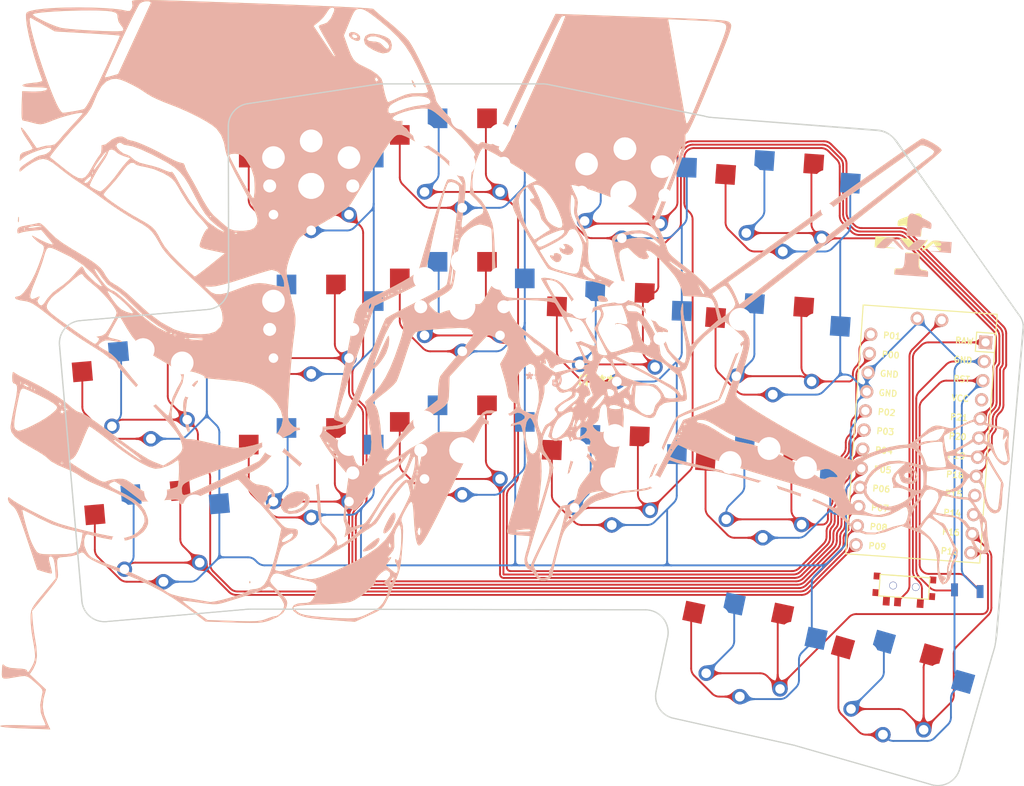
<source format=kicad_pcb>
(kicad_pcb (version 20211014) (generator pcbnew)
  (title_block (title "main") (rev "v1.0.0") (company "Unknown"))
  (layers (0 "F.Cu" signal) (31 "B.Cu" signal) (34 "B.Paste" user) (35 "F.Paste" user) (36 "B.SilkS" user "B.Silkscreen") (37 "F.SilkS" user "F.Silkscreen") (38 "B.Mask" user) (39 "F.Mask" user) (44 "Edge.Cuts" user))
  (net 0 "")
  (net 1 "P9")
  (net 2 "GND")
  (net 3 "P8")
  (net 4 "P7")
  (net 5 "P6")
  (net 6 "P5")
  (net 7 "P4")
  (net 8 "P3")
  (net 9 "P2")
  (net 10 "P19")
  (net 11 "P20")
  (net 12 "P21")
  (net 13 "P14")
  (net 14 "P15")
  (net 15 "P18")
  (net 16 "P10")
  (net 17 "P16")
  (net 18 "RAW")
  (net 19 "RST")
  (net 20 "VCC")
  (net 21 "P1")
  (net 22 "P0")
  (net 23 "pos")
  (footprint "E73:SPDT_C128955" (layer "F.Cu") (at 98.621534 6.482351 -4)
    (fp_text reference "T1" hide)
    (fp_text value "" hide)
  )
  (footprint "lib:bat" (layer "F.Cu") (at 101.945818 -28.87188 -94)
    (fp_text reference "")
    (fp_text value "")
  )
  (footprint "PG1350" (layer "F.Cu") (at 61.40892 -45.509647 178)
    (fp_text reference "S22" hide)
    (fp_text value "" hide)
  )
  (footprint "PG1350" (layer "F.Cu") (at 78.055005 15.319228 168)
    (fp_text reference "S30" hide)
    (fp_text value "" hide)
  )
  (footprint "PG1350" (layer "F.Cu") (at 20.082739 -46.532796 180)
    (fp_text reference "S10" hide)
    (fp_text value "" hide)
  )
  (footprint "PG1350" (layer "F.Cu") (at 20.082739 -8.532796 180)
    (fp_text reference "S6" hide)
    (fp_text value "" hide)
  )
  (footprint "PG1350" (layer "F.Cu") (at 40.082739 -30.532796)
    (fp_text reference "S13" hide)
    (fp_text value "" hide)
  )
  (footprint "Button_Switch_SMD:SW_SPST_B3U-1000P" (layer "F.Cu") (at 106.951194 7.064817 -4)
    (fp_text reference "")
    (fp_text value "")
  )
  (footprint "PG1350" (layer "F.Cu") (at 97.410046 20.45561 -16)
    (fp_text reference "S31" hide)
    (fp_text value "" hide)
  )
  (footprint "PG1350" (layer "F.Cu") (at 60.082739 -7.532796 -2)
    (fp_text reference "S17" hide)
    (fp_text value "" hide)
  )
  (footprint "ProMicro" (layer "F.Cu") (at 100.794836 -12.412073 -94)
    (fp_text reference "MCU1" hide)
    (fp_text value "" hide)
  )
  (footprint "graphics:unit01XXL" (layer "F.Cu") (at 50.886643 -20.828713 -2)
    (fp_text reference "G***")
    (fp_text value "LOGO" hide)
  )
  (footprint "PG1350" (layer "F.Cu") (at 60.745829 -26.521222 178)
    (fp_text reference "S20" hide)
    (fp_text value "" hide)
  )
  (footprint "PG1350" (layer "F.Cu") (at -1.655959 -18.927699 5)
    (fp_text reference "S3" hide)
    (fp_text value "" hide)
  )
  (footprint "PG1350" (layer "F.Cu") (at 0 0 5)
    (fp_text reference "S1" hide)
    (fp_text value "" hide)
  )
  (footprint "PG1350" (layer "F.Cu") (at 61.40892 -45.509647 -2)
    (fp_text reference "S21" hide)
    (fp_text value "" hide)
  )
  (footprint "PG1350" (layer "F.Cu") (at 40.082739 -49.532796 180)
    (fp_text reference "S16" hide)
    (fp_text value "" hide)
  )
  (footprint "PG1350" (layer "F.Cu") (at 60.082739 -7.532796 178)
    (fp_text reference "S18" hide)
    (fp_text value "" hide)
  )
  (footprint "PG1350" (layer "F.Cu") (at 60.745829 -26.521222 -2)
    (fp_text reference "S19" hide)
    (fp_text value "" hide)
  )
  (footprint "PG1350" (layer "F.Cu") (at 78.055005 15.319228 -12)
    (fp_text reference "S29" hide)
    (fp_text value "" hide)
  )
  (footprint "PG1350" (layer "F.Cu") (at 80.285504 -5.82669 -4)
    (fp_text reference "S23" hide)
    (fp_text value "" hide)
  )
  (footprint "PG1350" (layer "F.Cu") (at 20.082739 -46.532796)
    (fp_text reference "S9" hide)
    (fp_text value "" hide)
  )
  (footprint "PG1350" (layer "F.Cu") (at 40.082739 -11.532796)
    (fp_text reference "S11" hide)
    (fp_text value "" hide)
  )
  (footprint "PG1350" (layer "F.Cu") (at -1.655959 -18.927699 -175)
    (fp_text reference "S4" hide)
    (fp_text value "" hide)
  )
  (footprint "PG1350" (layer "F.Cu") (at 82.936249 -43.734124 -4)
    (fp_text reference "S27" hide)
    (fp_text value "" hide)
  )
  (footprint "PG1350" (layer "F.Cu") (at 40.082739 -11.532796 180)
    (fp_text reference "S12" hide)
    (fp_text value "" hide)
  )
  (footprint "PG1350" (layer "F.Cu") (at 20.082739 -8.532796)
    (fp_text reference "S5" hide)
    (fp_text value "" hide)
  )
  (footprint "PG1350" (layer "F.Cu") (at 0 0 -175)
    (fp_text reference "S2" hide)
    (fp_text value "" hide)
  )
  (footprint "PG1350" (layer "F.Cu") (at 81.610877 -24.780407 176)
    (fp_text reference "S26" hide)
    (fp_text value "" hide)
  )
  (footprint "PG1350" (layer "F.Cu") (at 40.082739 -30.532796 180)
    (fp_text reference "S14" hide)
    (fp_text value "" hide)
  )
  (footprint "PG1350" (layer "F.Cu") (at 20.082739 -27.532796 180)
    (fp_text reference "S8" hide)
    (fp_text value "" hide)
  )
  (footprint "graphics:evaLogo" (layer "F.Cu") (at 99.031201 -39.046428 -4)
    (fp_text reference "G***" hide)
    (fp_text value "LOGO" hide)
  )
  (footprint "PG1350" (layer "F.Cu") (at 82.936249 -43.734124 176)
    (fp_text reference "S28" hide)
    (fp_text value "" hide)
  )
  (footprint "PG1350" (layer "F.Cu") (at 97.410046 20.45561 164)
    (fp_text reference "S32" hide)
    (fp_text value "" hide)
  )
  (footprint "PG1350" (layer "F.Cu") (at 20.082739 -27.532796)
    (fp_text reference "S7" hide)
    (fp_text value "" hide)
  )
  (footprint "PG1350" (layer "F.Cu") (at 81.610877 -24.780407 -4)
    (fp_text reference "S25" hide)
    (fp_text value "" hide)
  )
  (footprint "PG1350" (layer "F.Cu") (at 80.285504 -5.82669 176)
    (fp_text reference "S24" hide)
    (fp_text value "" hide)
  )
  (footprint "PG1350" (layer "F.Cu") (at 40.082739 -49.532796)
    (fp_text reference "S15" hide)
    (fp_text value "" hide)
  )
  (footprint "graphics:unit01XXL" (layer "B.Cu") (at 50.886643 -20.828713 178)
    (fp_text reference "G***")
    (fp_text value "LOGO" hide)
  )
  (footprint "graphics:evaLogo" (layer "B.Cu") (at 100.560961 -38.868549 176)
    (fp_text reference "G***" hide)
    (fp_text value "LOGO" hide)
  )
  (gr_arc (start 28.899765 -60.00629) (mid 29.121657 -60.031172) (end 29.344786 -60.039481) (layer "Edge.Cuts") (width 0.15))
  (gr_arc (start -7.054423 11.15729) (mid -9.244253 10.466839) (end -10.304474 8.430173) (layer "Edge.Cuts") (width 0.15))
  (gr_line (start 11.73993 9.512998) (end -7.054422 11.15729) (layer "Edge.Cuts") (width 0.15))
  (gr_arc (start 113.732517 -29.491769) (mid 114.255915 -28.565367) (end 114.3 -27.502247) (layer "Edge.Cuts") (width 0.15))
  (gr_arc (start 68.008632 23.95095) (mid 66.139083 22.643761) (end 65.729385 20.399635) (layer "Edge.Cuts") (width 0.15))
  (gr_arc (start 9.167168 -33.172836) (mid 8.380963 -31.142406) (end 6.428641 -30.178453) (layer "Edge.Cuts") (width 0.15))
  (gr_line (start 102.244246 32.747271) (end 84.065485 27.534596) (layer "Edge.Cuts") (width 0.15))
  (gr_arc (start 113.847544 -29.408027) (mid 114.297642 -28.453792) (end 114.389542 -27.402742) (layer "Edge.Cuts") (width 0.15))
  (gr_line (start 110.223059 15.678832) (end 105.916644 30.697084) (layer "Edge.Cuts") (width 0.15))
  (gr_arc (start -7.016124 11.150605) (mid -9.205954 10.460154) (end -10.266175 8.423488) (layer "Edge.Cuts") (width 0.15))
  (gr_line (start 29.344786 -60.039481) (end 50.818861 -60.039481) (layer "Edge.Cuts") (width 0.15))
  (gr_line (start -10.540652 -28.690498) (end 6.390342 -30.171768) (layer "Edge.Cuts") (width 0.15))
  (gr_arc (start 50.81886 -60.039481) (mid 51.119516 -60.024377) (end 51.417145 -59.979218) (layer "Edge.Cuts") (width 0.15))
  (gr_arc (start 9.126042 -54.450869) (mid 9.850924 -56.412139) (end 11.681014 -57.423477) (layer "Edge.Cuts") (width 0.15))
  (gr_line (start 110.562107 14.623308) (end 105.954943 30.690399) (layer "Edge.Cuts") (width 0.15))
  (gr_arc (start 64.325621 9.601614) (mid 66.653127 10.715877) (end 67.254328 13.225344) (layer "Edge.Cuts") (width 0.15))
  (gr_arc (start 11.778229 9.506312) (mid 11.911703 9.497628) (end 12.045432 9.494902) (layer "Edge.Cuts") (width 0.15))
  (gr_line (start 51.378846 -59.972533) (end 72.054675 -55.810199) (layer "Edge.Cuts") (width 0.15))
  (gr_arc (start 28.861466 -59.999605) (mid 29.083358 -60.024487) (end 29.306487 -60.032796) (layer "Edge.Cuts") (width 0.15))
  (gr_line (start 83.893768 27.490802) (end 68.046932 23.944265) (layer "Edge.Cuts") (width 0.15))
  (gr_arc (start 105.954943 30.690398) (mid 104.525587 32.487345) (end 102.244246 32.747271) (layer "Edge.Cuts") (width 0.15))
  (gr_line (start -10.502353 -28.697183) (end 6.428641 -30.178453) (layer "Edge.Cuts") (width 0.15))
  (gr_arc (start 105.916644 30.697083) (mid 104.487288 32.49403) (end 102.205947 32.753956) (layer "Edge.Cuts") (width 0.15))
  (gr_line (start 72.993829 -55.611813) (end 95.107362 -53.927987) (layer "Edge.Cuts") (width 0.15))
  (gr_arc (start 64.36392 9.594929) (mid 66.691426 10.709192) (end 67.292627 13.218659) (layer "Edge.Cuts") (width 0.15))
  (gr_line (start 97.655127 -52.368326) (end 113.732517 -29.491769) (layer "Edge.Cuts") (width 0.15))
  (gr_arc (start 11.73993 9.512997) (mid 11.873404 9.504313) (end 12.007133 9.501587) (layer "Edge.Cuts") (width 0.15))
  (gr_line (start 65.729385 20.399635) (end 67.254328 13.225344) (layer "Edge.Cuts") (width 0.15))
  (gr_arc (start 9.087743 -54.444184) (mid 9.812625 -56.405454) (end 11.642715 -57.416792) (layer "Edge.Cuts") (width 0.15))
  (gr_arc (start -13.267769 -25.440447) (mid -12.577318 -27.630277) (end -10.540652 -28.690498) (layer "Edge.Cuts") (width 0.15))
  (gr_line (start 11.642715 -57.416792) (end 28.861466 -59.999605) (layer "Edge.Cuts") (width 0.15))
  (gr_arc (start -13.22947 -25.447132) (mid -12.539019 -27.636962) (end -10.502353 -28.697183) (layer "Edge.Cuts") (width 0.15))
  (gr_line (start 114.389542 -27.402742) (end 110.666302 14.064678) (layer "Edge.Cuts") (width 0.15))
  (gr_line (start -10.304474 8.430173) (end -13.267769 -25.440447) (layer "Edge.Cuts") (width 0.15))
  (gr_arc (start 50.780561 -60.032796) (mid 51.081217 -60.017692) (end 51.378846 -59.972533) (layer "Edge.Cuts") (width 0.15))
  (gr_arc (start 9.128869 -33.166151) (mid 8.342664 -31.135721) (end 6.390342 -30.171768) (layer "Edge.Cuts") (width 0.15))
  (gr_arc (start 110.900668 12.613364) (mid 110.655032 14.166693) (end 110.223059 15.678832) (layer "Edge.Cuts") (width 0.15))
  (gr_arc (start 83.893768 27.490802) (mid 83.97995 27.511431) (end 84.065485 27.534596) (layer "Edge.Cuts") (width 0.15))
  (gr_line (start 83.855469 27.497487) (end 68.008633 23.95095) (layer "Edge.Cuts") (width 0.15))
  (gr_line (start 114.3 -27.502247) (end 110.900668 12.613364) (layer "Edge.Cuts") (width 0.15))
  (gr_line (start 11.681014 -57.423477) (end 28.899765 -60.00629) (layer "Edge.Cuts") (width 0.15))
  (gr_line (start 97.325569 -52.673648) (end 113.847544 -29.408027) (layer "Edge.Cuts") (width 0.15))
  (gr_line (start 102.205947 32.753956) (end 84.027186 27.541281) (layer "Edge.Cuts") (width 0.15))
  (gr_line (start 64.325621 9.601614) (end 12.007133 9.501587) (layer "Edge.Cuts") (width 0.15))
  (gr_arc (start 72.920327 -55.604254) (mid 72.480302 -55.676966) (end 72.054675 -55.810199) (layer "Edge.Cuts") (width 0.15))
  (gr_arc (start 95.255323 -53.844429) (mid 96.602315 -53.345512) (end 97.655127 -52.368326) (layer "Edge.Cuts") (width 0.15))
  (gr_line (start 9.12887 -33.166151) (end 9.087742 -54.444185) (layer "Edge.Cuts") (width 0.15))
  (gr_line (start 64.36392 9.594929) (end 12.045432 9.494902) (layer "Edge.Cuts") (width 0.15))
  (gr_arc (start 68.046931 23.944265) (mid 66.177382 22.637076) (end 65.767684 20.39295) (layer "Edge.Cuts") (width 0.15))
  (gr_arc (start 110.666302 14.064678) (mid 110.627461 14.346466) (end 110.562107 14.623308) (layer "Edge.Cuts") (width 0.15))
  (gr_arc (start 95.107362 -53.927986) (mid 96.356267 -53.548047) (end 97.325569 -52.673648) (layer "Edge.Cuts") (width 0.15))
  (gr_line (start 65.767684 20.39295) (end 67.292627 13.218659) (layer "Edge.Cuts") (width 0.15))
  (gr_line (start -10.266175 8.423488) (end -13.22947 -25.447132) (layer "Edge.Cuts") (width 0.15))
  (gr_line (start 51.417145 -59.979218) (end 72.623319 -55.663416) (layer "Edge.Cuts") (width 0.15))
  (gr_arc (start 72.993829 -55.611813) (mid 72.807769 -55.631834) (end 72.623319 -55.663416) (layer "Edge.Cuts") (width 0.15))
  (gr_line (start 29.306487 -60.032796) (end 50.780562 -60.032796) (layer "Edge.Cuts") (width 0.15))
  (gr_line (start 9.167169 -33.172836) (end 9.126041 -54.45087) (layer "Edge.Cuts") (width 0.15))
  (gr_line (start 11.778229 9.506313) (end -7.016123 11.150605) (layer "Edge.Cuts") (width 0.15))
  (gr_arc (start 83.855469 27.497487) (mid 83.941651 27.518116) (end 84.027186 27.541281) (layer "Edge.Cuts") (width 0.15))
  (gr_line (start 72.920327 -55.604254) (end 95.255323 -53.844429) (layer "Edge.Cuts") (width 0.15))
  (segment (start 4.897951 2.935547) (end 5.710613 3.748209) (width 0.25) (layer "F.Cu") (net 1))
  (segment (start 10.145894 7.62) (end 85.027761 7.62) (width 0.25) (layer "F.Cu") (net 1))
  (segment (start 85.9897 7.221551) (end 92.2189 0.992352) (width 0.25) (layer "F.Cu") (net 1))
  (segment (start -4.176672 3.748209) (end -4.649782 4.221319) (width 0.25) (layer "F.Cu") (net 1))
  (segment (start 9.183955 7.221551) (end 5.710613 3.748209) (width 0.25) (layer "F.Cu") (net 1))
  (segment (start 2.743961 0.218066) (end 2.743961 -6.212794) (width 0.25) (layer "F.Cu") (net 1))
  (segment (start 4.897951 2.935547) (end 3.142409 1.180005) (width 0.25) (layer "F.Cu") (net 1))
  (segment (start -3.214733 3.349761) (end 4.907186 3.349761) (width 0.25) (layer "F.Cu") (net 1))
  (arc (start 4.907186 3.349761) (mid 5.015931 3.199974) (end 4.897951 2.935547) (width 0.25) (layer "F.Cu") (net 1))
  (arc (start 85.9897 7.221551) (mid 85.548358 7.516446) (end 85.027761 7.62) (width 0.25) (layer "F.Cu") (net 1))
  (arc (start -3.214733 3.349761) (mid -3.73533 3.453314) (end -4.176672 3.748209) (width 0.25) (layer "F.Cu") (net 1))
  (arc (start 2.743961 0.218066) (mid 2.847514 0.738663) (end 3.142409 1.180005) (width 0.25) (layer "F.Cu") (net 1))
  (arc (start 9.183955 7.221551) (mid 9.625296 7.516446) (end 10.145894 7.62) (width 0.25) (layer "F.Cu") (net 1))
  (arc (start 5.710613 3.748209) (mid 5.310467 3.453314) (end 4.907186 3.349761) (width 0.25) (layer "F.Cu") (net 1))
  (segment (start -3.831735 3.403272) (end -4.649782 4.221319) (width 0.25) (layer "B.Cu") (net 1))
  (segment (start -3.6072 -5.468009) (end -3.781114 -5.641923) (width 0.25) (layer "B.Cu") (net 1))
  (segment (start -3.433287 -5.048145) (end -3.433287 2.441333) (width 0.25) (layer "B.Cu") (net 1))
  (arc (start -3.433287 2.441333) (mid -3.53684 2.96193) (end -3.831735 3.403272) (width 0.25) (layer "B.Cu") (net 1))
  (arc (start -3.6072 -5.468009) (mid -3.478485 -5.275373) (end -3.433287 -5.048145) (width 0.25) (layer "B.Cu") (net 1))
  (segment (start 52.606743 -24.575268) (end 52.606743 -30.557731) (width 0.25) (layer "F.Cu") (net 2))
  (segment (start 11.807739 -25.675516) (end 11.807739 -31.282796) (width 0.25) (layer "F.Cu") (net 2))
  (segment (start 100.192399 -18.348908) (end 100.192399 4.296246) (width 0.25) (layer "F.Cu") (net 2))
  (segment (start 12.206187 -43.713577) (end 14.88852 -41.031244) (width 0.25) (layer "F.Cu") (net 2))
  (segment (start -5.98179 -13.05015) (end -1.14174 -13.05015) (width 0.25) (layer "F.Cu") (net 2))
  (segment (start 34.88852 -6.031244) (end 32.206187 -8.713577) (width 0.25) (layer "F.Cu") (net 2))
  (segment (start 56.258347 -40.011689) (end 53.668282 -42.601754) (width 0.25) (layer "F.Cu") (net 2))
  (segment (start 75.341441 -40.738305) (end 77.832802 -38.246944) (width 0.25) (layer "F.Cu") (net 2))
  (segment (start 35.850459 -43.632796) (end 40.082739 -43.632796) (width 0.25) (layer "F.Cu") (net 2))
  (segment (start 15.850459 -2.632796) (end 20.082739 -2.632796) (width 0.25) (layer "F.Cu") (net 2))
  (segment (start 32.206187 -27.713577) (end 34.88852 -25.031244) (width 0.25) (layer "F.Cu") (net 2))
  (segment (start 73.617621 -22.746527) (end 73.617621 -29.098507) (width 0.25) (layer "F.Cu") (net 2))
  (segment (start 77.469369 -18.894779) (end 81.199314 -18.894779) (width 0.25) (layer "F.Cu") (net 2))
  (segment (start 74.942993 -41.700244) (end 74.942993 -48.052224) (width 0.25) (layer "F.Cu") (net 2))
  (segment (start 54.932166 -2.034838) (end 52.342101 -4.624903) (width 0.25) (layer "F.Cu") (net 2))
  (segment (start -9.827855 -16.332724) (end -6.943729 -13.448598) (width 0.25) (layer "F.Cu") (net 2))
  (segment (start 56.557195 -20.624816) (end 60.539922 -20.624816) (width 0.25) (layer "F.Cu") (net 2))
  (segment (start 11.807739 -44.675516) (end 11.807739 -50.282796) (width 0.25) (layer "F.Cu") (net 2))
  (segment (start 14.88852 -22.031244) (end 12.206187 -24.713577) (width 0.25) (layer "F.Cu") (net 2))
  (segment (start -4.325831 5.877549) (end 0.514219 5.877549) (width 0.25) (layer "F.Cu") (net 2))
  (segment (start 51.943653 -5.586842) (end 51.943653 -11.569305) (width 0.25) (layer "F.Cu") (net 2))
  (segment (start 70.390379 10.528402) (end 70.390379 17.34876) (width 0.25) (layer "F.Cu") (net 2))
  (segment (start 11.807739 -6.675516) (end 11.807739 -12.282796) (width 0.25) (layer "F.Cu") (net 2))
  (segment (start 12.206187 -5.713577) (end 14.88852 -3.031244) (width 0.25) (layer "F.Cu") (net 2))
  (segment (start 15.850459 -21.632796) (end 20.082739 -21.632796) (width 0.25) (layer "F.Cu") (net 2))
  (segment (start 31.807739 -9.675516) (end 31.807739 -15.282796) (width 0.25) (layer "F.Cu") (net 2))
  (segment (start 72.292248 -3.79281) (end 72.292248 -10.14479) (width 0.25) (layer "F.Cu") (net 2))
  (segment (start 89.884988 15.601512) (end 89.884988 22.469779) (width 0.25) (layer "F.Cu") (net 2))
  (segment (start -10.226304 -17.294663) (end -10.226304 -21.942215) (width 0.25) (layer "F.Cu") (net 2))
  (segment (start 78.794741 -37.848496) (end 82.524686 -37.848496) (width 0.25) (layer "F.Cu") (net 2))
  (segment (start 15.850459 -40.632796) (end 20.082739 -40.632796) (width 0.25) (layer "F.Cu") (net 2))
  (segment (start 93.542262 26.127054) (end 95.783786 26.127054) (width 0.25) (layer "F.Cu") (net 2))
  (segment (start 35.850459 -24.632796) (end 40.082739 -24.632796) (width 0.25) (layer "F.Cu") (net 2))
  (segment (start -8.570345 1.633035) (end -8.570345 -3.014516) (width 0.25) (layer "F.Cu") (net 2))
  (segment (start 34.88852 -44.031244) (end 32.206187 -46.713577) (width 0.25) (layer "F.Cu") (net 2))
  (segment (start 105.211972 6.989593) (end 105.255335 6.946231) (width 0.25) (layer "F.Cu") (net 2))
  (segment (start 101.967169 6.634507) (end 100.590847 5.258185) (width 0.25) (layer "F.Cu") (net 2))
  (segment (start -8.171896 2.594974) (end -5.28777 5.4791) (width 0.25) (layer "F.Cu") (net 2))
  (segment (start 100.590847 -19.310847) (end 104.164237 -22.884237) (width 0.25) (layer "F.Cu") (net 2))
  (segment (start 72.690696 -2.830871) (end 75.182057 -0.33951) (width 0.25) (layer "F.Cu") (net 2))
  (segment (start 102.929108 7.032956) (end 105.107286 7.032956) (width 0.25) (layer "F.Cu") (net 2))
  (segment (start 53.269834 -43.563693) (end 53.269834 -49.546156) (width 0.25) (layer "F.Cu") (net 2))
  (segment (start 76.143996 0.058938) (end 79.873941 0.058938) (width 0.25) (layer "F.Cu") (net 2))
  (segment (start 31.807739 -47.675516) (end 31.807739 -53.282796) (width 0.25) (layer "F.Cu") (net 2))
  (segment (start 90.283436 23.431718) (end 92.580323 25.728605) (width 0.25) (layer "F.Cu") (net 2))
  (segment (start 70.788827 18.310699) (end 73.169978 20.69185) (width 0.25) (layer "F.Cu") (net 2))
  (segment (start 90.187117 14.872109) (end 90.489246 14.56998) (width 0.25) (layer "F.Cu") (net 2))
  (segment (start 70.56544 10.105766) (end 70.740502 9.930705) (width 0.25) (layer "F.Cu") (net 2))
  (segment (start 55.894105 -1.63639) (end 59.876832 -1.63639) (width 0.25) (layer "F.Cu") (net 2))
  (segment (start 31.807739 -28.675516) (end 31.807739 -34.282796) (width 0.25) (layer "F.Cu") (net 2))
  (segment (start 74.131917 21.090299) (end 76.828326 21.090299) (width 0.25) (layer "F.Cu") (net 2))
  (segment (start 57.220286 -39.613241) (end 61.203013 -39.613241) (width 0.25) (layer "F.Cu") (net 2))
  (segment (start 105.126176 -23.282686) (end 109.193591 -23.282686) (width 0.25) (layer "F.Cu") (net 2))
  (segment (start 35.850459 -5.632796) (end 40.082739 -5.632796) (width 0.25) (layer "F.Cu") (net 2))
  (segment (start 74.016069 -21.784588) (end 76.50743 -19.293227) (width 0.25) (layer "F.Cu") (net 2))
  (segment (start 55.595256 -21.023264) (end 53.005191 -23.613329) (width 0.25) (layer "F.Cu") (net 2))
  (arc (start 52.606743 -24.575268) (mid 52.710296 -24.05467) (end 53.005191 -23.613329) (width 0.25) (layer "F.Cu") (net 2))
  (arc (start 11.807739 -44.675516) (mid 11.911292 -44.154918) (end 12.206187 -43.713577) (width 0.25) (layer "F.Cu") (net 2))
  (arc (start 56.258347 -40.011689) (mid 56.699688 -39.716794) (end 57.220286 -39.613241) (width 0.25) (layer "F.Cu") (net 2))
  (arc (start 73.617621 -22.746527) (mid 73.721174 -22.225929) (end 74.016069 -21.784588) (width 0.25) (layer "F.Cu") (net 2))
  (arc (start 75.182057 -0.33951) (mid 75.623398 -0.044615) (end 76.143996 0.058938) (width 0.25) (layer "F.Cu") (net 2))
  (arc (start 89.884988 22.469779) (mid 89.988541 22.990376) (end 90.283436 23.431718) (width 0.25) (layer "F.Cu") (net 2))
  (arc (start 100.192399 4.296246) (mid 100.295952 4.816843) (end 100.590847 5.258185) (width 0.25) (layer "F.Cu") (net 2))
  (arc (start 31.807739 -47.675516) (mid 31.911292 -47.154918) (end 32.206187 -46.713577) (width 0.25) (layer "F.Cu") (net 2))
  (arc (start 14.88852 -22.031244) (mid 15.329861 -21.736349) (end 15.850459 -21.632796) (width 0.25) (layer "F.Cu") (net 2))
  (arc (start 34.88852 -6.031244) (mid 35.329861 -5.736349) (end 35.850459 -5.632796) (width 0.25) (layer "F.Cu") (net 2))
  (arc (start 11.807739 -25.675516) (mid 11.911292 -25.154918) (end 12.206187 -24.713577) (width 0.25) (layer "F.Cu") (net 2))
  (arc (start 105.126176 -23.282686) (mid 104.605578 -23.179132) (end 104.164237 -22.884237) (width 0.25) (layer "F.Cu") (net 2))
  (arc (start 77.832802 -38.246944) (mid 78.274143 -37.952049) (end 78.794741 -37.848496) (width 0.25) (layer "F.Cu") (net 2))
  (arc (start 14.88852 -41.031244) (mid 15.329861 -40.736349) (end 15.850459 -40.632796) (width 0.25) (layer "F.Cu") (net 2))
  (arc (start 14.88852 -3.031244) (mid 15.329861 -2.736349) (end 15.850459 -2.632796) (width 0.25) (layer "F.Cu") (net 2))
  (arc (start 31.807739 -28.675516) (mid 31.911292 -28.154918) (end 32.206187 -27.713577) (width 0.25) (layer "F.Cu") (net 2))
  (arc (start 105.211972 6.989593) (mid 105.163941 7.021686) (end 105.107286 7.032956) (width 0.25) (layer "F.Cu") (net 2))
  (arc (start -10.226304 -17.294663) (mid -10.12275 -16.774065) (end -9.827855 -16.332724) (width 0.25) (layer "F.Cu") (net 2))
  (arc (start 54.932166 -2.034838) (mid 55.373507 -1.739943) (end 55.894105 -1.63639) (width 0.25) (layer "F.Cu") (net 2))
  (arc (start 70.56544 10.105766) (mid 70.435875 10.299673) (end 70.390379 10.528402) (width 0.25) (layer "F.Cu") (net 2))
  (arc (start -8.570345 1.633035) (mid -8.466791 2.153632) (end -8.171896 2.594974) (width 0.25) (layer "F.Cu") (net 2))
  (arc (start 53.269834 -43.563693) (mid 53.373387 -43.043095) (end 53.668282 -42.601754) (width 0.25) (layer "F.Cu") (net 2))
  (arc (start 90.187117 14.872109) (mid 89.963508 15.206762) (end 89.884988 15.601512) (width 0.25) (layer "F.Cu") (net 2))
  (arc (start 76.50743 -19.293227) (mid 76.948771 -18.998332) (end 77.469369 -18.894779) (width 0.25) (layer "F.Cu") (net 2))
  (arc (start 74.942993 -41.700244) (mid 75.046546 -41.179646) (end 75.341441 -40.738305) (width 0.25) (layer "F.Cu") (net 2))
  (arc (start 100.590847 -19.310847) (mid 100.295952 -18.869505) (end 100.192399 -18.348908) (width 0.25) (layer "F.Cu") (net 2))
  (arc (start -5.28777 5.4791) (mid -4.846428 5.773995) (end -4.325831 5.877549) (width 0.25) (layer "F.Cu") (net 2))
  (arc (start 70.390379 17.34876) (mid 70.493932 17.869357) (end 70.788827 18.310699) (width 0.25) (layer "F.Cu") (net 2))
  (arc (start 34.88852 -44.031244) (mid 35.329861 -43.736349) (end 35.850459 -43.632796) (width 0.25) (layer "F.Cu") (net 2))
  (arc (start 72.292248 -3.79281) (mid 72.395801 -3.272212) (end 72.690696 -2.830871) (width 0.25) (layer "F.Cu") (net 2))
  (arc (start 51.943653 -5.586842) (mid 52.047206 -5.066244) (end 52.342101 -4.624903) (width 0.25) (layer "F.Cu") (net 2))
  (arc (start 92.580323 25.728605) (mid 93.021664 26.0235) (end 93.542262 26.127054) (width 0.25) (layer "F.Cu") (net 2))
  (arc (start 11.807739 -6.675516) (mid 11.911292 -6.154918) (end 12.206187 -5.713577) (width 0.25) (layer "F.Cu") (net 2))
  (arc (start 73.169978 20.69185) (mid 73.611319 20.986745) (end 74.131917 21.090299) (width 0.25) (layer "F.Cu") (net 2))
  (arc (start -6.943729 -13.448598) (mid -6.502387 -13.153703) (end -5.98179 -13.05015) (width 0.25) (layer "F.Cu") (net 2))
  (arc (start 101.967169 6.634507) (mid 102.40851 6.929402) (end 102.929108 7.032956) (width 0.25) (layer "F.Cu") (net 2))
  (arc (start 31.807739 -9.675516) (mid 31.911292 -9.154918) (end 32.206187 -8.713577) (width 0.25) (layer "F.Cu") (net 2))
  (arc (start 55.595256 -21.023264) (mid 56.036597 -20.728369) (end 56.557195 -20.624816) (width 0.25) (layer "F.Cu") (net 2))
  (arc (start 34.88852 -25.031244) (mid 35.329861 -24.736349) (end 35.850459 -24.632796) (width 0.25) (layer "F.Cu") (net 2))
  (segment (start 47.092666 3.207334) (end 47.092666 -7.846954) (width 0.25) (layer "B.Cu") (net 2))
  (segment (start 48.357739 -34.868582) (end 48.357739 -46.059904) (width 0.25) (layer "B.Cu") (net 2))
  (segment (start 86.8925 13.407988) (end 85.058686 15.241802) (width 0.25) (layer "B.Cu") (net 2))
  (segment (start 5.862269 -15.708852) (end 3.602015 -13.448598) (width 0.25) (layer "B.Cu") (net 2))
  (segment (start 11.713416 2.641019) (end 8.480167 2.641019) (width 0.25) (layer "B.Cu") (net 2))
  (segment (start 26.70007 3.707334) (end 13.906712 3.707334) (width 0.25) (layer "B.Cu") (net 2))
  (segment (start 28.260415 -25.014702) (end 25.276957 -22.031244) (width 0.25) (layer "B.Cu") (net 2))
  (segment (start 90.127306 -28.529823) (end 90.127306 -39.327306) (width 0.25) (layer "B.Cu") (net 2))
  (segment (start 88.801933 -3.930616) (end 88.801933 -8.99032) (width 0.25) (layer "B.Cu") (net 2))
  (segment (start 7.916677 -3.871158) (end 7.916677 2.141019) (width 0.25) (layer "B.Cu") (net 2))
  (segment (start 84.660238 16.203741) (end 84.660238 18.916271) (width 0.25) (layer "B.Cu") (net 2))
  (segment (start 26.845261 3.707334) (end 26.70007 3.707334) (width 0.25) (layer "B.Cu") (net 2))
  (segment (start 105.255335 17.425495) (end 105.255335 7.532017) (width 0.25) (layer "B.Cu") (net 2))
  (segment (start 28.357739 -24.936382) (end 28.357739 -12.868582) (width 0.25) (layer "B.Cu") (net 2))
  (segment (start 65.275129 -20.624816) (end 60.539922 -20.624816) (width 0.25) (layer "B.Cu") (net 2))
  (segment (start 87.561271 3.707334) (end 67.79312 3.707334) (width 0.25) (layer "B.Cu") (net 2))
  (segment (start 28.357739 -12.868582) (end 28.357739 -11.69701) (width 0.25) (layer "B.Cu") (net 2))
  (segment (start 66.98975 -39.613241) (end 61.203013 -39.613241) (width 0.25) (layer "B.Cu") (net 2))
  (segment (start 7.916677 -5.04273) (end 7.916677 -3.871158) (width 0.25) (layer "B.Cu") (net 2))
  (segment (start 45.276957 -6.031244) (end 47.95929 -8.713577) (width 0.25) (layer "B.Cu") (net 2))
  (segment (start 28.357739 -43.19276) (end 28.357739 -31.868582) (width 0.25) (layer "B.Cu") (net 2))
  (segment (start 93.282798 -18.924595) (end 92.656807 -18.298604) (width 0.25) (layer "B.Cu") (net 2))
  (segment (start 104.783711 23.827957) (end 104.783711 21.309684) (width 0.25) (layer "B.Cu") (net 2))
  (segment (start 48.357739 -28.427358) (end 48.357739 -27.436593) (width 0.25) (layer "B.Cu") (net 2))
  (segment (start 26.245355 -3.385355) (end 26.258453 -3.398453) (width 0.25) (layer "B.Cu") (net 2))
  (segment (start 26.845261 3.707334) (end 46.592666 3.707334) (width 0.25) (layer "B.Cu") (net 2))
  (segment (start 68.483571 -11.577504) (end 68.483571 -10.405932) (width 0.25) (layer "B.Cu") (net 2))
  (segment (start 64.572899 -1.63639) (end 59.876832 -1.63639) (width 0.25) (layer "B.Cu") (net 2))
  (segment (start 44.315018 -5.632796) (end 40.082739 -5.632796) (width 0.25) (layer "B.Cu") (net 2))
  (segment (start 47.678452 3.707334) (end 66.707334 3.707334) (width 0.25) (layer "B.Cu") (net 2))
  (segment (start 20.259794 -2.809851) (end 20.082739 -2.632796) (width 0.25) (layer "B.Cu") (net 2))
  (segment (start 48.357739 -15.868582) (end 48.357739 -14.69701) (width 0.25) (layer "B.Cu") (net 2))
  (segment (start 7.518228 -14.84979) (end 6.614271 -15.753747) (width 0.25) (layer "B.Cu") (net 2))
  (segment (start 48.357739 -47.050669) (end 48.357739 -46.059904) (width 0.25) (layer "B.Cu") (net 2))
  (segment (start 86.758448 5.073647) (end 87.838399 3.993696) (width 0.25) (layer "B.Cu") (net 2))
  (segment (start 67.951689 -40.011689) (end 69.411303 -41.471303) (width 0.25) (layer "B.Cu") (net 2))
  (segment (start 90.883589 0.385016) (end 90.883589 -2.596411) (width 0.25) (layer "B.Cu") (net 2))
  (segment (start 86.36 12.297765) (end 86.36 6.035586) (width 0.25) (layer "B.Cu") (net 2))
  (segment (start 105.653783 18.387434) (end 106.044573 18.778224) (width 0.25) (layer "B.Cu") (net 2))
  (segment (start 86.644422 12.984422) (end 86.8925 13.2325) (width 0.25) (layer "B.Cu") (net 2))
  (segment (start 69.809752 -42.433242) (end 69.809752 -48.968569) (width 0.25) (layer "B.Cu") (net 2))
  (segment (start 86.911288 -18.894779) (end 81.199314 -18.894779) (width 0.25) (layer "B.Cu") (net 2))
  (segment (start 28.357739 -6.061229) (end 28.357739 -11.69701) (width 0.25) (layer "B.Cu") (net 2))
  (segment (start 106.044573 19.48533) (end 105.182159 20.347745) (width 0.25) (layer "B.Cu") (net 2))
  (segment (start 20.687244 -2.986907) (end 25.283416 -2.986907) (width 0.25) (layer "B.Cu") (net 2))
  (segment (start 48.357739 -27.436593) (end 48.357739 -15.868582) (width 0.25) (layer "B.Cu") (net 2))
  (segment (start 26.67 3.532072) (end 26.67 -3.405021) (width 0.25) (layer "B.Cu") (net 2))
  (segment (start 105.678409 -22.929132) (end 105.643649 -22.894372) (width 0.25) (layer "B.Cu") (net 2))
  (segment (start 68.483571 -11.577504) (end 68.483571 -23.269767) (width 0.25) (layer "B.Cu") (net 2))
  (segment (start 28.357739 -25.157904) (end 28.357739 -30.69701) (width 0.25) (layer "B.Cu") (net 2))
  (segment (start 28.357739 -44.183525) (end 28.357739 -43.19276) (width 0.25) (layer "B.Cu") (net 2))
  (segment (start 26.258453 -3.398453) (end 27.068448 -4.208448) (width 0.25) (layer "B.Cu") (net 2))
  (segment (start 105.255335 6.360445) (end 105.255335 7.532017) (width 0.25) (layer "B.Cu") (net 2))
  (segment (start 47.678452 3.707334) (end 46.592666 3.707334) (width 0.25) (layer "B.Cu") (net 2))
  (segment (start 96.213294 26.556562) (end 95.783786 26.127054) (width 0.25) (layer "B.Cu") (net 2))
  (segment (start 68.483571 -5.547061) (end 68.483571 -10.405932) (width 0.25) (layer "B.Cu") (net 2))
  (segment (start 48.357739 -9.675516) (end 48.357739 -14.69701) (width 0.25) (layer "B.Cu") (net 2))
  (segment (start 69.146661 -24.496347) (end 69.146661 -29.394358) (width 0.25) (layer "B.Cu") (net 2))
  (segment (start 5.078595 5.4791) (end 7.518228 3.039467) (width 0.25) (layer "B.Cu") (net 2))
  (segment (start 105.255335 -21.956899) (end 105.255335 6.360445) (width 0.25) (layer "B.Cu") (net 2))
  (segment (start 93.636352 -21.509495) (end 93.636352 -19.841639) (width 0.25) (layer "B.Cu") (net 2))
  (segment (start 88.538975 3.29312) (end 90.48514 1.346955) (width 0.25) (layer "B.Cu") (net 2))
  (segment (start 91.452678 -41.216168) (end 91.452678 -46.897754) (width 0.25) (layer "B.Cu") (net 2))
  (segment (start 12.675355 3.039467) (end 12.944773 3.308885) (width 0.25) (layer "B.Cu") (net 2))
  (segment (start 27.95929 -5.09929) (end 27.068448 -4.208448) (width 0.25) (layer "B.Cu") (net 2))
  (segment (start 92.258359 -17.336665) (end 92.258359 -15.771143) (width 0.25) (layer "B.Cu") (net 2))
  (segment (start 69.146661 -30.56593) (end 69.146661 -29.394358) (width 0.25) (layer "B.Cu") (net 2))
  (segment (start 44.585472 -24.632796) (end 40.082739 -24.632796) (width 0.25) (layer "B.Cu") (net 2))
  (segment (start 7.916677 -13.887851) (end 7.916677 -5.04273) (width 0.25) (layer "B.Cu") (net 2))
  (segment (start 87.873227 -19.293227) (end 89.728857 -21.148857) (width 0.25) (layer "B.Cu") (net 2))
  (segment (start 24.829305 -40.632796) (end 20.082739 -40.632796) (width 0.25) (layer "B.Cu") (net 2))
  (segment (start 93.349988 -19.564511) (end 91.765643 -21.148857) (width 0.25) (layer "B.Cu") (net 2))
  (segment (start 82.160251 21.416258) (end 77.154285 21.416258) (width 0.25) (layer "B.Cu") (net 2))
  (segment (start 48.357739 -28.427358) (end 48.357739 -33.69701) (width 0.25) (layer "B.Cu") (net 2))
  (segment (start 84.594427 0.058937) (end 79.873941 0.058938) (width 0.25) (layer "B.Cu") (net 2))
  (segment (start 106.581121 -23.282686) (end 109.193591 -23.282686) (width 0.25) (layer "B.Cu") (net 2))
  (segment (start 90.883589 -6.086976) (end 90.883589 -3.682197) (width 0.25) (layer "B.Cu") (net 2))
  (segment (start 89.636138 -3.096411) (end 90.383589 -3.096411) (width 0.25) (layer "B.Cu") (net 2))
  (segment (start 91.054229 -40.254229) (end 89.046944 -38.246944) (width 0.25) (layer "B.Cu") (net 2))
  (segment (start 2.640076 -13.05015) (end -1.14174 -13.05015) (width 0.25) (layer "B.Cu") (net 2))
  (segment (start 48.357739 -47.050669) (end 48.357739 -53.282796) (width 0.25) (layer "B.Cu") (net 2))
  (segment (start 68.748212 -23.534408) (end 66.237068 -21.023264) (width 0.25) (layer "B.Cu") (net 2))
  (segment (start 28.260415 -25.014702) (end 28.325298 -25.079584) (width 0.25) (layer "B.Cu") (net 2))
  (segment (start 101.656657 26.955011) (end 97.175233 26.955011) (width 0.25) (layer "B.Cu") (net 2))
  (segment (start 88.085005 -37.848496) (end 82.524686 -37.848496) (width 0.25) (layer "B.Cu") (net 2))
  (segment (start 44.962161 -43.632796) (end 40.082739 -43.632796) (width 0.25) (layer "B.Cu") (net 2))
  (segment (start 102.618596 26.556562) (end 104.385262 24.789896) (width 0.25) (layer "B.Cu") (net 2))
  (segment (start 90.690796 -21.547306) (end 90.803704 -21.547306) (width 0.25) (layer "B.Cu") (net 2))
  (segment (start 88.538975 3.29312) (end 87.838399 3.993696) (width 0.25) (layer "B.Cu") (net 2))
  (segment (start 90.883589 -3.682197) (end 90.883589 -2.596411) (width 0.25) (layer "B.Cu") (net 2))
  (segment (start 67.207334 3.207334) (end 67.207334 -3.707334) (width 0.25) (layer "B.Cu") (net 2))
  (segment (start 45.9241 -44.031244) (end 47.95929 -46.066434) (width 0.25) (layer "B.Cu") (net 2))
  (segment (start 67.79312 3.707334) (end 66.707334 3.707334) (width 0.25) (layer "B.Cu") (net 2))
  (segment (start 48.357739 -34.868582) (end 48.357739 -33.69701) (width 0.25) (layer "B.Cu") (net 2))
  (segment (start 68.085122 -4.585122) (end 65.534838 -2.034838) (width 0.25) (layer "B.Cu") (net 2))
  (segment (start 100.561939 -28.752709) (end 105.643649 -23.671) (width 0.25) (layer "B.Cu") (net 2))
  (segment (start 25.791244 -41.031244) (end 27.95929 -43.19929) (width 0.25) (layer "B.Cu") (net 2))
  (segment (start 91.503767 -13.949396) (end 91.503767 -7.584219) (width 0.25) (layer "B.Cu") (net 2))
  (segment (start 90.127306 -22.047305) (end 90.127306 -27.358251) (width 0.25) (layer "B.Cu") (net 2))
  (segment (start 90.127306 -28.529823) (end 90.127306 -27.358251) (width 0.25) (layer "B.Cu") (net 2))
  (segment (start 93.902123 -21.900552) (end 93.724942 -21.723371) (width 0.25) (layer "B.Cu") (net 2))
  (segment (start 24.315018 -21.632796) (end 20.082739 -21.632796) (width 0.25) (layer "B.Cu") (net 2))
  (segment (start 45.547411 -25.031244) (end 47.95929 -27.443123) (width 0.25) (layer "B.Cu") (net 2))
  (segment (start 100.097588 -28.096017) (end 93.902123 -21.900552) (width 0.25) (layer "B.Cu") (net 2))
  (segment (start 69.146661 -30.56593) (end 69.146661 -41.206661) (width 0.25) (layer "B.Cu") (net 2))
  (segment (start 4.116656 5.877549) (end 0.514219 5.877549) (width 0.25) (layer "B.Cu") (net 2))
  (segment (start 83.12219 21.017809) (end 84.261789 19.87821) (width 0.25) (layer "B.Cu") (net 2))
  (segment (start 28.357739 -31.868582) (end 28.357739 -30.69701) (width 0.25) (layer "B.Cu") (net 2))
  (segment (start 88.5576 -3.340744) (end 85.556366 -0.33951) (width 0.25) (layer "B.Cu") (net 2))
  (segment (start 6.260718 -16.670791) (end 6.260718 -23.384643) (width 0.25) (layer "B.Cu") (net 2))
  (segment (start 28.357739 -44.183525) (end 28.357739 -50.282796) (width 0.25) (layer "B.Cu") (net 2))
  (arc (start 93.724942 -21.723371) (mid 93.659375 -21.625244) (end 93.636352 -21.509495) (width 0.25) (layer "B.Cu") (net 2))
  (arc (start 27.068448 -4.208448) (mid 26.773553 -3.808302) (end 26.67 -3.405021) (width 0.25) (layer "B.Cu") (net 2))
  (arc (start 28.325298 -25.079584) (mid 28.31186 -25.047143) (end 28.325298 -25.014702) (width 0.25) (layer "B.Cu") (net 2))
  (arc (start 6.260718 -16.670791) (mid 6.352603 -16.161861) (end 6.614271 -15.753747) (width 0.25) (layer "B.Cu") (net 2))
  (arc (start 105.678409 -22.929132) (mid 105.814674 -23.292866) (end 105.643649 -23.671) (width 0.25) (layer "B.Cu") (net 2))
  (arc (start 91.193678 -6.835598) (mid 90.964178 -6.492127) (end 90.883589 -6.086976) (width 0.25) (layer "B.Cu") (net 2))
  (arc (start 45.9241 -44.031244) (mid 45.482758 -43.736349) (end 44.962161 -43.632796) (width 0.25) (layer "B.Cu") (net 2))
  (arc (start 104.783711 23.827957) (mid 104.680157 24.348554) (end 104.385262 24.789896) (width 0.25) (layer "B.Cu") (net 2))
  (arc (start 48.357739 -27.436593) (mid 48.213653 -27.551039) (end 47.95929 -27.443123) (width 0.25) (layer "B.Cu") (net 2))
  (arc (start 89.046266 -3.340744) (mid 89.316901 -3.159911) (end 89.636138 -3.096411) (width 0.25) (layer "B.Cu") (net 2))
  (arc (start 90.883589 -2.596411) (mid 90.737142 -2.949964) (end 90.383589 -3.096411) (width 0.25) (layer "B.Cu") (net 2))
  (arc (start 20.687244 -2.986907) (mid 20.455909 -2.940891) (end 20.259794 -2.809851) (width 0.25) (layer "B.Cu") (net 2))
  (arc (start 12.944773 3.308885) (mid 13.386114 3.60378) (end 13.906712 3.707334) (width 0.25) (layer "B.Cu") (net 2))
  (arc (start 91.452678 -41.216168) (mid 91.349124 -40.69557) (end 91.054229 -40.254229) (width 0.25) (layer "B.Cu") (net 2))
  (arc (start 26.721333 3.656001) (mid 26.778191 3.693992) (end 26.845261 3.707334) (width 0.25) (layer "B.Cu") (net 2))
  (arc (start 66.237068 -21.023264) (mid 65.795726 -20.728369) (end 65.275129 -20.624816) (width 0.25) (layer "B.Cu") (net 2))
  (arc (start 8.480167 2.641019) (mid 7.959569 2.744572) (end 7.518228 3.039467) (width 0.25) (layer "B.Cu") (net 2))
  (arc (start 88.801933 -3.930616) (mid 88.865433 -3.611379) (end 89.046266 -3.340744) (width 0.25) (layer "B.Cu") (net 2))
  (arc (start 90.127306 -22.047305) (mid 90.292348 -21.693752) (end 90.690796 -21.547306) (width 0.25) (layer "B.Cu") (net 2))
  (arc (start 67.951689 -40.011689) (mid 67.510347 -39.716794) (end 66.98975 -39.613241) (width 0.25) (layer "B.Cu") (net 2))
  (arc (start 67.207334 3.207334) (mid 67.378906 3.560887) (end 67.79312 3.707334) (width 0.25) (layer "B.Cu") (net 2))
  (arc (start 91.765643 -21.148857) (mid 91.324301 -21.443752) (end 90.803704 -21.547306) (width 0.25) (layer "B.Cu") (net 2))
  (arc (start 83.12219 21.017809) (mid 82.680848 21.312704) (end 82.160251 21.416258) (width 0.25) (layer "B.Cu") (net 2))
  (arc (start 47.95929 -27.443123) (mid 48.254185 -27.890259) (end 48.357739 -28.427358) (width 0.25) (layer "B.Cu") (net 2))
  (arc (start 92.258359 -15.771143) (mid 92.160302 -15.278182) (end 91.881063 -14.86027) (width 0.25) (layer "B.Cu") (net 2))
  (arc (start 3.602015 -13.448598) (mid 3.160673 -13.153703) (end 2.640076 -13.05015) (width 0.25) (layer "B.Cu") (net 2))
  (arc (start 93.349988 -19.564511) (mid 93.532798 -19.585468) (end 93.636352 -19.841639) (width 0.25) (layer "B.Cu") (net 2))
  (arc (start 90.883589 0.385016) (mid 90.780035 0.905613) (end 90.48514 1.346955) (width 0.25) (layer "B.Cu") (net 2))
  (arc (start 105.643649 -22.894372) (mid 105.356254 -22.464255) (end 105.255335 -21.956899) (width 0.25) (layer "B.Cu") (net 2))
  (arc (start 45.547411 -25.031244) (mid 45.106069 -24.736349) (end 44.585472 -24.632796) (width 0.25) (layer "B.Cu") (net 2))
  (arc (start 89.728857 -21.148857) (mid 90.023752 -21.573697) (end 90.127306 -22.047305) (width 0.25) (layer "B.Cu") (net 2))
  (arc (start 93.282798 -18.924595) (mid 93.448924 -19.258468) (end 93.349988 -19.564511) (width 0.25) (layer "B.Cu") (net 2))
  (arc (start 91.503767 -7.584219) (mid 91.423177 -7.179068) (end 91.193678 -6.835598) (width 0.25) (layer "B.Cu") (net 2))
  (arc (start 66.707334 3.707334) (mid 67.060887 3.560887) (end 67.207334 3.207334) (width 0.25) (layer "B.Cu") (net 2))
  (arc (start 89.046944 -38.246944) (mid 88.605602 -37.952049) (end 88.085005 -37.848496) (width 0.25) (layer "B.Cu") (net 2))
  (arc (start 87.873227 -19.293227) (mid 87.431885 -18.998332) (end 86.911288 -18.894779) (width 0.25) (layer "B.Cu") (net 2))
  (arc (start 47.95929 -46.066434) (mid 48.254185 -46.51357) (end 48.357739 -47.050669) (width 0.25) (layer "B.Cu") (net 2))
  (arc (start 106.581121 -23.282686) (mid 106.082798 -23.1908) (end 105.678409 -22.929132) (width 0.25) (layer "B.Cu") (net 2))
  (arc (start 105.255335 17.425495) (mid 105.358888 17.946092) (end 105.653783 18.387434) (width 0.25) (layer "B.Cu") (net 2))
  (arc (start 69.146661 -24.496347) (mid 69.043107 -23.975749) (end 68.748212 -23.534408) (width 0.25) (layer "B.Cu") (net 2))
  (arc (start 47.092666 3.207334) (mid 47.264238 3.560887) (end 47.678452 3.707334) (width 0.25) (layer "B.Cu") (net 2))
  (arc (start 27.95929 -43.19929) (mid 28.254185 -43.646426) (end 28.357739 -44.183525) (width 0.25) (layer "B.Cu") (net 2))
  (arc (start 96.213294 26.556562) (mid 96.654635 26.851457) (end 97.175233 26.955011) (width 0.25) (layer "B.Cu") (net 2))
  (arc (start 86.8925 13.2325) (mid 86.919399 13.272757) (end 86.928845 13.320244) (width 0.25) (layer "B.Cu") (net 2))
  (arc (start 100.329764 -28.656539) (mid 100.269423 -28.353186) (end 100.097588 -28.096017) (width 0.25) (layer "B.Cu") (net 2))
  (arc (start 26.67 3.532072) (mid 26.683341 3.599141) (end 26.721333 3.656001) (width 0.25) (layer "B.Cu") (net 2))
  (arc (start 28.325298 -25.014702) (mid 28.292856 -25.028139) (end 28.260415 -25.014702) (width 0.25) (layer "B.Cu") (net 2))
  (arc (start 28.325298 -25.014702) (mid 28.349307 -24.978768) (end 28.357739 -24.936382) (width 0.25) (layer "B.Cu") (net 2))
  (arc (start 69.809752 -42.433242) (mid 69.706198 -41.912644) (end 69.411303 -41.471303) (width 0.25) (layer "B.Cu") (net 2))
  (arc (start 5.862269 -15.708852) (mid 6.157164 -16.150193) (end 6.260718 -16.670791) (width 0.25) (layer "B.Cu") (net 2))
  (arc (start 92.656807 -18.298604) (mid 92.361912 -17.857262) (end 92.258359 -17.336665) (width 0.25) (layer "B.Cu") (net 2))
  (arc (start 48.357739 -9.675516) (mid 48.254185 -9.154918) (end 47.95929 -8.713577) (width 0.25) (layer "B.Cu") (net 2))
  (arc (start 88.5576 -3.340744) (mid 88.738432 -3.611379) (end 88.801933 -3.930616) (width 0.25) (layer "B.Cu") (net 2))
  (arc (start 93.636352 -19.841639) (mid 93.544466 -19.332709) (end 93.282798 -18.924595) (width 0.25) (layer "B.Cu") (net 2))
  (arc (start 100.561939 -28.752709) (mid 100.413722 -28.782191) (end 100.329764 -28.656539) (width 0.25) (layer "B.Cu") (net 2))
  (arc (start 25.276957 -22.031244) (mid 24.835615 -21.736349) (end 24.315018 -21.632796) (width 0.25) (layer "B.Cu") (net 2))
  (arc (start 87.561271 3.707334) (mid 88.085965 3.599683) (end 88.538975 3.29312) (width 0.25) (layer "B.Cu") (net 2))
  (arc (start 25.791244 -41.031244) (mid 25.349902 -40.736349) (end 24.829305 -40.632796) (width 0.25) (layer "B.Cu") (net 2))
  (arc (start 105.182159 20.347745) (mid 104.887264 20.789086) (end 104.783711 21.309684) (width 0.25) (layer "B.Cu") (net 2))
  (arc (start 105.643649 -23.671) (mid 106.073764 -23.383605) (end 106.581121 -23.282686) (width 0.25) (layer "B.Cu") (net 2))
  (arc (start 102.618596 26.556562) (mid 102.177254 26.851457) (end 101.656657 26.955011) (width 0.25) (layer "B.Cu") (net 2))
  (arc (start 89.046266 -3.340744) (mid 88.801933 -3.44195) (end 88.5576 -3.340744) (width 0.25) (layer "B.Cu") (net 2))
  (arc (start 68.483571 -5.547061) (mid 68.380017 -5.026463) (end 68.085122 -4.585122) (width 0.25) (layer "B.Cu") (net 2))
  (arc (start 28.357739 -6.061229) (mid 28.254185 -5.540631) (end 27.95929 -5.09929) (width 0.25) (layer "B.Cu") (net 2))
  (arc (start 85.058686 15.241802) (mid 84.763791 15.683143) (end 84.660238 16.203741) (width 0.25) (layer "B.Cu") (net 2))
  (arc (start 85.556366 -0.33951) (mid 85.115024 -0.044615) (end 84.594427 0.058937) (width 0.25) (layer "B.Cu") (net 2))
  (arc (start 26.245355 -3.385355) (mid 25.804013 -3.09046) (end 25.283416 -2.986907) (width 0.25) (layer "B.Cu") (net 2))
  (arc (start 6.614271 -15.753747) (mid 6.247568 -15.887044) (end 5.862269 -15.708852) (width 0.25) (layer "B.Cu") (net 2))
  (arc (start 91.881063 -14.86027) (mid 91.601823 -14.442357) (end 91.503767 -13.949396) (width 0.25) (layer "B.Cu") (net 2))
  (arc (start 28.357739 -43.19276) (mid 28.213653 -43.307206) (end 27.95929 -43.19929) (width 0.25) (layer "B.Cu") (net 2))
  (arc (start 84.660238 18.916271) (mid 84.556684 19.436868) (end 84.261789 19.87821) (width 0.25) (layer "B.Cu") (net 2))
  (arc (start 87.838399 3.993696) (mid 87.817441 3.810886) (end 87.561271 3.707334) (width 0.25) (layer "B.Cu") (net 2))
  (arc (start 26.70007 3.707334) (mid 26.727851 3.688771) (end 26.721333 3.656001) (width 0.25) (layer "B.Cu") (net 2))
  (arc (start 106.044573 18.778224) (mid 106.191019 19.131777) (end 106.044573 19.48533) (width 0.25) (layer "B.Cu") (net 2))
  (arc (start 86.758448 5.073647) (mid 86.463553 5.514988) (end 86.36 6.035586) (width 0.25) (layer "B.Cu") (net 2))
  (arc (start 7.518228 -14.84979) (mid 7.813123 -14.408448) (end 7.916677 -13.887851) (width 0.25) (layer "B.Cu") (net 2))
  (arc (start 12.675355 3.039467) (mid 12.234013 2.744572) (end 11.713416 2.641019) (width 0.25) (layer "B.Cu") (net 2))
  (arc (start 65.534838 -2.034838) (mid 65.093496 -1.739943) (end 64.572899 -1.63639) (width 0.25) (layer "B.Cu") (net 2))
  (arc (start 86.36 12.297765) (mid 86.433918 12.669381) (end 86.644422 12.984422) (width 0.25) (layer "B.Cu") (net 2))
  (arc (start 5.078595 5.4791) (mid 4.637253 5.773995) (end 4.116656 5.877549) (width 0.25) (layer "B.Cu") (net 2))
  (arc (start 46.592666 3.707334) (mid 46.946219 3.560887) (end 47.092666 3.207334) (width 0.25) (layer "B.Cu") (net 2))
  (arc (start 26.67 -3.405021) (mid 26.521178 -3.514731) (end 26.258453 -3.398453) (width 0.25) (layer "B.Cu") (net 2))
  (arc (start 90.383589 -3.096411) (mid 90.737142 -3.267983) (end 90.883589 -3.682197) (width 0.25) (layer "B.Cu") (net 2))
  (arc (start 7.916677 2.141019) (mid 8.081719 2.494572) (end 8.480167 2.641019) (width 0.25) (layer "B.Cu") (net 2))
  (arc (start 45.276957 -6.031244) (mid 44.835615 -5.736349) (end 44.315018 -5.632796) (width 0.25) (layer "B.Cu") (net 2))
  (arc (start 7.518228 3.039467) (mid 7.813123 2.614626) (end 7.916677 2.141019) (width 0.25) (layer "B.Cu") (net 2))
  (arc (start 28.357739 -25.157904) (mid 28.349307 -25.115517) (end 28.325298 -25.079584) (width 0.25) (layer "B.Cu") (net 2))
  (arc (start 90.690796 -21.547306) (mid 90.170198 -21.443752) (end 89.728857 -21.148857) (width 0.25) (layer "B.Cu") (net 2))
  (arc (start 48.357739 -46.059904) (mid 48.213653 -46.17435) (end 47.95929 -46.066434) (width 0.25) (layer "B.Cu") (net 2))
  (arc (start 86.928845 13.320244) (mid 86.919399 13.367731) (end 86.8925 13.407988) (width 0.25) (layer "B.Cu") (net 2))
  (segment (start 84.841563 7.17048) (end 10.332092 7.17048) (width 0.25) (layer "F.Cu") (net 3))
  (segment (start 85.803502 6.772031) (end 90.61964 1.955893) (width 0.25) (layer "F.Cu") (net 3))
  (segment (start 3.241992 -15.992151) (end 1.48645 -17.747693) (width 0.25) (layer "F.Cu") (net 3))
  (segment (start 9.370153 6.772031) (end 7.10294 4.504818) (width 0.25) (layer "F.Cu") (net 3))
  (segment (start 91.416537 -0.561916) (end 92.396081 -1.54146) (width 0.25) (layer "F.Cu") (net 3))
  (segment (start 1.088002 -18.709632) (end 1.088002 -25.140493) (width 0.25) (layer "F.Cu") (net 3))
  (segment (start -5.832631 -15.179489) (end -6.305741 -14.70638) (width 0.25) (layer "F.Cu") (net 3))
  (segment (start 6.306043 -8.933956) (end 5.478448 -9.761551) (width 0.25) (layer "F.Cu") (net 3))
  (segment (start 6.704492 -7.972017) (end 6.704492 3.542879) (width 0.25) (layer "F.Cu") (net 3))
  (segment (start 4.054653 -15.179489) (end 4.681551 -14.552592) (width 0.25) (layer "F.Cu") (net 3))
  (segment (start 5.08 -13.590653) (end 5.08 -10.72349) (width 0.25) (layer "F.Cu") (net 3))
  (segment (start 3.241992 -15.992151) (end 4.054653 -15.179489) (width 0.25) (layer "F.Cu") (net 3))
  (segment (start 91.018089 0.400022) (end 91.018089 0.993954) (width 0.25) (layer "F.Cu") (net 3))
  (segment (start 3.251227 -15.577938) (end -4.870692 -15.577938) (width 0.25) (layer "F.Cu") (net 3))
  (arc (start 6.306043 -8.933956) (mid 6.600938 -8.492614) (end 6.704492 -7.972017) (width 0.25) (layer "F.Cu") (net 3))
  (arc (start -4.870692 -15.577938) (mid -5.391289 -15.474384) (end -5.832631 -15.179489) (width 0.25) (layer "F.Cu") (net 3))
  (arc (start 91.018089 0.993954) (mid 90.914535 1.514551) (end 90.61964 1.955893) (width 0.25) (layer "F.Cu") (net 3))
  (arc (start 9.370153 6.772031) (mid 9.811494 7.066926) (end 10.332092 7.17048) (width 0.25) (layer "F.Cu") (net 3))
  (arc (start 6.704492 3.542879) (mid 6.808045 4.063476) (end 7.10294 4.504818) (width 0.25) (layer "F.Cu") (net 3))
  (arc (start 3.251227 -15.577938) (mid 3.359972 -15.727723) (end 3.241992 -15.992151) (width 0.25) (layer "F.Cu") (net 3))
  (arc (start 91.416537 -0.561916) (mid 91.121642 -0.120574) (end 91.018089 0.400022) (width 0.25) (layer "F.Cu") (net 3))
  (arc (start 5.08 -10.72349) (mid 5.183553 -10.202892) (end 5.478448 -9.761551) (width 0.25) (layer "F.Cu") (net 3))
  (arc (start 4.681551 -14.552592) (mid 4.976446 -14.11125) (end 5.08 -13.590653) (width 0.25) (layer "F.Cu") (net 3))
  (arc (start 4.054653 -15.179489) (mid 3.654508 -15.474384) (end 3.251227 -15.577938) (width 0.25) (layer "F.Cu") (net 3))
  (arc (start 85.803502 6.772031) (mid 85.36216 7.066926) (end 84.841563 7.17048) (width 0.25) (layer "F.Cu") (net 3))
  (arc (start 1.088002 -18.709632) (mid 1.191555 -18.189034) (end 1.48645 -17.747693) (width 0.25) (layer "F.Cu") (net 3))
  (segment (start -5.487694 -15.524426) (end -6.305741 -14.70638) (width 0.25) (layer "B.Cu") (net 3))
  (segment (start -5.263159 -24.395708) (end -5.437073 -24.569622) (width 0.25) (layer "B.Cu") (net 3))
  (segment (start -5.089246 -23.975844) (end -5.089246 -16.486365) (width 0.25) (layer "B.Cu") (net 3))
  (arc (start -5.263159 -24.395708) (mid -5.134444 -24.203072) (end -5.089246 -23.975844) (width 0.25) (layer "B.Cu") (net 3))
  (arc (start -5.089246 -16.486365) (mid -5.192799 -15.965767) (end -5.487694 -15.524426) (width 0.25) (layer "B.Cu") (net 3))
  (segment (start 25.082739 -4.232796) (end 25.082739 6.22096) (width 0.25) (layer "F.Cu") (net 4))
  (segment (start 85.617304 6.322511) (end 90.17012 1.769695) (width 0.25) (layer "F.Cu") (net 4))
  (segment (start 84.655365 6.72096) (end 25.582738 6.72096) (width 0.25) (layer "F.Cu") (net 4))
  (segment (start 24.68429 -5.131244) (end 23.606666 -6.208868) (width 0.25) (layer "F.Cu") (net 4))
  (segment (start 90.568569 0.117414) (end 90.568569 0.807756) (width 0.25) (layer "F.Cu") (net 4))
  (segment (start 23.282978 -14.408035) (end 23.357739 -14.482796) (width 0.25) (layer "F.Cu") (net 4))
  (segment (start 23.208218 -14.227547) (end 23.208218 -7.170807) (width 0.25) (layer "F.Cu") (net 4))
  (segment (start 24.67776 -4.732796) (end 15.082739 -4.732796) (width 0.25) (layer "F.Cu") (net 4))
  (segment (start 91.593718 -3.095728) (end 92.573263 -4.075273) (width 0.25) (layer "F.Cu") (net 4))
  (segment (start 91.19527 -2.133789) (end 91.19527 -1.068002) (width 0.25) (layer "F.Cu") (net 4))
  (segment (start 90.898844 -0.679941) (end 91.212195 -0.993292) (width 0.25) (layer "F.Cu") (net 4))
  (arc (start 91.212195 -1.027142) (mid 91.219205 -1.010217) (end 91.212195 -0.993292) (width 0.25) (layer "F.Cu") (net 4))
  (arc (start 25.082739 -4.232796) (mid 24.964123 -4.586349) (end 24.67776 -4.732796) (width 0.25) (layer "F.Cu") (net 4))
  (arc (start 24.67776 -4.732796) (mid 24.792206 -4.876881) (end 24.68429 -5.131244) (width 0.25) (layer "F.Cu") (net 4))
  (arc (start 24.68429 -5.131244) (mid 24.979185 -4.706403) (end 25.082739 -4.232796) (width 0.25) (layer "F.Cu") (net 4))
  (arc (start 91.19527 -1.068002) (mid 91.199668 -1.045888) (end 91.212195 -1.027142) (width 0.25) (layer "F.Cu") (net 4))
  (arc (start 23.208218 -7.170807) (mid 23.311771 -6.650209) (end 23.606666 -6.208868) (width 0.25) (layer "F.Cu") (net 4))
  (arc (start 23.282978 -14.408035) (mid 23.227647 -14.325226) (end 23.208218 -14.227547) (width 0.25) (layer "F.Cu") (net 4))
  (arc (start 90.568569 0.807756) (mid 90.465015 1.328353) (end 90.17012 1.769695) (width 0.25) (layer "F.Cu") (net 4))
  (arc (start 91.593718 -3.095728) (mid 91.298823 -2.654386) (end 91.19527 -2.133789) (width 0.25) (layer "F.Cu") (net 4))
  (arc (start 90.898844 -0.679941) (mid 90.654404 -0.314111) (end 90.568569 0.117414) (width 0.25) (layer "F.Cu") (net 4))
  (arc (start 25.082739 6.22096) (mid 25.229185 6.574513) (end 25.582738 6.72096) (width 0.25) (layer "F.Cu") (net 4))
  (arc (start 85.617304 6.322511) (mid 85.175962 6.617406) (end 84.655365 6.72096) (width 0.25) (layer "F.Cu") (net 4))
  (segment (start 16.95726 -14.227547) (end 16.95726 -7.170807) (width 0.25) (layer "B.Cu") (net 4))
  (segment (start 16.558811 -6.208868) (end 15.082739 -4.732796) (width 0.25) (layer "B.Cu") (net 4))
  (segment (start 16.882499 -14.408035) (end 16.807739 -14.482796) (width 0.25) (layer "B.Cu") (net 4))
  (arc (start 16.95726 -7.170807) (mid 16.853706 -6.650209) (end 16.558811 -6.208868) (width 0.25) (layer "B.Cu") (net 4))
  (arc (start 16.882499 -14.408035) (mid 16.93783 -14.325226) (end 16.95726 -14.227547) (width 0.25) (layer "B.Cu") (net 4))
  (segment (start 91.372452 -3.953325) (end 91.372452 -4.667603) (width 0.25) (layer "F.Cu") (net 5))
  (segment (start 25.082739 -23.232796) (end 25.082739 -19.322264) (width 0.25) (layer "F.Cu") (net 5))
  (segment (start 26.558811 -4.313098) (end 25.930707 -3.684994) (width 0.25) (layer "F.Cu") (net 5))
  (segment (start 23.606666 -24.653333) (end 25.082739 -23.177261) (width 0.25) (layer "F.Cu") (net 5))
  (segment (start 89.7206 1.583497) (end 85.431106 5.872991) (width 0.25) (layer "F.Cu") (net 5))
  (segment (start 26.95726 -5.275037) (end 26.95726 -16.320762) (width 0.25) (layer "F.Cu") (net 5))
  (segment (start 24.582739 -23.732796) (end 15.082739 -23.732796) (width 0.25) (layer "F.Cu") (net 5))
  (segment (start 90.119049 0.621558) (end 90.119049 -0.092719) (width 0.25) (layer "F.Cu") (net 5))
  (segment (start 25.481187 -18.360325) (end 26.558811 -17.282701) (width 0.25) (layer "F.Cu") (net 5))
  (segment (start 90.74575 -2.440332) (end 90.74575 -1.605709) (width 0.25) (layer "F.Cu") (net 5))
  (segment (start 25.532259 6.17936) (end 25.532259 -2.723055) (width 0.25) (layer "F.Cu") (net 5))
  (segment (start 91.7709 -5.629542) (end 92.750444 -6.609086) (width 0.25) (layer "F.Cu") (net 5))
  (segment (start 23.208218 -33.227547) (end 23.208218 -25.615272) (width 0.25) (layer "F.Cu") (net 5))
  (segment (start 23.282978 -33.408035) (end 23.357739 -33.482796) (width 0.25) (layer "F.Cu") (net 5))
  (segment (start 84.469167 6.27144) (end 25.624338 6.27144) (width 0.25) (layer "F.Cu") (net 5))
  (arc (start 91.059101 -3.196829) (mid 90.827187 -2.849745) (end 90.74575 -2.440332) (width 0.25) (layer "F.Cu") (net 5))
  (arc (start 25.082739 -23.232796) (mid 24.936292 -23.586349) (end 24.582739 -23.732796) (width 0.25) (layer "F.Cu") (net 5))
  (arc (start 25.532259 6.17936) (mid 25.539268 6.214597) (end 25.559228 6.24447) (width 0.25) (layer "F.Cu") (net 5))
  (arc (start 85.431106 5.872991) (mid 84.989764 6.167886) (end 84.469167 6.27144) (width 0.25) (layer "F.Cu") (net 5))
  (arc (start 90.119049 0.621558) (mid 90.015495 1.142155) (end 89.7206 1.583497) (width 0.25) (layer "F.Cu") (net 5))
  (arc (start 26.95726 -5.275037) (mid 26.853706 -4.754439) (end 26.558811 -4.313098) (width 0.25) (layer "F.Cu") (net 5))
  (arc (start 25.930707 -3.684994) (mid 25.635812 -3.243652) (end 25.532259 -2.723055) (width 0.25) (layer "F.Cu") (net 5))
  (arc (start 23.282978 -33.408035) (mid 23.227647 -33.325226) (end 23.208218 -33.227547) (width 0.25) (layer "F.Cu") (net 5))
  (arc (start 25.082739 -19.322264) (mid 25.186292 -18.801666) (end 25.481187 -18.360325) (width 0.25) (layer "F.Cu") (net 5))
  (arc (start 90.432399 -0.849214) (mid 90.200486 -0.502131) (end 90.119049 -0.092719) (width 0.25) (layer "F.Cu") (net 5))
  (arc (start 26.558811 -17.282701) (mid 26.853706 -16.841359) (end 26.95726 -16.320762) (width 0.25) (layer "F.Cu") (net 5))
  (arc (start 91.372452 -3.953325) (mid 91.291014 -3.543912) (end 91.059101 -3.196829) (width 0.25) (layer "F.Cu") (net 5))
  (arc (start 25.559228 6.24447) (mid 25.5891 6.26443) (end 25.624338 6.27144) (width 0.25) (layer "F.Cu") (net 5))
  (arc (start 91.7709 -5.629542) (mid 91.476005 -5.1882) (end 91.372452 -4.667603) (width 0.25) (layer "F.Cu") (net 5))
  (arc (start 23.208218 -25.615272) (mid 23.311771 -25.094674) (end 23.606666 -24.653333) (width 0.25) (layer "F.Cu") (net 5))
  (arc (start 90.74575 -1.605709) (mid 90.664312 -1.196297) (end 90.432399 -0.849214) (width 0.25) (layer "F.Cu") (net 5))
  (segment (start 16.882499 -33.408035) (end 16.807739 -33.482796) (width 0.25) (layer "B.Cu") (net 5))
  (segment (start 16.558811 -25.208868) (end 15.082739 -23.732796) (width 0.25) (layer "B.Cu") (net 5))
  (segment (start 16.95726 -33.227547) (end 16.95726 -26.170807) (width 0.25) (layer "B.Cu") (net 5))
  (arc (start 16.95726 -26.170807) (mid 16.853706 -25.650209) (end 16.558811 -25.208868) (width 0.25) (layer "B.Cu") (net 5))
  (arc (start 16.882499 -33.408035) (mid 16.93783 -33.325226) (end 16.95726 -33.227547) (width 0.25) (layer "B.Cu") (net 5))
  (segment (start 27.008331 -4.1269) (end 26.380227 -3.498796) (width 0.25) (layer "F.Cu") (net 6))
  (segment (start 89.669529 0.43536) (end 89.669529 -0.278917) (width 0.25) (layer "F.Cu") (net 6))
  (segment (start 92.927626 -8.895728) (end 92.927626 -9.142898) (width 0.25) (layer "F.Cu") (net 6))
  (segment (start 24.67776 -42.732796) (end 15.082739 -42.732796) (width 0.25) (layer "F.Cu") (net 6))
  (segment (start 25.981779 5.548542) (end 25.981779 -2.536857) (width 0.25) (layer "F.Cu") (net 6))
  (segment (start 23.606666 -44.208868) (end 24.668525 -43.147009) (width 0.25) (layer "F.Cu") (net 6))
  (segment (start 23.282978 -52.408035) (end 23.357739 -52.482796) (width 0.25) (layer "F.Cu") (net 6))
  (segment (start 24.668525 -43.147009) (end 25.481187 -42.334347) (width 0.25) (layer "F.Cu") (net 6))
  (segment (start 25.532259 -19.508461) (end 25.532259 -21.723055) (width 0.25) (layer "F.Cu") (net 6))
  (segment (start 26.255156 5.82192) (end 84.282969 5.82192) (width 0.25) (layer "F.Cu") (net 6))
  (segment (start 90.922932 -4.139523) (end 90.922932 -6.080373) (width 0.25) (layer "F.Cu") (net 6))
  (segment (start 90.29623 -2.62653) (end 90.29623 -1.791907) (width 0.25) (layer "F.Cu") (net 6))
  (segment (start 27.40678 -5.088839) (end 27.40678 -16.506959) (width 0.25) (layer "F.Cu") (net 6))
  (segment (start 92.75285 -8.473782) (end 91.32138 -7.042312) (width 0.25) (layer "F.Cu") (net 6))
  (segment (start 26.558811 -41.256723) (end 25.481187 -42.334347) (width 0.25) (layer "F.Cu") (net 6))
  (segment (start 23.208218 -45.170807) (end 23.208218 -52.227547) (width 0.25) (layer "F.Cu") (net 6))
  (segment (start 89.27108 1.397299) (end 85.244908 5.423471) (width 0.25) (layer "F.Cu") (net 6))
  (segment (start 26.95726 -24.275037) (end 26.95726 -40.294784) (width 0.25) (layer "F.Cu") (net 6))
  (segment (start 26.558811 -23.313098) (end 25.930707 -22.684994) (width 0.25) (layer "F.Cu") (net 6))
  (segment (start 25.930707 -18.546522) (end 27.008331 -17.468898) (width 0.25) (layer "F.Cu") (net 6))
  (arc (start 92.927626 -8.895728) (mid 92.882203 -8.667372) (end 92.75285 -8.473782) (width 0.25) (layer "F.Cu") (net 6))
  (arc (start 26.95726 -24.275037) (mid 26.853706 -23.754439) (end 26.558811 -23.313098) (width 0.25) (layer "F.Cu") (net 6))
  (arc (start 25.532259 -19.508461) (mid 25.635812 -18.987863) (end 25.930707 -18.546522) (width 0.25) (layer "F.Cu") (net 6))
  (arc (start 27.40678 -5.088839) (mid 27.303226 -4.568241) (end 27.008331 -4.1269) (width 0.25) (layer "F.Cu") (net 6))
  (arc (start 26.380227 -3.498796) (mid 26.085332 -3.057454) (end 25.981779 -2.536857) (width 0.25) (layer "F.Cu") (net 6))
  (arc (start 23.208218 -45.170807) (mid 23.311771 -44.650209) (end 23.606666 -44.208868) (width 0.25) (layer "F.Cu") (net 6))
  (arc (start 89.669529 0.43536) (mid 89.565975 0.955957) (end 89.27108 1.397299) (width 0.25) (layer "F.Cu") (net 6))
  (arc (start 90.922932 -4.139523) (mid 90.841494 -3.73011) (end 90.609581 -3.383027) (width 0.25) (layer "F.Cu") (net 6))
  (arc (start 27.008331 -17.468898) (mid 27.303226 -17.027556) (end 27.40678 -16.506959) (width 0.25) (layer "F.Cu") (net 6))
  (arc (start 25.981779 5.548542) (mid 26.002588 5.653159) (end 26.061849 5.741849) (width 0.25) (layer "F.Cu") (net 6))
  (arc (start 91.32138 -7.042312) (mid 91.026485 -6.60097) (end 90.922932 -6.080373) (width 0.25) (layer "F.Cu") (net 6))
  (arc (start 23.282978 -52.408035) (mid 23.227647 -52.325226) (end 23.208218 -52.227547) (width 0.25) (layer "F.Cu") (net 6))
  (arc (start 26.558811 -41.256723) (mid 26.853706 -40.815381) (end 26.95726 -40.294784) (width 0.25) (layer "F.Cu") (net 6))
  (arc (start 25.481187 -42.334347) (mid 25.081041 -42.629242) (end 24.67776 -42.732796) (width 0.25) (layer "F.Cu") (net 6))
  (arc (start 85.244908 5.423471) (mid 84.803566 5.718366) (end 84.282969 5.82192) (width 0.25) (layer "F.Cu") (net 6))
  (arc (start 25.930707 -22.684994) (mid 25.635812 -22.243652) (end 25.532259 -21.723055) (width 0.25) (layer "F.Cu") (net 6))
  (arc (start 26.061849 5.741849) (mid 26.150539 5.80111) (end 26.255156 5.82192) (width 0.25) (layer "F.Cu") (net 6))
  (arc (start 24.67776 -42.732796) (mid 24.786505 -42.882581) (end 24.668525 -43.147009) (width 0.25) (layer "F.Cu") (net 6))
  (arc (start 89.982879 -1.035412) (mid 89.750966 -0.688329) (end 89.669529 -0.278917) (width 0.25) (layer "F.Cu") (net 6))
  (arc (start 90.29623 -1.791907) (mid 90.214792 -1.382495) (end 89.982879 -1.035412) (width 0.25) (layer "F.Cu") (net 6))
  (arc (start 90.609581 -3.383027) (mid 90.377667 -3.035943) (end 90.29623 -2.62653) (width 0.25) (layer "F.Cu") (net 6))
  (segment (start 16.882499 -52.408035) (end 16.807739 -52.482796) (width 0.25) (layer "B.Cu") (net 6))
  (segment (start 16.558811 -44.208868) (end 15.082739 -42.732796) (width 0.25) (layer "B.Cu") (net 6))
  (segment (start 16.95726 -52.227547) (end 16.95726 -45.170807) (width 0.25) (layer "B.Cu") (net 6))
  (arc (start 16.95726 -45.170807) (mid 16.853706 -44.650209) (end 16.558811 -44.208868) (width 0.25) (layer "B.Cu") (net 6))
  (arc (start 16.882499 -52.408035) (mid 16.93783 -52.325226) (end 16.95726 -52.227547) (width 0.25) (layer "B.Cu") (net 6))
  (segment (start 89.220009 -0.465115) (end 89.220009 0.249162) (width 0.25) (layer "F.Cu") (net 7))
  (segment (start 43.208218 -17.227547) (end 43.208218 -10.170807) (width 0.25) (layer "F.Cu") (net 7))
  (segment (start 89.84671 -2.812728) (end 89.84671 -1.978105) (width 0.25) (layer "F.Cu") (net 7))
  (segment (start 84.096771 5.3724) (end 45.582738 5.3724) (width 0.25) (layer "F.Cu") (net 7))
  (segment (start 91.44 -8.518985) (end 91.44 -9.448413) (width 0.25) (layer "F.Cu") (net 7))
  (segment (start 44.68429 -8.131244) (end 43.606666 -9.208868) (width 0.25) (layer "F.Cu") (net 7))
  (segment (start 45.082739 -7.232796) (end 45.082739 4.8724) (width 0.25) (layer "F.Cu") (net 7))
  (segment (start 85.05871 4.973951) (end 88.82156 1.211101) (width 0.25) (layer "F.Cu") (net 7))
  (segment (start 91.838448 -10.410352) (end 93.104807 -11.676711) (width 0.25) (layer "F.Cu") (net 7))
  (segment (start 90.473412 -4.325721) (end 90.473412 -6.425416) (width 0.25) (layer "F.Cu") (net 7))
  (segment (start 44.67776 -7.732796) (end 35.082739 -7.732796) (width 0.25) (layer "F.Cu") (net 7))
  (segment (start 91.041551 -7.557046) (end 90.87186 -7.387355) (width 0.25) (layer "F.Cu") (net 7))
  (segment (start 43.282978 -17.408035) (end 43.357739 -17.482796) (width 0.25) (layer "F.Cu") (net 7))
  (arc (start 43.282978 -17.408035) (mid 43.227647 -17.325226) (end 43.208218 -17.227547) (width 0.25) (layer "F.Cu") (net 7))
  (arc (start 44.68429 -8.131244) (mid 44.979185 -7.706403) (end 45.082739 -7.232796) (width 0.25) (layer "F.Cu") (net 7))
  (arc (start 91.44 -8.518985) (mid 91.336446 -7.998387) (end 91.041551 -7.557046) (width 0.25) (layer "F.Cu") (net 7))
  (arc (start 89.533359 -1.22161) (mid 89.301446 -0.874527) (end 89.220009 -0.465115) (width 0.25) (layer "F.Cu") (net 7))
  (arc (start 44.67776 -7.732796) (mid 44.792206 -7.876881) (end 44.68429 -8.131244) (width 0.25) (layer "F.Cu") (net 7))
  (arc (start 90.473412 -4.325721) (mid 90.391974 -3.916308) (end 90.160061 -3.569225) (width 0.25) (layer "F.Cu") (net 7))
  (arc (start 90.160061 -3.569225) (mid 89.928147 -3.222141) (end 89.84671 -2.812728) (width 0.25) (layer "F.Cu") (net 7))
  (arc (start 45.082739 4.8724) (mid 45.229185 5.225953) (end 45.582738 5.3724) (width 0.25) (layer "F.Cu") (net 7))
  (arc (start 89.84671 -1.978105) (mid 89.765272 -1.568693) (end 89.533359 -1.22161) (width 0.25) (layer "F.Cu") (net 7))
  (arc (start 89.220009 0.249162) (mid 89.116455 0.769759) (end 88.82156 1.211101) (width 0.25) (layer "F.Cu") (net 7))
  (arc (start 91.838448 -10.410352) (mid 91.543553 -9.96901) (end 91.44 -9.448413) (width 0.25) (layer "F.Cu") (net 7))
  (arc (start 45.082739 -7.232796) (mid 44.964123 -7.586349) (end 44.67776 -7.732796) (width 0.25) (layer "F.Cu") (net 7))
  (arc (start 43.208218 -10.170807) (mid 43.311771 -9.650209) (end 43.606666 -9.208868) (width 0.25) (layer "F.Cu") (net 7))
  (arc (start 90.87186 -7.387355) (mid 90.576965 -6.946013) (end 90.473412 -6.425416) (width 0.25) (layer "F.Cu") (net 7))
  (arc (start 85.05871 4.973951) (mid 84.617368 5.268846) (end 84.096771 5.3724) (width 0.25) (layer "F.Cu") (net 7))
  (segment (start 36.95726 -17.227547) (end 36.95726 -10.170807) (width 0.25) (layer "B.Cu") (net 7))
  (segment (start 36.558811 -9.208868) (end 35.082739 -7.732796) (width 0.25) (layer "B.Cu") (net 7))
  (segment (start 36.882499 -17.408035) (end 36.807739 -17.482796) (width 0.25) (layer "B.Cu") (net 7))
  (arc (start 36.95726 -10.170807) (mid 36.853706 -9.650209) (end 36.558811 -9.208868) (width 0.25) (layer "B.Cu") (net 7))
  (arc (start 36.882499 -17.408035) (mid 36.93783 -17.325226) (end 36.95726 -17.227547) (width 0.25) (layer "B.Cu") (net 7))
  (segment (start 88.770489 -0.651313) (end 88.770489 0.062964) (width 0.25) (layer "F.Cu") (net 8))
  (segment (start 47.021097 -8.338874) (end 47.021097 -24.230947) (width 0.25) (layer "F.Cu") (net 8))
  (segment (start 44.668525 -27.147009) (end 45.481187 -26.334347) (width 0.25) (layer "F.Cu") (net 8))
  (segment (start 90.99048 -8.705183) (end 90.99048 -9.652826) (width 0.25) (layer "F.Cu") (net 8))
  (segment (start 46.622648 -7.376935) (end 45.930707 -6.684994) (width 0.25) (layer "F.Cu") (net 8))
  (segment (start 43.282978 -36.408035) (end 43.357739 -36.482796) (width 0.25) (layer "F.Cu") (net 8))
  (segment (start 45.481187 -26.334347) (end 46.622648 -25.192886) (width 0.25) (layer "F.Cu") (net 8))
  (segment (start 83.910573 4.92288) (end 45.584532 4.92288) (width 0.25) (layer "F.Cu") (net 8))
  (segment (start 43.208218 -29.170807) (end 43.208218 -36.227547) (width 0.25) (layer "F.Cu") (net 8))
  (segment (start 91.761616 -12.12666) (end 91.761616 -11.514513) (width 0.25) (layer "F.Cu") (net 8))
  (segment (start 92.160064 -13.088599) (end 93.281989 -14.210524) (width 0.25) (layer "F.Cu") (net 8))
  (segment (start 90.592031 -7.743244) (end 90.42234 -7.573553) (width 0.25) (layer "F.Cu") (net 8))
  (segment (start 89.39719 -2.998926) (end 89.39719 -2.164303) (width 0.25) (layer "F.Cu") (net 8))
  (segment (start 88.37204 1.024903) (end 84.872512 4.524431) (width 0.25) (layer "F.Cu") (net 8))
  (segment (start 44.67776 -26.732796) (end 35.082739 -26.732796) (width 0.25) (layer "F.Cu") (net 8))
  (segment (start 45.532259 4.870606) (end 45.532259 -5.723055) (width 0.25) (layer "F.Cu") (net 8))
  (segment (start 43.606666 -28.208868) (end 44.668525 -27.147009) (width 0.25) (layer "F.Cu") (net 8))
  (segment (start 90.023892 -6.611614) (end 90.023892 -4.511919) (width 0.25) (layer "F.Cu") (net 8))
  (arc (start 91.376048 -10.58367) (mid 91.090685 -10.156595) (end 90.99048 -9.652826) (width 0.25) (layer "F.Cu") (net 8))
  (arc (start 90.023892 -4.511919) (mid 89.942454 -4.102506) (end 89.710541 -3.755423) (width 0.25) (layer "F.Cu") (net 8))
  (arc (start 43.282978 -36.408035) (mid 43.227647 -36.325226) (end 43.208218 -36.227547) (width 0.25) (layer "F.Cu") (net 8))
  (arc (start 45.532259 4.870606) (mid 45.536237 4.89061) (end 45.547569 4.907569) (width 0.25) (layer "F.Cu") (net 8))
  (arc (start 89.710541 -3.755423) (mid 89.478627 -3.408339) (end 89.39719 -2.998926) (width 0.25) (layer "F.Cu") (net 8))
  (arc (start 46.622648 -25.192886) (mid 46.917543 -24.751544) (end 47.021097 -24.230947) (width 0.25) (layer "F.Cu") (net 8))
  (arc (start 91.761616 -11.514513) (mid 91.66141 -11.010744) (end 91.376048 -10.58367) (width 0.25) (layer "F.Cu") (net 8))
  (arc (start 90.99048 -8.705183) (mid 90.886926 -8.184585) (end 90.592031 -7.743244) (width 0.25) (layer "F.Cu") (net 8))
  (arc (start 92.160064 -13.088599) (mid 91.865169 -12.647257) (end 91.761616 -12.12666) (width 0.25) (layer "F.Cu") (net 8))
  (arc (start 45.481187 -26.334347) (mid 45.081041 -26.629242) (end 44.67776 -26.732796) (width 0.25) (layer "F.Cu") (net 8))
  (arc (start 89.083839 -1.407808) (mid 88.851926 -1.060725) (end 88.770489 -0.651313) (width 0.25) (layer "F.Cu") (net 8))
  (arc (start 89.39719 -2.164303) (mid 89.315752 -1.754891) (end 89.083839 -1.407808) (width 0.25) (layer "F.Cu") (net 8))
  (arc (start 47.021097 -8.338874) (mid 46.917543 -7.818276) (end 46.622648 -7.376935) (width 0.25) (layer "F.Cu") (net 8))
  (arc (start 45.930707 -6.684994) (mid 45.635812 -6.243652) (end 45.532259 -5.723055) (width 0.25) (layer "F.Cu") (net 8))
  (arc (start 88.770489 0.062964) (mid 88.666935 0.583561) (end 88.37204 1.024903) (width 0.25) (layer "F.Cu") (net 8))
  (arc (start 44.67776 -26.732796) (mid 44.786505 -26.882581) (end 44.668525 -27.147009) (width 0.25) (layer "F.Cu") (net 8))
  (arc (start 43.208218 -29.170807) (mid 43.311771 -28.650209) (end 43.606666 -28.208868) (width 0.25) (layer "F.Cu") (net 8))
  (arc (start 84.872512 4.524431) (mid 84.43117 4.819326) (end 83.910573 4.92288) (width 0.25) (layer "F.Cu") (net 8))
  (arc (start 90.42234 -7.573553) (mid 90.127445 -7.132211) (end 90.023892 -6.611614) (width 0.25) (layer "F.Cu") (net 8))
  (arc (start 45.547569 4.907569) (mid 45.564527 4.9189) (end 45.584532 4.92288) (width 0.25) (layer "F.Cu") (net 8))
  (segment (start 36.558811 -28.208868) (end 35.082739 -26.732796) (width 0.25) (layer "B.Cu") (net 8))
  (segment (start 36.882499 -36.408035) (end 36.807739 -36.482796) (width 0.25) (layer "B.Cu") (net 8))
  (segment (start 36.95726 -36.227547) (end 36.95726 -29.170807) (width 0.25) (layer "B.Cu") (net 8))
  (arc (start 36.882499 -36.408035) (mid 36.93783 -36.325226) (end 36.95726 -36.227547) (width 0.25) (layer "B.Cu") (net 8))
  (arc (start 36.95726 -29.170807) (mid 36.853706 -28.650209) (end 36.558811 -28.208868) (width 0.25) (layer "B.Cu") (net 8))
  (segment (start 92.443924 -15.72909) (end 93.45917 -16.744336) (width 0.25) (layer "F.Cu") (net 9))
  (segment (start 45.981779 3.97336) (end 45.981779 -5.536857) (width 0.25) (layer "F.Cu") (net 9))
  (segment (start 90.142511 -7.929442) (end 89.97282 -7.759751) (width 0.25) (layer "F.Cu") (net 9))
  (segment (start 47.072168 -7.190737) (end 46.380227 -6.498796) (width 0.25) (layer "F.Cu") (net 9))
  (segment (start 92.045476 -14.128306) (end 92.045476 -14.767151) (width 0.25) (layer "F.Cu") (net 9))
  (segment (start 47.072168 -43.743366) (end 45.481187 -45.334347) (width 0.25) (layer "F.Cu") (net 9))
  (segment (start 44.67776 -45.732796) (end 35.082739 -45.732796) (width 0.25) (layer "F.Cu") (net 9))
  (segment (start 43.208218 -55.227547) (end 43.208218 -48.170807) (width 0.25) (layer "F.Cu") (net 9))
  (segment (start 47.470617 -42.781427) (end 47.470617 -8.152676) (width 0.25) (layer "F.Cu") (net 9))
  (segment (start 88.320969 -0.837511) (end 88.320969 -0.123233) (width 0.25) (layer "F.Cu") (net 9))
  (segment (start 44.668525 -46.147009) (end 45.481187 -45.334347) (width 0.25) (layer "F.Cu") (net 9))
  (segment (start 87.92252 0.838705) (end 84.686314 4.074911) (width 0.25) (layer "F.Cu") (net 9))
  (segment (start 43.282978 -55.408035) (end 43.357739 -55.482796) (width 0.25) (layer "F.Cu") (net 9))
  (segment (start 88.94767 -2.350501) (end 88.94767 -3.185123) (width 0.25) (layer "F.Cu") (net 9))
  (segment (start 46.481778 4.47336) (end 83.724375 4.47336) (width 0.25) (layer "F.Cu") (net 9))
  (segment (start 91.312096 -12.357771) (end 91.312096 -11.700711) (width 0.25) (layer "F.Cu") (net 9))
  (segment (start 90.54096 -9.839024) (end 90.54096 -8.891381) (width 0.25) (layer "F.Cu") (net 9))
  (segment (start 44.668525 -46.147009) (end 43.606666 -47.208868) (width 0.25) (layer "F.Cu") (net 9))
  (segment (start 89.574372 -6.797812) (end 89.574372 -4.698117) (width 0.25) (layer "F.Cu") (net 9))
  (arc (start 90.926528 -10.769868) (mid 90.641165 -10.342793) (end 90.54096 -9.839024) (width 0.25) (layer "F.Cu") (net 9))
  (arc (start 45.981779 3.97336) (mid 46.128225 4.326913) (end 46.481778 4.47336) (width 0.25) (layer "F.Cu") (net 9))
  (arc (start 89.574372 -4.698117) (mid 89.492934 -4.288704) (end 89.261021 -3.94162) (width 0.25) (layer "F.Cu") (net 9))
  (arc (start 92.443924 -15.72909) (mid 92.149029 -15.287748) (end 92.045476 -14.767151) (width 0.25) (layer "F.Cu") (net 9))
  (arc (start 88.320969 -0.123233) (mid 88.217415 0.397363) (end 87.92252 0.838705) (width 0.25) (layer "F.Cu") (net 9))
  (arc (start 43.282978 -55.408035) (mid 43.227647 -55.325226) (end 43.208218 -55.227547) (width 0.25) (layer "F.Cu") (net 9))
  (arc (start 90.54096 -8.891381) (mid 90.437406 -8.370783) (end 90.142511 -7.929442) (width 0.25) (layer "F.Cu") (net 9))
  (arc (start 43.208218 -48.170807) (mid 43.311771 -47.650209) (end 43.606666 -47.208868) (width 0.25) (layer "F.Cu") (net 9))
  (arc (start 46.380227 -6.498796) (mid 46.085332 -6.057454) (end 45.981779 -5.536857) (width 0.25) (layer "F.Cu") (net 9))
  (arc (start 89.97282 -7.759751) (mid 89.677925 -7.318409) (end 89.574372 -6.797812) (width 0.25) (layer "F.Cu") (net 9))
  (arc (start 91.312096 -11.700711) (mid 91.21189 -11.196942) (end 90.926528 -10.769868) (width 0.25) (layer "F.Cu") (net 9))
  (arc (start 45.481187 -45.334347) (mid 45.081041 -45.629242) (end 44.67776 -45.732796) (width 0.25) (layer "F.Cu") (net 9))
  (arc (start 92.045476 -14.128306) (mid 91.950176 -13.649203) (end 91.678786 -13.243039) (width 0.25) (layer "F.Cu") (net 9))
  (arc (start 88.634319 -1.594006) (mid 88.402406 -1.246923) (end 88.320969 -0.837511) (width 0.25) (layer "F.Cu") (net 9))
  (arc (start 44.67776 -45.732796) (mid 44.786505 -45.882581) (end 44.668525 -46.147009) (width 0.25) (layer "F.Cu") (net 9))
  (arc (start 88.94767 -2.350501) (mid 88.866232 -1.941089) (end 88.634319 -1.594006) (width 0.25) (layer "F.Cu") (net 9))
  (arc (start 91.678786 -13.243039) (mid 91.407395 -12.836874) (end 91.312096 -12.357771) (width 0.25) (layer "F.Cu") (net 9))
  (arc (start 47.470617 -8.152676) (mid 47.367063 -7.632078) (end 47.072168 -7.190737) (width 0.25) (layer "F.Cu") (net 9))
  (arc (start 89.261021 -3.94162) (mid 89.029107 -3.594536) (end 88.94767 -3.185123) (width 0.25) (layer "F.Cu") (net 9))
  (arc (start 84.686314 4.074911) (mid 84.244972 4.369806) (end 83.724375 4.47336) (width 0.25) (layer "F.Cu") (net 9))
  (arc (start 47.072168 -43.743366) (mid 47.367063 -43.302024) (end 47.470617 -42.781427) (width 0.25) (layer "F.Cu") (net 9))
  (segment (start 36.558811 -47.208868) (end 35.082739 -45.732796) (width 0.25) (layer "B.Cu") (net 9))
  (segment (start 36.95726 -55.227547) (end 36.95726 -48.170807) (width 0.25) (layer "B.Cu") (net 9))
  (segment (start 36.882499 -55.408035) (end 36.807739 -55.482796) (width 0.25) (layer "B.Cu") (net 9))
  (arc (start 36.95726 -48.170807) (mid 36.853706 -47.650209) (end 36.558811 -47.208868) (width 0.25) (layer "B.Cu") (net 9))
  (arc (start 36.882499 -55.408035) (mid 36.93783 -55.325226) (end 36.95726 -55.227547) (width 0.25) (layer "B.Cu") (net 9))
  (segment (start 92.78557 -40.493638) (end 97.964052 -40.493638) (width 0.25) (layer "F.Cu") (net 10))
  (segment (start 69.02952 -50.422707) (end 69.02952 -41.65301) (width 0.25) (layer "F.Cu") (net 10))
  (segment (start 109.35104 -11.656979) (end 108.307683 -10.613622) (width 0.25) (layer "F.Cu") (net 10))
  (segment (start 63.999135 -24.723559) (end 63.999135 -31.965189) (width 0.25) (layer "F.Cu") (net 10))
  (segment (start 109.749489 -13.378319) (end 109.749489 -12.618918) (width 0.25) (layer "F.Cu") (net 10))
  (segment (start 98.925991 -40.095189) (end 111.252794 -27.768385) (width 0.25) (layer "F.Cu") (net 10))
  (segment (start 69.427968 -51.384646) (end 69.638544 -51.595222) (width 0.25) (layer "F.Cu") (net 10))
  (segment (start 55.616257 -22.898034) (end 65.26117 -22.898034) (width 0.25) (layer "F.Cu") (net 10))
  (segment (start 90.111248 -50.224468) (end 88.740494 -51.595222) (width 0.25) (layer "F.Cu") (net 10))
  (segment (start 90.509697 -49.262529) (end 90.509697 -42.769511) (width 0.25) (layer "F.Cu") (net 10))
  (segment (start 110.710825 -16.588788) (end 110.887984 -16.765947) (width 0.25) (layer "F.Cu") (net 10))
  (segment (start 110.312377 -15.626849) (end 110.312377 -14.73725) (width 0.25) (layer "F.Cu") (net 10))
  (segment (start 65.164728 -32.353302) (end 64.387247 -32.353302) (width 0.25) (layer "F.Cu") (net 10))
  (segment (start 111.651242 -23.028656) (end 111.651242 -26.806446) (width 0.25) (layer "F.Cu") (net 10))
  (segment (start 64.397583 -23.76162) (end 65.610165 -22.549039) (width 0.25) (layer "F.Cu") (net 10))
  (segment (start 87.778555 -51.993671) (end 70.600483 -51.993671) (width 0.25) (layer "F.Cu") (net 10))
  (segment (start 66.04 -33.228573) (end 66.04 -37.536509) (width 0.25) (layer "F.Cu") (net 10))
  (segment (start 68.631071 -40.691071) (end 66.438448 -38.498448) (width 0.25) (layer "F.Cu") (net 10))
  (segment (start 111.286433 -22.14793) (end 111.286433 -17.727886) (width 0.25) (layer "F.Cu") (net 10))
  (segment (start 91.823631 -40.892086) (end 90.908145 -41.807572) (width 0.25) (layer "F.Cu") (net 10))
  (arc (start 98.925991 -40.095189) (mid 98.484649 -40.390084) (end 97.964052 -40.493638) (width 0.25) (layer "F.Cu") (net 10))
  (arc (start 109.749489 -12.618918) (mid 109.645935 -12.09832) (end 109.35104 -11.656979) (width 0.25) (layer "F.Cu") (net 10))
  (arc (start 66.04 -33.228573) (mid 65.973373 -32.893621) (end 65.783639 -32.609663) (width 0.25) (layer "F.Cu") (net 10))
  (arc (start 64.387247 -32.353302) (mid 64.238722 -32.323758) (end 64.11281 -32.239626) (width 0.25) (layer "F.Cu") (net 10))
  (arc (start 111.286433 -17.727886) (mid 111.182879 -17.207288) (end 110.887984 -16.765947) (width 0.25) (layer "F.Cu") (net 10))
  (arc (start 110.312377 -14.73725) (mid 110.239232 -14.369526) (end 110.030933 -14.057785) (width 0.25) (layer "F.Cu") (net 10))
  (arc (start 90.509697 -42.769511) (mid 90.61325 -42.248913) (end 90.908145 -41.807572) (width 0.25) (layer "F.Cu") (net 10))
  (arc (start 63.999135 -24.723559) (mid 64.102688 -24.202961) (end 64.397583 -23.76162) (width 0.25) (layer "F.Cu") (net 10))
  (arc (start 110.030933 -14.057785) (mid 109.822633 -13.746043) (end 109.749489 -13.378319) (width 0.25) (layer "F.Cu") (net 10))
  (arc (start 64.11281 -32.239626) (mid 64.028678 -32.113713) (end 63.999135 -31.965189) (width 0.25) (layer "F.Cu") (net 10))
  (arc (start 111.252794 -27.768385) (mid 111.547689 -27.327043) (end 111.651242 -26.806446) (width 0.25) (layer "F.Cu") (net 10))
  (arc (start 70.600483 -51.993671) (mid 70.079885 -51.890117) (end 69.638544 -51.595222) (width 0.25) (layer "F.Cu") (net 10))
  (arc (start 66.438448 -38.498448) (mid 66.143553 -38.057106) (end 66.04 -37.536509) (width 0.25) (layer "F.Cu") (net 10))
  (arc (start 88.740494 -51.595222) (mid 88.299152 -51.890117) (end 87.778555 -51.993671) (width 0.25) (layer "F.Cu") (net 10))
  (arc (start 90.111248 -50.224468) (mid 90.406143 -49.783126) (end 90.509697 -49.262529) (width 0.25) (layer "F.Cu") (net 10))
  (arc (start 91.823631 -40.892086) (mid 92.264972 -40.597191) (end 92.78557 -40.493638) (width 0.25) (layer "F.Cu") (net 10))
  (arc (start 111.468837 -22.588293) (mid 111.333838 -22.386252) (end 111.286433 -22.14793) (width 0.25) (layer "F.Cu") (net 10))
  (arc (start 69.427968 -51.384646) (mid 69.133073 -50.943304) (end 69.02952 -50.422707) (width 0.25) (layer "F.Cu") (net 10))
  (arc (start 110.710825 -16.588788) (mid 110.41593 -16.147446) (end 110.312377 -15.626849) (width 0.25) (layer "F.Cu") (net 10))
  (arc (start 65.783639 -32.609663) (mid 65.49968 -32.419928) (end 65.164728 -32.353302) (width 0.25) (layer "F.Cu") (net 10))
  (arc (start 69.02952 -41.65301) (mid 68.925966 -41.132412) (end 68.631071 -40.691071) (width 0.25) (layer "F.Cu") (net 10))
  (arc (start 111.651242 -23.028656) (mid 111.603836 -22.790333) (end 111.468837 -22.588293) (width 0.25) (layer "F.Cu") (net 10))
  (segment (start 57.35582 -24.637597) (end 55.616257 -22.898034) (width 0.25) (layer "B.Cu") (net 10))
  (segment (start 57.717372 -32.544996) (end 57.680476 -32.581893) (width 0.25) (layer "B.Cu") (net 10))
  (segment (start 57.754269 -32.45592) (end 57.754269 -25.599536) (width 0.25) (layer "B.Cu") (net 10))
  (arc (start 57.717372 -32.544996) (mid 57.744679 -32.504127) (end 57.754269 -32.45592) (width 0.25) (layer "B.Cu") (net 10))
  (arc (start 57.754269 -25.599536) (mid 57.650715 -25.078938) (end 57.35582 -24.637597) (width 0.25) (layer "B.Cu") (net 10))
  (segment (start 92.599372 -40.044118) (end 97.777854 -40.044118) (width 0.25) (layer "F.Cu") (net 11))
  (segment (start 109.464408 -14.126978) (end 108.484865 -13.147435) (width 0.25) (layer "F.Cu") (net 11))
  (segment (start 89.661728 -50.038271) (end 88.554297 -51.145702) (width 0.25) (layer "F.Cu") (net 11))
  (segment (start 109.862857 -15.813047) (end 109.862857 -15.088917) (width 0.25) (layer "F.Cu") (net 11))
  (segment (start 111.201723 -26.620249) (end 111.201723 -23.214855) (width 0.25) (layer "F.Cu") (net 11))
  (segment (start 70.181762 -8.7953) (end 65.300628 -3.914166) (width 0.25) (layer "F.Cu") (net 11))
  (segment (start 64.593521 -3.914166) (end 63.734493 -4.773194) (width 0.25) (layer "F.Cu") (net 11))
  (segment (start 69.877487 -43.342933) (end 70.181762 -43.038659) (width 0.25) (layer "F.Cu") (net 11))
  (segment (start 110.438464 -16.952145) (end 110.261305 -16.774986) (width 0.25) (layer "F.Cu") (net 11))
  (segment (start 54.953167 -3.909608) (end 64.59808 -3.909608) (width 0.25) (layer "F.Cu") (net 11))
  (segment (start 90.458625 -41.621374) (end 91.637433 -40.442566) (width 0.25) (layer "F.Cu") (net 11))
  (segment (start 70.580211 -42.07672) (end 70.580211 -9.757239) (width 0.25) (layer "F.Cu") (net 11))
  (segment (start 87.592358 -51.544151) (end 70.749385 -51.544151) (width 0.25) (layer "F.Cu") (net 11))
  (segment (start 63.336045 -12.976763) (end 63.336045 -5.735133) (width 0.25) (layer "F.Cu") (net 11))
  (segment (start 110.836913 -17.914084) (end 110.836913 -22.334127) (width 0.25) (layer "F.Cu") (net 11))
  (segment (start 110.803274 -27.582188) (end 98.739793 -39.645669) (width 0.25) (layer "F.Cu") (net 11))
  (segment (start 90.060177 -42.583313) (end 90.060177 -49.076332) (width 0.25) (layer "F.Cu") (net 11))
  (segment (start 69.47904 -44.304872) (end 69.47904 -50.273805) (width 0.25) (layer "F.Cu") (net 11))
  (segment (start 63.44972 -13.2512) (end 63.563396 -13.364876) (width 0.25) (layer "F.Cu") (net 11))
  (arc (start 111.201723 -23.214855) (mid 111.154317 -22.976531) (end 111.019318 -22.774491) (width 0.25) (layer "F.Cu") (net 11))
  (arc (start 69.47904 -44.304872) (mid 69.582592 -43.784274) (end 69.877487 -43.342933) (width 0.25) (layer "F.Cu") (net 11))
  (arc (start 89.661728 -50.038271) (mid 89.956623 -49.596929) (end 90.060177 -49.076332) (width 0.25) (layer "F.Cu") (net 11))
  (arc (start 91.637433 -40.442566) (mid 92.078774 -40.147671) (end 92.599372 -40.044118) (width 0.25) (layer "F.Cu") (net 11))
  (arc (start 63.336045 -5.735133) (mid 63.439598 -5.214535) (end 63.734493 -4.773194) (width 0.25) (layer "F.Cu") (net 11))
  (arc (start 69.851115 -51.172075) (mid 69.575739 -50.759945) (end 69.47904 -50.273805) (width 0.25) (layer "F.Cu") (net 11))
  (arc (start 70.181762 -43.038659) (mid 70.476657 -42.597317) (end 70.580211 -42.07672) (width 0.25) (layer "F.Cu") (net 11))
  (arc (start 110.261305 -16.774986) (mid 109.96641 -16.333644) (end 109.862857 -15.813047) (width 0.25) (layer "F.Cu") (net 11))
  (arc (start 64.593521 -3.914166) (mid 64.947074 -3.767719) (end 65.300628 -3.914166) (width 0.25) (layer "F.Cu") (net 11))
  (arc (start 63.44972 -13.2512) (mid 63.365588 -13.125287) (end 63.336045 -12.976763) (width 0.25) (layer "F.Cu") (net 11))
  (arc (start 110.803274 -27.582188) (mid 111.098169 -27.140846) (end 111.201723 -26.620249) (width 0.25) (layer "F.Cu") (net 11))
  (arc (start 110.836913 -17.914084) (mid 110.733359 -17.393486) (end 110.438464 -16.952145) (width 0.25) (layer "F.Cu") (net 11))
  (arc (start 111.019318 -22.774491) (mid 110.884318 -22.57245) (end 110.836913 -22.334127) (width 0.25) (layer "F.Cu") (net 11))
  (arc (start 109.862857 -15.088917) (mid 109.759303 -14.568319) (end 109.464408 -14.126978) (width 0.25) (layer "F.Cu") (net 11))
  (arc (start 98.739793 -39.645669) (mid 98.298451 -39.940564) (end 97.777854 -40.044118) (width 0.25) (layer "F.Cu") (net 11))
  (arc (start 70.749385 -51.544151) (mid 70.263244 -51.447451) (end 69.851115 -51.172075) (width 0.25) (layer "F.Cu") (net 11))
  (arc (start 88.554297 -51.145702) (mid 88.112955 -51.440597) (end 87.592358 -51.544151) (width 0.25) (layer "F.Cu") (net 11))
  (arc (start 90.060177 -42.583313) (mid 90.16373 -42.062715) (end 90.458625 -41.621374) (width 0.25) (layer "F.Cu") (net 11))
  (arc (start 70.580211 -9.757239) (mid 70.476657 -9.236641) (end 70.181762 -8.7953) (width 0.25) (layer "F.Cu") (net 11))
  (segment (start 57.091179 -13.467494) (end 57.091179 -6.61111) (width 0.25) (layer "B.Cu") (net 11))
  (segment (start 57.054282 -13.55657) (end 57.017386 -13.593467) (width 0.25) (layer "B.Cu") (net 11))
  (segment (start 56.69273 -5.649171) (end 54.953167 -3.909608) (width 0.25) (layer "B.Cu") (net 11))
  (arc (start 57.091179 -6.61111) (mid 56.987625 -6.090512) (end 56.69273 -5.649171) (width 0.25) (layer "B.Cu") (net 11))
  (arc (start 57.054282 -13.55657) (mid 57.081589 -13.515701) (end 57.091179 -13.467494) (width 0.25) (layer "B.Cu") (net 11))
  (segment (start 110.353754 -27.395991) (end 98.553596 -39.196149) (width 0.25) (layer "F.Cu") (net 12))
  (segment (start 86.311135 -41.505948) (end 86.311135 -48.916776) (width 0.25) (layer "F.Cu") (net 12))
  (segment (start 110.387393 -22.520324) (end 110.387393 -18.100282) (width 0.25) (layer "F.Cu") (net 12))
  (segment (start 86.464728 -49.287584) (end 86.618322 -49.441178) (width 0.25) (layer "F.Cu") (net 12))
  (segment (start 77.683354 -40.292163) (end 86.96143 -40.292163) (width 0.25) (layer "F.Cu") (net 12))
  (segment (start 108.662046 -15.746346) (end 108.662046 -15.681248) (width 0.25) (layer "F.Cu") (net 12))
  (segment (start 110.752203 -26.434052) (end 110.752203 -23.401053) (width 0.25) (layer "F.Cu") (net 12))
  (segment (start 86.709583 -40.544009) (end 87.260546 -39.993046) (width 0.25) (layer "F.Cu") (net 12))
  (segment (start 88.222485 -39.594598) (end 97.591657 -39.594598) (width 0.25) (layer "F.Cu") (net 12))
  (segment (start 108.708077 -15.857476) (end 109.988944 -17.138343) (width 0.25) (layer "F.Cu") (net 12))
  (arc (start 110.387393 -18.100282) (mid 110.283839 -17.579684) (end 109.988944 -17.138343) (width 0.25) (layer "F.Cu") (net 12))
  (arc (start 86.464728 -49.287584) (mid 86.351052 -49.117456) (end 86.311135 -48.916776) (width 0.25) (layer "F.Cu") (net 12))
  (arc (start 87.260546 -39.993046) (mid 87.701887 -39.698151) (end 88.222485 -39.594598) (width 0.25) (layer "F.Cu") (net 12))
  (arc (start 110.569798 -22.960689) (mid 110.434798 -22.758647) (end 110.387393 -22.520324) (width 0.25) (layer "F.Cu") (net 12))
  (arc (start 86.311135 -41.505948) (mid 86.414688 -40.98535) (end 86.709583 -40.544009) (width 0.25) (layer "F.Cu") (net 12))
  (arc (start 98.553596 -39.196149) (mid 98.112254 -39.491044) (end 97.591657 -39.594598) (width 0.25) (layer "F.Cu") (net 12))
  (arc (start 110.353754 -27.395991) (mid 110.648649 -26.954649) (end 110.752203 -26.434052) (width 0.25) (layer "F.Cu") (net 12))
  (arc (start 108.708077 -15.857476) (mid 108.674009 -15.806489) (end 108.662046 -15.746346) (width 0.25) (layer "F.Cu") (net 12))
  (arc (start 110.752203 -23.401053) (mid 110.704797 -23.162729) (end 110.569798 -22.960689) (width 0.25) (layer "F.Cu") (net 12))
  (segment (start 80.084407 -49.897953) (end 80.084278 -49.898083) (width 0.25) (layer "B.Cu") (net 12))
  (segment (start 79.686088 -42.294897) (end 77.683354 -40.292163) (width 0.25) (layer "B.Cu") (net 12))
  (segment (start 80.084537 -49.89764) (end 80.084537 -43.256836) (width 0.25) (layer "B.Cu") (net 12))
  (arc (start 80.084407 -49.897953) (mid 80.084503 -49.897809) (end 80.084537 -49.89764) (width 0.25) (layer "B.Cu") (net 12))
  (arc (start 80.084537 -43.256836) (mid 79.980983 -42.736238) (end 79.686088 -42.294897) (width 0.25) (layer "B.Cu") (net 12))
  (segment (start 109.508494 -10.690447) (end 109.508494 -10.021292) (width 0.25) (layer "F.Cu") (net 15))
  (segment (start 110.199009 -13.192121) (end 110.199009 -12.357497) (width 0.25) (layer "F.Cu") (net 15))
  (segment (start 112.100762 -22.842458) (end 112.100762 -26.992643) (width 0.25) (layer "F.Cu") (net 15))
  (segment (start 56.453845 -41.711961) (end 56.279348 -41.886459) (width 0.25) (layer "F.Cu") (net 15))
  (segment (start 70.414286 -52.443191) (end 87.964753 -52.443191) (width 0.25) (layer "F.Cu") (net 15))
  (segment (start 65.919702 -41.891017) (end 65.060674 -42.750045) (width 0.25) (layer "F.Cu") (net 15))
  (segment (start 111.702314 -27.954582) (end 99.112189 -40.544709) (width 0.25) (layer "F.Cu") (net 15))
  (segment (start 110.761897 -14.551052) (end 110.761897 -15.440653) (width 0.25) (layer "F.Cu") (net 15))
  (segment (start 90.959217 -42.955709) (end 90.959217 -49.448727) (width 0.25) (layer "F.Cu") (net 15))
  (segment (start 64.662226 -50.953614) (end 64.662226 -43.711984) (width 0.25) (layer "F.Cu") (net 15))
  (segment (start 69.452347 -52.044743) (end 68.978448 -51.570844) (width 0.25) (layer "F.Cu") (net 15))
  (segment (start 111.337504 -16.579751) (end 111.160345 -16.402592) (width 0.25) (layer "F.Cu") (net 15))
  (segment (start 91.357665 -41.99377) (end 92.00983 -41.341606) (width 0.25) (layer "F.Cu") (net 15))
  (segment (start 68.58 -44.407698) (end 68.58 -50.608905) (width 0.25) (layer "F.Cu") (net 15))
  (segment (start 64.775901 -51.228051) (end 64.889577 -51.341727) (width 0.25) (layer "F.Cu") (net 15))
  (segment (start 68.181551 -43.445759) (end 66.671704 -41.935912) (width 0.25) (layer "F.Cu") (net 15))
  (segment (start 109.110045 -9.059353) (end 108.130502 -8.07981) (width 0.25) (layer "F.Cu") (net 15))
  (segment (start 98.15025 -40.943158) (end 92.971769 -40.943158) (width 0.25) (layer "F.Cu") (net 15))
  (segment (start 111.735953 -17.54169) (end 111.735953 -21.961732) (width 0.25) (layer "F.Cu") (net 15))
  (segment (start 90.560768 -50.410666) (end 88.926692 -52.044742) (width 0.25) (layer "F.Cu") (net 15))
  (segment (start 56.875119 -41.537464) (end 65.868277 -41.537464) (width 0.25) (layer "F.Cu") (net 15))
  (arc (start 109.853751 -11.523972) (mid 109.598223 -11.141547) (end 109.508494 -10.690447) (width 0.25) (layer "F.Cu") (net 15))
  (arc (start 92.00983 -41.341606) (mid 92.451171 -41.046711) (end 92.971769 -40.943158) (width 0.25) (layer "F.Cu") (net 15))
  (arc (start 88.926692 -52.044742) (mid 88.48535 -52.339637) (end 87.964753 -52.443191) (width 0.25) (layer "F.Cu") (net 15))
  (arc (start 111.918357 -22.402095) (mid 111.783358 -22.200054) (end 111.735953 -21.961732) (width 0.25) (layer "F.Cu") (net 15))
  (arc (start 70.414286 -52.443191) (mid 69.893688 -52.339637) (end 69.452347 -52.044743) (width 0.25) (layer "F.Cu") (net 15))
  (arc (start 64.775901 -51.228051) (mid 64.691769 -51.102138) (end 64.662226 -50.953614) (width 0.25) (layer "F.Cu") (net 15))
  (arc (start 68.58 -44.407698) (mid 68.476446 -43.8871) (end 68.181551 -43.445759) (width 0.25) (layer "F.Cu") (net 15))
  (arc (start 56.453845 -41.711961) (mid 56.647127 -41.582814) (end 56.875119 -41.537464) (width 0.25) (layer "F.Cu") (net 15))
  (arc (start 65.868277 -41.537464) (mid 65.998958 -41.665314) (end 65.919702 -41.891017) (width 0.25) (layer "F.Cu") (net 15))
  (arc (start 68.978448 -51.570844) (mid 68.683553 -51.129502) (end 68.58 -50.608905) (width 0.25) (layer "F.Cu") (net 15))
  (arc (start 112.100762 -22.842458) (mid 112.053356 -22.604135) (end 111.918357 -22.402095) (width 0.25) (layer "F.Cu") (net 15))
  (arc (start 90.560768 -50.410666) (mid 90.855663 -49.969324) (end 90.959217 -49.448727) (width 0.25) (layer "F.Cu") (net 15))
  (arc (start 110.761897 -14.551052) (mid 110.688752 -14.183328) (end 110.480453 -13.871587) (width 0.25) (layer "F.Cu") (net 15))
  (arc (start 111.160345 -16.402592) (mid 110.86545 -15.96125) (end 110.761897 -15.440653) (width 0.25) (layer "F.Cu") (net 15))
  (arc (start 90.959217 -42.955709) (mid 91.06277 -42.435111) (end 91.357665 -41.99377) (width 0.25) (layer "F.Cu") (net 15))
  (arc (start 99.112189 -40.544709) (mid 98.670847 -40.839604) (end 98.15025 -40.943158) (width 0.25) (layer "F.Cu") (net 15))
  (arc (start 110.480453 -13.871587) (mid 110.272153 -13.559845) (end 110.199009 -13.192121) (width 0.25) (layer "F.Cu") (net 15))
  (arc (start 111.702314 -27.954582) (mid 111.997209 -27.51324) (end 112.100762 -26.992643) (width 0.25) (layer "F.Cu") (net 15))
  (arc (start 64.662226 -43.711984) (mid 64.765779 -43.191386) (end 65.060674 -42.750045) (width 0.25) (layer "F.Cu") (net 15))
  (arc (start 109.508494 -10.021292) (mid 109.40494 -9.500694) (end 109.110045 -9.059353) (width 0.25) (layer "F.Cu") (net 15))
  (arc (start 65.919702 -41.891017) (mid 66.286405 -41.757719) (end 66.671704 -41.935912) (width 0.25) (layer "F.Cu") (net 15))
  (arc (start 111.735953 -17.54169) (mid 111.632399 -17.021092) (end 111.337504 -16.579751) (width 0.25) (layer "F.Cu") (net 15))
  (arc (start 66.671704 -41.935912) (mid 66.271558 -41.641017) (end 65.868277 -41.537464) (width 0.25) (layer "F.Cu") (net 15))
  (arc (start 110.199009 -12.357497) (mid 110.109279 -11.906396) (end 109.853751 -11.523972) (width 0.25) (layer "F.Cu") (net 15))
  (segment (start 58.41736 -51.444345) (end 58.41736 -44.587961) (width 0.25) (layer "B.Cu") (net 15))
  (segment (start 58.018911 -43.626022) (end 56.279348 -41.886459) (width 0.25) (layer "B.Cu") (net 15))
  (segment (start 58.380463 -51.533421) (end 58.343567 -51.570318) (width 0.25) (layer "B.Cu") (net 15))
  (arc (start 58.41736 -44.587961) (mid 58.313806 -44.067363) (end 58.018911 -43.626022) (width 0.25) (layer "B.Cu") (net 15))
  (arc (start 58.380463 -51.533421) (mid 58.40777 -51.492552) (end 58.41736 -51.444345) (width 0.25) (layer "B.Cu") (net 15))
  (segment (start 108.887518 10.16) (end 92.253992 10.16) (width 0.25) (layer "F.Cu") (net 16))
  (segment (start 82.021002 19.94107) (end 80.47501 18.395078) (width 0.25) (layer "F.Cu") (net 16))
  (segment (start 109.360477 2.055441) (end 107.421776 2.055441) (width 0.25) (layer "F.Cu") (net 16))
  (segment (start 79.513071 17.99663) (end 72.374203 17.99663) (width 0.25) (layer "F.Cu") (net 16))
  (segment (start 82.173202 10.502472) (end 82.495513 10.180161) (width 0.25) (layer "F.Cu") (net 16))
  (segment (start 109.6902 9.357318) (end 109.6902 2.385163) (width 0.25) (layer "F.Cu") (net 16))
  (segment (start 82.290355 19.560146) (end 91.292053 10.558448) (width 0.25) (layer "F.Cu") (net 16))
  (segment (start 81.850891 11.280599) (end 81.850891 19.770959) (width 0.25) (layer "F.Cu") (net 16))
  (arc (start 92.253992 10.16) (mid 91.733394 10.263553) (end 91.292053 10.558448) (width 0.25) (layer "F.Cu") (net 16))
  (arc (start 82.290355 19.560146) (mid 82.19068 19.709321) (end 82.155679 19.885285) (width 0.25) (layer "F.Cu") (net 16))
  (arc (start 109.6902 9.357318) (mid 109.629099 9.664491) (end 109.4551 9.9249) (width 0.25) (layer "F.Cu") (net 16))
  (arc (start 109.593626 2.152014) (mid 109.486656 2.080539) (end 109.360477 2.055441) (width 0.25) (layer "F.Cu") (net 16))
  (arc (start 82.173202 10.502472) (mid 81.934656 10.859479) (end 81.850891 11.280599) (width 0.25) (layer "F.Cu") (net 16))
  (arc (start 109.593626 2.152014) (mid 109.665101 2.258983) (end 109.6902 2.385163) (width 0.25) (layer "F.Cu") (net 16))
  (arc (start 80.47501 18.395078) (mid 80.033668 18.100183) (end 79.513071 17.99663) (width 0.25) (layer "F.Cu") (net 16))
  (arc (start 82.021002 19.94107) (mid 82.106977 19.958171) (end 82.155679 19.885285) (width 0.25) (layer "F.Cu") (net 16))
  (arc (start 109.4551 9.9249) (mid 109.194691 10.098899) (end 108.887518 10.16) (width 0.25) (layer "F.Cu") (net 16))
  (segment (start 76.088646 13.718696) (end 76.088646 8.818339) (width 0.25) (layer "B.Cu") (net 16))
  (segment (start 75.690197 14.680635) (end 72.374203 17.99663) (width 0.25) (layer "B.Cu") (net 16))
  (arc (start 76.088646 13.718696) (mid 75.985092 14.239293) (end 75.690197 14.680635) (width 0.25) (layer "B.Cu") (net 16))
  (segment (start 100.88257 25.200228) (end 98.811008 23.128666) (width 0.25) (layer "F.Cu") (net 17))
  (segment (start 110.13972 9.312507) (end 110.13972 2.62588) (width 0.25) (layer "F.Cu") (net 17))
  (segment (start 104.759994 21.895529) (end 101.522486 25.133037) (width 0.25) (layer "F.Cu") (net 17))
  (segment (start 101.567381 16.269653) (end 102.19822 15.638815) (width 0.25) (layer "F.Cu") (net 17))
  (segment (start 97.849069 22.730218) (end 91.556316 22.730218) (width 0.25) (layer "F.Cu") (net 17))
  (segment (start 109.741271 10.274446) (end 105.556891 14.458826) (width 0.25) (layer "F.Cu") (net 17))
  (segment (start 109.741271 1.663941) (end 107.598958 -0.478372) (width 0.25) (layer "F.Cu") (net 17))
  (segment (start 105.158443 20.93359) (end 105.158443 15.420765) (width 0.25) (layer "F.Cu") (net 17))
  (segment (start 101.168933 17.231592) (end 101.168933 25.081612) (width 0.25) (layer "F.Cu") (net 17))
  (arc (start 100.88257 25.200228) (mid 101.065379 25.23659) (end 101.168933 25.081612) (width 0.25) (layer "F.Cu") (net 17))
  (arc (start 101.567381 16.269653) (mid 101.272486 16.710994) (end 101.168933 17.231592) (width 0.25) (layer "F.Cu") (net 17))
  (arc (start 109.741271 1.663941) (mid 110.036166 2.105282) (end 110.13972 2.62588) (width 0.25) (layer "F.Cu") (net 17))
  (arc (start 110.13972 9.312507) (mid 110.036166 9.833104) (end 109.741271 10.274446) (width 0.25) (layer "F.Cu") (net 17))
  (arc (start 101.168933 25.081612) (mid 101.296783 25.212293) (end 101.522486 25.133037) (width 0.25) (layer "F.Cu") (net 17))
  (arc (start 105.158443 20.93359) (mid 105.054889 21.454187) (end 104.759994 21.895529) (width 0.25) (layer "F.Cu") (net 17))
  (arc (start 101.522486 25.133037) (mid 101.188612 25.299163) (end 100.88257 25.200228) (width 0.25) (layer "F.Cu") (net 17))
  (arc (start 105.556891 14.458826) (mid 105.261996 14.900167) (end 105.158443 15.420765) (width 0.25) (layer "F.Cu") (net 17))
  (arc (start 98.811008 23.128666) (mid 98.369666 22.833771) (end 97.849069 22.730218) (width 0.25) (layer "F.Cu") (net 17))
  (segment (start 95.503507 18.783026) (end 91.556316 22.730218) (width 0.25) (layer "B.Cu") (net 17))
  (segment (start 95.901956 17.821087) (end 95.901956 13.833391) (width 0.25) (layer "B.Cu") (net 17))
  (arc (start 95.901956 17.821087) (mid 95.798402 18.341684) (end 95.503507 18.783026) (width 0.25) (layer "B.Cu") (net 17))
  (segment (start 100.543952 5.847008) (end 100.141327 5.444383) (width 0.25) (layer "F.Cu") (net 18))
  (segment (start 100.942401 6.808947) (end 100.942401 8.331818) (width 0.25) (layer "F.Cu") (net 18))
  (segment (start 101.818703 -25.816498) (end 109.370772 -25.816498) (width 0.25) (layer "F.Cu") (net 18))
  (segment (start 100.141327 -24.702612) (end 100.856764 -25.418049) (width 0.25) (layer "F.Cu") (net 18))
  (segment (start 100.831854 8.598701) (end 100.721308 8.709248) (width 0.25) (layer "F.Cu") (net 18))
  (segment (start 99.742879 4.482444) (end 99.742879 -23.740673) (width 0.25) (layer "F.Cu") (net 18))
  (arc (start 100.141327 -24.702612) (mid 99.846432 -24.26127) (end 99.742879 -23.740673) (width 0.25) (layer "F.Cu") (net 18))
  (arc (start 99.742879 4.482444) (mid 99.846432 5.003041) (end 100.141327 5.444383) (width 0.25) (layer "F.Cu") (net 18))
  (arc (start 100.543952 5.847008) (mid 100.838847 6.288349) (end 100.942401 6.808947) (width 0.25) (layer "F.Cu") (net 18))
  (arc (start 101.818703 -25.816498) (mid 101.298105 -25.712944) (end 100.856764 -25.418049) (width 0.25) (layer "F.Cu") (net 18))
  (arc (start 100.942401 8.331818) (mid 100.91367 8.476254) (end 100.831854 8.598701) (width 0.25) (layer "F.Cu") (net 18))
  (segment (start 106.768588 5.236763) (end 108.622949 7.091124) (width 0.25) (layer "F.Cu") (net 19))
  (segment (start 108.647053 7.149315) (end 108.647053 7.183403) (width 0.25) (layer "F.Cu") (net 19))
  (segment (start 101.040367 -18.178448) (end 103.212343 -20.350424) (width 0.25) (layer "F.Cu") (net 19))
  (segment (start 100.641919 -17.216509) (end 100.641919 3.61535) (width 0.25) (layer "F.Cu") (net 19))
  (segment (start 105.806649 4.838315) (end 101.864883 4.838315) (width 0.25) (layer "F.Cu") (net 19))
  (segment (start 104.174282 -20.748873) (end 109.016409 -20.748873) (width 0.25) (layer "F.Cu") (net 19))
  (arc (start 100.641919 3.61535) (mid 100.735011 4.083358) (end 101.000117 4.480117) (width 0.25) (layer "F.Cu") (net 19))
  (arc (start 104.174282 -20.748873) (mid 103.653684 -20.645319) (end 103.212343 -20.350424) (width 0.25) (layer "F.Cu") (net 19))
  (arc (start 108.622949 7.091124) (mid 108.640788 7.117822) (end 108.647053 7.149315) (width 0.25) (layer "F.Cu") (net 19))
  (arc (start 101.040367 -18.178448) (mid 100.745472 -17.737106) (end 100.641919 -17.216509) (width 0.25) (layer "F.Cu") (net 19))
  (arc (start 101.000117 4.480117) (mid 101.396875 4.745222) (end 101.864883 4.838315) (width 0.25) (layer "F.Cu") (net 19))
  (arc (start 106.768588 5.236763) (mid 106.327246 4.941868) (end 105.806649 4.838315) (width 0.25) (layer "F.Cu") (net 19))
  (segment (start 106.619413 5.155763) (end 108.647053 7.183403) (width 0.25) (layer "B.Cu") (net 19))
  (segment (start 106.619413 -18.351877) (end 109.016409 -20.748873) (width 0.25) (layer "B.Cu") (net 19))
  (segment (start 106.220965 -17.389938) (end 106.220965 4.193824) (width 0.25) (layer "B.Cu") (net 19))
  (arc (start 106.619413 -18.351877) (mid 106.324518 -17.910535) (end 106.220965 -17.389938) (width 0.25) (layer "B.Cu") (net 19))
  (arc (start 106.220965 4.193824) (mid 106.324518 4.714421) (end 106.619413 5.155763) (width 0.25) (layer "B.Cu") (net 19))
  (segment (start 86.897113 -20.640881) (end 91.299253 -20.640881) (width 0.25) (layer "F.Cu") (net 21))
  (segment (start 85.139356 -30.333867) (end 85.29295 -30.487461) (width 0.25) (layer "F.Cu") (net 21))
  (segment (start 92.67122 -23.625458) (end 92.67122 -24.81942) (width 0.25) (layer "F.Cu") (net 21))
  (segment (start 84.778063 -21.338446) (end 76.357982 -21.338446) (width 0.25) (layer "F.Cu") (net 21))
  (segment (start 93.069668 -25.781359) (end 94.167896 -26.879587) (width 0.25) (layer "F.Cu") (net 21))
  (segment (start 92.197701 -22.588449) (end 92.272771 -22.663519) (width 0.25) (layer "F.Cu") (net 21))
  (segment (start 85.935174 -21.039329) (end 85.384211 -21.590292) (width 0.25) (layer "F.Cu") (net 21))
  (segment (start 85.740002 -20.939997) (end 86.36 -20.32) (width 0.25) (layer "F.Cu") (net 21))
  (segment (start 84.985763 -22.552231) (end 84.985763 -29.963059) (width 0.25) (layer "F.Cu") (net 21))
  (segment (start 91.799253 -21.62651) (end 91.799253 -21.14088) (width 0.25) (layer "F.Cu") (net 21))
  (arc (start 85.740002 -20.939997) (mid 85.29866 -21.234892) (end 84.778063 -21.338446) (width 0.25) (layer "F.Cu") (net 21))
  (arc (start 92.197701 -22.588449) (mid 91.902806 -22.147107) (end 91.799253 -21.62651) (width 0.25) (layer "F.Cu") (net 21))
  (arc (start 93.069668 -25.781359) (mid 92.774773 -25.340017) (end 92.67122 -24.81942) (width 0.25) (layer "F.Cu") (net 21))
  (arc (start 85.935174 -21.039329) (mid 86.376515 -20.744434) (end 86.897113 -20.640881) (width 0.25) (layer "F.Cu") (net 21))
  (arc (start 92.67122 -23.625458) (mid 92.567666 -23.10486) (end 92.272771 -22.663519) (width 0.25) (layer "F.Cu") (net 21))
  (arc (start 91.799253 -21.14088) (mid 91.652806 -20.787327) (end 91.299253 -20.640881) (width 0.25) (layer "F.Cu") (net 21))
  (arc (start 85.139356 -30.333867) (mid 85.02568 -30.163739) (end 84.985763 -29.963059) (width 0.25) (layer "F.Cu") (net 21))
  (arc (start 84.985763 -22.552231) (mid 85.089316 -22.031633) (end 85.384211 -21.590292) (width 0.25) (layer "F.Cu") (net 21))
  (segment (start 78.759035 -30.944236) (end 78.758906 -30.944366) (width 0.25) (layer "B.Cu") (net 21))
  (segment (start 78.360716 -23.34118) (end 76.357982 -21.338446) (width 0.25) (layer "B.Cu") (net 21))
  (segment (start 78.759165 -24.303119) (end 78.759165 -30.943923) (width 0.25) (layer "B.Cu") (net 21))
  (arc (start 78.759035 -30.944236) (mid 78.759131 -30.944092) (end 78.759165 -30.943923) (width 0.25) (layer "B.Cu") (net 21))
  (arc (start 78.759165 -24.303119) (mid 78.655611 -23.782521) (end 78.360716 -23.34118) (width 0.25) (layer "B.Cu") (net 21))
  (segment (start 85.57174 -1.687164) (end 87.728268 -1.687164) (width 0.25) (layer "F.Cu") (net 22))
  (segment (start 84.609801 -2.085612) (end 84.058838 -2.636575) (width 0.25) (layer "F.Cu") (net 22))
  (segment (start 83.66039 -11.009342) (end 83.66039 -3.598514) (width 0.25) (layer "F.Cu") (net 22))
  (segment (start 93.990714 -24.045759) (end 93.990714 -24.345774) (width 0.25) (layer "F.Cu") (net 22))
  (segment (start 90.862576 -11.886909) (end 90.862576 -12.543969) (width 0.25) (layer "F.Cu") (net 22))
  (segment (start 92.248773 -16.631268) (end 92.248773 -21.440312) (width 0.25) (layer "F.Cu") (net 22))
  (segment (start 88.49815 -2.457045) (end 88.49815 -3.37132) (width 0.25) (layer "F.Cu") (net 22))
  (segment (start 90.09144 -10.025222) (end 90.09144 -9.077579) (width 0.25) (layer "F.Cu") (net 22))
  (segment (start 89.124852 -4.884314) (end 89.124852 -6.98401) (width 0.25) (layer "F.Cu") (net 22))
  (segment (start 89.5233 -7.945949) (end 89.692991 -8.11564) (width 0.25) (layer "F.Cu") (net 22))
  (segment (start 93.778571 -23.533601) (end 92.647221 -22.402251) (width 0.25) (layer "F.Cu") (net 22))
  (segment (start 83.813983 -11.38015) (end 83.967577 -11.533744) (width 0.25) (layer "F.Cu") (net 22))
  (segment (start 75.032609 -2.384729) (end 84.310685 -2.384729) (width 0.25) (layer "F.Cu") (net 22))
  (segment (start 91.595956 -14.314504) (end 91.595956 -15.055228) (width 0.25) (layer "F.Cu") (net 22))
  (arc (start 92.248773 -16.631268) (mid 92.163942 -16.204794) (end 91.922364 -15.843248) (width 0.25) (layer "F.Cu") (net 22))
  (arc (start 91.229266 -13.429237) (mid 90.957875 -13.023072) (end 90.862576 -12.543969) (width 0.25) (layer "F.Cu") (net 22))
  (arc (start 88.811501 -4.127817) (mid 88.579587 -3.780733) (end 88.49815 -3.37132) (width 0.25) (layer "F.Cu") (net 22))
  (arc (start 89.5233 -7.945949) (mid 89.228405 -7.504607) (end 89.124852 -6.98401) (width 0.25) (layer "F.Cu") (net 22))
  (arc (start 89.124852 -4.884314) (mid 89.043414 -4.474901) (end 88.811501 -4.127817) (width 0.25) (layer "F.Cu") (net 22))
  (arc (start 88.49815 -2.457045) (mid 88.439546 -2.162424) (end 88.272657 -1.912657) (width 0.25) (layer "F.Cu") (net 22))
  (arc (start 92.647221 -22.402251) (mid 92.352326 -21.960909) (end 92.248773 -21.440312) (width 0.25) (layer "F.Cu") (net 22))
  (arc (start 90.09144 -9.077579) (mid 89.987886 -8.556981) (end 89.692991 -8.11564) (width 0.25) (layer "F.Cu") (net 22))
  (arc (start 90.477008 -10.956066) (mid 90.191645 -10.528991) (end 90.09144 -10.025222) (width 0.25) (layer "F.Cu") (net 22))
  (arc (start 88.272657 -1.912657) (mid 88.022889 -1.745767) (end 87.728268 -1.687164) (width 0.25) (layer "F.Cu") (net 22))
  (arc (start 90.862576 -11.886909) (mid 90.76237 -11.38314) (end 90.477008 -10.956066) (width 0.25) (layer "F.Cu") (net 22))
  (arc (start 84.609801 -2.085612) (mid 85.051142 -1.790717) (end 85.57174 -1.687164) (width 0.25) (layer "F.Cu") (net 22))
  (arc (start 83.813983 -11.38015) (mid 83.700307 -11.210022) (end 83.66039 -11.009342) (width 0.25) (layer "F.Cu") (net 22))
  (arc (start 93.990714 -24.045759) (mid 93.935579 -23.768581) (end 93.778571 -23.533601) (width 0.25) (layer "F.Cu") (net 22))
  (arc (start 83.66039 -3.598514) (mid 83.763943 -3.077916) (end 84.058838 -2.636575) (width 0.25) (layer "F.Cu") (net 22))
  (arc (start 91.595956 -14.314504) (mid 91.500656 -13.835401) (end 91.229266 -13.429237) (width 0.25) (layer "F.Cu") (net 22))
  (arc (start 91.922364 -15.843248) (mid 91.680786 -15.481701) (end 91.595956 -15.055228) (width 0.25) (layer "F.Cu") (net 22))
  (segment (start 77.433662 -11.990519) (end 77.433533 -11.990649) (width 0.25) (layer "B.Cu") (net 22))
  (segment (start 77.433792 -6.786242) (end 77.433792 -11.990206) (width 0.25) (layer "B.Cu") (net 22))
  (segment (start 75.032609 -3.258078) (end 75.032609 -2.384729) (width 0.25) (layer "B.Cu") (net 22))
  (segment (start 75.431057 -4.220017) (end 77.035343 -5.824303) (width 0.25) (layer "B.Cu") (net 22))
  (arc (start 75.431057 -4.220017) (mid 75.136162 -3.778675) (end 75.032609 -3.258078) (width 0.25) (layer "B.Cu") (net 22))
  (arc (start 77.433792 -6.786242) (mid 77.330238 -6.265644) (end 77.035343 -5.824303) (width 0.25) (layer "B.Cu") (net 22))
  (arc (start 77.433662 -11.990519) (mid 77.433758 -11.990375) (end 77.433792 -11.990206) (width 0.25) (layer "B.Cu") (net 22))
  (segment (start 99.293359 6.371745) (end 99.293359 -23.926871) (width 0.25) (layer "F.Cu") (net 23))
  (segment (start 99.691807 -24.88881) (end 103.561872 -28.758875) (width 0.25) (layer "F.Cu") (net 23))
  (segment (start 98.89491 7.333684) (end 97.728616 8.499979) (width 0.25) (layer "F.Cu") (net 23))
  (arc (start 99.691807 -24.88881) (mid 99.396912 -24.447468) (end 99.293359 -23.926871) (width 0.25) (layer "F.Cu") (net 23))
  (arc (start 99.293359 6.371745) (mid 99.189805 6.892342) (end 98.89491 7.333684) (width 0.25) (layer "F.Cu") (net 23))
  (zone (net 11) (net_name "P20") (layer "F.Cu") (priority 16962) (connect_pads yes (clearance 0)) (min_thickness 0.0254) (fill yes (thermal_gap 0.508) (thermal_bridge_width 0.508))
    (polygon (pts (xy 109.368947 -14.208294) (xy 109.28784 -14.136286) (xy 109.206909 -14.081014) (xy 109.126697 -14.040562) (xy 109.047747 -14.013015) (xy 108.970601 -13.996457) (xy 108.895802 -13.988973) (xy 108.823893 -13.988648) (xy 108.755418 -13.993567) (xy 108.690918 -14.001814) (xy 108.630938 -14.011474) (xy 108.175047 -12.837617) (xy 109.348904 -13.293508) (xy 109.339244 -13.353488) (xy 109.330997 -13.417988) (xy 109.326078 -13.486463) (xy 109.326403 -13.558372) (xy 109.333887 -13.633171) (xy 109.350445 -13.710317) (xy 109.377992 -13.789267) (xy 109.418444 -13.869479) (xy 109.473716 -13.95041) (xy 109.545724 -14.031517)))
  )
  (zone (net 2) (net_name "GND") (layer "F.Cu") (priority 16962) (connect_pads yes (clearance 0)) (min_thickness 0.0254) (fill yes (thermal_gap 0.508) (thermal_bridge_width 0.508))
    (polygon (pts (xy 57.850832 -1.51139) (xy 58.091054 -1.498509) (xy 58.287424 -1.462084) (xy 58.449561 -1.405439) (xy 58.587083 -1.331898) (xy 58.709609 -1.244785) (xy 58.826759 -1.147424) (xy 58.948151 -1.04314) (xy 59.083404 -0.935257) (xy 59.242136 -0.827098) (xy 59.433968 -0.72199) (xy 60.384832 -1.63639) (xy 59.433968 -2.55079) (xy 59.242136 -2.445681) (xy 59.083404 -2.337522) (xy 58.948151 -2.229639) (xy 58.826759 -2.125355) (xy 58.709609 -2.027994) (xy 58.587083 -1.940881) (xy 58.449561 -1.86734) (xy 58.287424 -1.810695) (xy 58.091054 -1.77427) (xy 57.850832 -1.76139)))
  )
  (zone (net 4) (net_name "P7") (layer "F.Cu") (priority 16962) (connect_pads yes (clearance 0)) (min_thickness 0.0254) (fill yes (thermal_gap 0.508) (thermal_bridge_width 0.508))
    (polygon (pts (xy 23.04176 -4.607796) (xy 23.283887 -4.594985) (xy 23.481972 -4.558739) (xy 23.645672 -4.502335) (xy 23.784641 -4.42905) (xy 23.908537 -4.342162) (xy 24.027015 -4.244949) (xy 24.149731 -4.140688) (xy 24.286343 -4.032657) (xy 24.446505 -3.924134) (xy 24.639875 -3.818396) (xy 25.590739 -4.732796) (xy 24.639875 -5.647196) (xy 24.446505 -5.541457) (xy 24.286343 -5.432934) (xy 24.149731 -5.324903) (xy 24.027015 -5.220642) (xy 23.908537 -5.123429) (xy 23.784641 -5.036541) (xy 23.645672 -4.963256) (xy 23.481972 -4.906852) (xy 23.283887 -4.870606) (xy 23.04176 -4.857796)))
  )
  (zone (net 2) (net_name "GND") (layer "F.Cu") (priority 16962) (connect_pads yes (clearance 0)) (min_thickness 0.0254) (fill yes (thermal_gap 0.508) (thermal_bridge_width 0.508))
    (polygon (pts (xy 77.847941 0.183938) (xy 78.088163 0.196818) (xy 78.284533 0.233243) (xy 78.44667 0.289888) (xy 78.584192 0.363429) (xy 78.706718 0.450542) (xy 78.823868 0.547903) (xy 78.94526 0.652187) (xy 79.080513 0.76007) (xy 79.239245 0.868229) (xy 79.431077 0.973338) (xy 80.381941 0.058938) (xy 79.431077 -0.855462) (xy 79.239245 -0.750353) (xy 79.080513 -0.642194) (xy 78.94526 -0.534311) (xy 78.823868 -0.430027) (xy 78.706718 -0.332666) (xy 78.584192 -0.245553) (xy 78.44667 -0.172012) (xy 78.284533 -0.115367) (xy 78.088163 -0.078942) (xy 77.847941 -0.066062)))
  )
  (zone (net 21) (net_name "P1") (layer "F.Cu") (priority 16962) (connect_pads yes (clearance 0)) (min_thickness 0.0254) (fill yes (thermal_gap 0.508) (thermal_bridge_width 0.508))
    (polygon (pts (xy 85.295823 -21.501903) (xy 85.339746 -21.450475) (xy 85.372939 -21.396547) (xy 85.396647 -21.341538) (xy 85.412115 -21.286866) (xy 85.420588 -21.23395) (xy 85.423312 -21.184211) (xy 85.421533 -21.139066) (xy 85.416494 -21.099934) (xy 85.409442 -21.068236) (xy 85.401622 -21.045391) (xy 86.692833 -20.281672) (xy 85.929112 -21.572882) (xy 85.906266 -21.565061) (xy 85.874568 -21.558009) (xy 85.835436 -21.55297) (xy 85.790291 -21.55119) (xy 85.740552 -21.553914) (xy 85.687636 -21.562387) (xy 85.632964 -21.577855) (xy 85.577955 -21.601563) (xy 85.524027 -21.634756) (xy 85.4726 -21.67868)))
  )
  (zone (net 19) (net_name "RST") (layer "F.Cu") (priority 16962) (connect_pads yes (clearance 0)) (min_thickness 0.0254) (fill yes (thermal_gap 0.508) (thermal_bridge_width 0.508))
    (polygon (pts (xy 107.270109 -20.623873) (xy 107.476364 -20.613176) (xy 107.645401 -20.582892) (xy 107.785357 -20.535726) (xy 107.904372 -20.474384) (xy 108.010583 -20.401573) (xy 108.112129 -20.319999) (xy 108.21715 -20.232369) (xy 108.333782 -20.141389) (xy 108.470166 -20.049764) (xy 108.634439 -19.960203) (xy 109.454559 -20.748873) (xy 108.634439 -21.537543) (xy 108.470166 -21.447981) (xy 108.333782 -21.356356) (xy 108.21715 -21.265376) (xy 108.112129 -21.177746) (xy 108.010583 -21.096172) (xy 107.904372 -21.023361) (xy 107.785357 -20.962019) (xy 107.645401 -20.914853) (xy 107.476364 -20.884569) (xy 107.270109 -20.873873)))
  )
  (zone (net 6) (net_name "P5") (layer "F.Cu") (priority 16962) (connect_pads yes (clearance 0)) (min_thickness 0.0254) (fill yes (thermal_gap 0.508) (thermal_bridge_width 0.508))
    (polygon (pts (xy 26.613264 -41.379046) (xy 26.451251 -41.559185) (xy 26.336946 -41.724774) (xy 26.261204 -41.880318) (xy 26.214878 -42.030321) (xy 26.188821 -42.179287) (xy 26.173888 -42.33172) (xy 26.160932 -42.492126) (xy 26.140808 -42.665009) (xy 26.104369 -42.854872) (xy 26.042469 -43.066221) (xy 24.72353 -43.092006) (xy 24.749313 -41.773066) (xy 24.960661 -41.711165) (xy 25.150524 -41.674726) (xy 25.323407 -41.654601) (xy 25.483813 -41.641645) (xy 25.636246 -41.626712) (xy 25.785212 -41.600656) (xy 25.935215 -41.554329) (xy 26.090759 -41.478587) (xy 26.256348 -41.364282) (xy 26.436488 -41.20227)))
  )
  (zone (net 2) (net_name "GND") (layer "F.Cu") (priority 16962) (connect_pads yes (clearance 0)) (min_thickness 0.0254) (fill yes (thermal_gap 0.508) (thermal_bridge_width 0.508))
    (polygon (pts (xy 38.056739 -24.507796) (xy 38.296961 -24.494915) (xy 38.493331 -24.45849) (xy 38.655468 -24.401845) (xy 38.79299 -24.328304) (xy 38.915516 -24.241191) (xy 39.032666 -24.14383) (xy 39.154058 -24.039546) (xy 39.289311 -23.931663) (xy 39.448043 -23.823504) (xy 39.639875 -23.718396) (xy 40.590739 -24.632796) (xy 39.639875 -25.547196) (xy 39.448043 -25.442087) (xy 39.289311 -25.333928) (xy 39.154058 -25.226045) (xy 39.032666 -25.121761) (xy 38.915516 -25.0244) (xy 38.79299 -24.937287) (xy 38.655468 -24.863746) (xy 38.493331 -24.807101) (xy 38.296961 -24.770676) (xy 38.056739 -24.757796)))
  )
  (zone (net 2) (net_name "GND") (layer "F.Cu") (priority 16962) (connect_pads yes (clearance 0)) (min_thickness 0.0254) (fill yes (thermal_gap 0.508) (thermal_bridge_width 0.508))
    (polygon (pts (xy 59.177013 -39.488241) (xy 59.417235 -39.47536) (xy 59.613605 -39.438935) (xy 59.775742 -39.38229) (xy 59.913264 -39.308749) (xy 60.03579 -39.221636) (xy 60.15294 -39.124275) (xy 60.274332 -39.019991) (xy 60.409585 -38.912108) (xy 60.568317 -38.803949) (xy 60.760149 -38.698841) (xy 61.711013 -39.613241) (xy 60.760149 -40.527641) (xy 60.568317 -40.422532) (xy 60.409585 -40.314373) (xy 60.274332 -40.20649) (xy 60.15294 -40.102206) (xy 60.03579 -40.004845) (xy 59.913264 -39.917732) (xy 59.775742 -39.844191) (xy 59.613605 -39.787546) (xy 59.417235 -39.751121) (xy 59.177013 -39.738241)))
  )
  (zone (net 3) (net_name "P8") (layer "F.Cu") (priority 16962) (connect_pads yes (clearance 0)) (min_thickness 0.0254) (fill yes (thermal_gap 0.508) (thermal_bridge_width 0.508))
    (polygon (pts (xy 4.769938 -14.640981) (xy 4.710152 -14.709857) (xy 4.66457 -14.780756) (xy 4.631604 -14.852327) (xy 4.609667 -14.923222) (xy 4.597173 -14.992092) (xy 4.592534 -15.057587) (xy 4.594163 -15.118358) (xy 4.600474 -15.173056) (xy 4.60988 -15.220333) (xy 4.620794 -15.258838) (xy 3.296997 -15.937148) (xy 3.975305 -14.61335) (xy 4.013809 -14.624263) (xy 4.061086 -14.633669) (xy 4.115784 -14.63998) (xy 4.176555 -14.641609) (xy 4.24205 -14.63697) (xy 4.31092 -14.624475) (xy 4.381815 -14.602538) (xy 4.453386 -14.569572) (xy 4.524285 -14.52399) (xy 4.593162 -14.464205)))
  )
  (zone (net 5) (net_name "P6") (layer "F.Cu") (priority 16962) (connect_pads yes (clearance 0)) (min_thickness 0.0254) (fill yes (thermal_gap 0.508) (thermal_bridge_width 0.508))
    (polygon (pts (xy 91.866361 -5.548226) (xy 91.947467 -5.620233) (xy 92.028398 -5.675505) (xy 92.10861 -5.715958) (xy 92.187561 -5.743505) (xy 92.264707 -5.760063) (xy 92.339506 -5.767547) (xy 92.411415 -5.767872) (xy 92.47989 -5.762953) (xy 92.54439 -5.754706) (xy 92.604372 -5.745047) (xy 93.060262 -6.918904) (xy 91.886405 -6.463014) (xy 91.896064 -6.403032) (xy 91.904311 -6.338532) (xy 91.90923 -6.270057) (xy 91.908905 -6.198148) (xy 91.901421 -6.123349) (xy 91.884863 -6.046203) (xy 91.857316 -5.967252) (xy 91.816863 -5.88704) (xy 91.761591 -5.806109) (xy 91.689584 -5.725003)))
  )
  (zone (net 2) (net_name "GND") (layer "F.Cu") (priority 16962) (connect_pads yes (clearance 0)) (min_thickness 0.0254) (fill yes (thermal_gap 0.508) (thermal_bridge_width 0.508))
    (polygon (pts (xy 38.056739 -5.507796) (xy 38.296961 -5.494915) (xy 38.493331 -5.45849) (xy 38.655468 -5.401845) (xy 38.79299 -5.328304) (xy 38.915516 -5.241191) (xy 39.032666 -5.14383) (xy 39.154058 -5.039546) (xy 39.289311 -4.931663) (xy 39.448043 -4.823504) (xy 39.639875 -4.718396) (xy 40.590739 -5.632796) (xy 39.639875 -6.547196) (xy 39.448043 -6.442087) (xy 39.289311 -6.333928) (xy 39.154058 -6.226045) (xy 39.032666 -6.121761) (xy 38.915516 -6.0244) (xy 38.79299 -5.937287) (xy 38.655468 -5.863746) (xy 38.493331 -5.807101) (xy 38.296961 -5.770676) (xy 38.056739 -5.757796)))
  )
  (zone (net 9) (net_name "P2") (layer "F.Cu") (priority 16962) (connect_pads yes (clearance 0)) (min_thickness 0.0254) (fill yes (thermal_gap 0.508) (thermal_bridge_width 0.508))
    (polygon (pts (xy 92.539385 -15.647774) (xy 92.629139 -15.727986) (xy 92.71764 -15.789456) (xy 92.804721 -15.83441) (xy 92.890215 -15.865073) (xy 92.973955 -15.883672) (xy 93.055773 -15.892433) (xy 93.135502 -15.893581) (xy 93.212976 -15.889342) (xy 93.288028 -15.881943) (xy 93.36049 -15.87361) (xy 93.768988 -17.054154) (xy 92.588444 -16.645656) (xy 92.596777 -16.573194) (xy 92.604176 -16.498142) (xy 92.608415 -16.420668) (xy 92.607267 -16.340939) (xy 92.598506 -16.259121) (xy 92.579907 -16.175381) (xy 92.549244 -16.089887) (xy 92.50429 -16.002806) (xy 92.44282 -15.914305) (xy 92.362608 -15.824551)))
  )
  (zone (net 2) (net_name "GND") (layer "F.Cu") (priority 16962) (connect_pads yes (clearance 0)) (min_thickness 0.0254) (fill yes (thermal_gap 0.508) (thermal_bridge_width 0.508))
    (polygon (pts (xy 74.802326 21.215299) (xy 75.042548 21.228179) (xy 75.238918 21.264604) (xy 75.401055 21.321249) (xy 75.538577 21.39479) (xy 75.661103 21.481903) (xy 75.778253 21.579264) (xy 75.899645 21.683548) (xy 76.034898 21.791431) (xy 76.19363 21.89959) (xy 76.385462 22.004699) (xy 77.336326 21.090299) (xy 76.385462 20.175899) (xy 76.19363 20.281007) (xy 76.034898 20.389166) (xy 75.899645 20.497049) (xy 75.778253 20.601333) (xy 75.661103 20.698694) (xy 75.538577 20.785807) (xy 75.401055 20.859348) (xy 75.238918 20.915993) (xy 75.042548 20.952418) (xy 74.802326 20.965299)))
  )
  (zone (net 2) (net_name "GND") (layer "F.Cu") (priority 16962) (connect_pads yes (clearance 0)) (min_thickness 0.0254) (fill yes (thermal_gap 0.508) (thermal_bridge_width 0.508))
    (polygon (pts (xy 38.056739 -24.507796) (xy 38.296961 -24.494915) (xy 38.493331 -24.45849) (xy 38.655468 -24.401845) (xy 38.79299 -24.328304) (xy 38.915516 -24.241191) (xy 39.032666 -24.14383) (xy 39.154058 -24.039546) (xy 39.289311 -23.931663) (xy 39.448043 -23.823504) (xy 39.639875 -23.718396) (xy 40.590739 -24.632796) (xy 39.639875 -25.547196) (xy 39.448043 -25.442087) (xy 39.289311 -25.333928) (xy 39.154058 -25.226045) (xy 39.032666 -25.121761) (xy 38.915516 -25.0244) (xy 38.79299 -24.937287) (xy 38.655468 -24.863746) (xy 38.493331 -24.807101) (xy 38.296961 -24.770676) (xy 38.056739 -24.757796)))
  )
  (zone (net 7) (net_name "P4") (layer "F.Cu") (priority 16962) (connect_pads yes (clearance 0)) (min_thickness 0.0254) (fill yes (thermal_gap 0.508) (thermal_bridge_width 0.508))
    (polygon (pts (xy 37.108739 -7.857796) (xy 36.868516 -7.870676) (xy 36.672146 -7.907101) (xy 36.510009 -7.963746) (xy 36.372487 -8.037287) (xy 36.249961 -8.1244) (xy 36.132811 -8.221761) (xy 36.011419 -8.326045) (xy 35.876166 -8.433928) (xy 35.717434 -8.542087) (xy 35.525603 -8.647196) (xy 34.574739 -7.732796) (xy 35.525603 -6.818396) (xy 35.717434 -6.923504) (xy 35.876166 -7.031663) (xy 36.011419 -7.139546) (xy 36.132811 -7.24383) (xy 36.249961 -7.341191) (xy 36.372487 -7.428304) (xy 36.510009 -7.501845) (xy 36.672146 -7.55849) (xy 36.868516 -7.594915) (xy 37.108739 -7.607796)))
  )
  (zone (net 7) (net_name "P4") (layer "F.Cu") (priority 16962) (connect_pads yes (clearance 0)) (min_thickness 0.0254) (fill yes (thermal_gap 0.508) (thermal_bridge_width 0.508))
    (polygon (pts (xy 43.04176 -7.607796) (xy 43.283887 -7.594985) (xy 43.481972 -7.558739) (xy 43.645672 -7.502335) (xy 43.784641 -7.42905) (xy 43.908537 -7.342162) (xy 44.027015 -7.244949) (xy 44.149731 -7.140688) (xy 44.286343 -7.032657) (xy 44.446505 -6.924134) (xy 44.639875 -6.818396) (xy 45.590739 -7.732796) (xy 44.639875 -8.647196) (xy 44.446505 -8.541457) (xy 44.286343 -8.432934) (xy 44.149731 -8.324903) (xy 44.027015 -8.220642) (xy 43.908537 -8.123429) (xy 43.784641 -8.036541) (xy 43.645672 -7.963256) (xy 43.481972 -7.906852) (xy 43.283887 -7.870606) (xy 43.04176 -7.857796)))
  )
  (zone (net 2) (net_name "GND") (layer "F.Cu") (priority 16962) (connect_pads yes (clearance 0)) (min_thickness 0.0254) (fill yes (thermal_gap 0.508) (thermal_bridge_width 0.508))
    (polygon (pts (xy 93.757786 26.252054) (xy 93.998008 26.264934) (xy 94.194378 26.301359) (xy 94.356515 26.358004) (xy 94.494037 26.431545) (xy 94.616563 26.518658) (xy 94.733713 26.616019) (xy 94.855105 26.720303) (xy 94.990358 26.828186) (xy 95.14909 26.936345) (xy 95.340922 27.041454) (xy 96.291786 26.127054) (xy 95.340922 25.212654) (xy 95.14909 25.317762) (xy 94.990358 25.425921) (xy 94.855105 25.533804) (xy 94.733713 25.638088) (xy 94.616563 25.735449) (xy 94.494037 25.822562) (xy 94.356515 25.896103) (xy 94.194378 25.952748) (xy 93.998008 25.989173) (xy 93.757786 26.002054)))
  )
  (zone (net 5) (net_name "P6") (layer "F.Cu") (priority 16962) (connect_pads yes (clearance 0)) (min_thickness 0.0254) (fill yes (thermal_gap 0.508) (thermal_bridge_width 0.508))
    (polygon (pts (xy 17.108739 -23.857796) (xy 16.868516 -23.870676) (xy 16.672146 -23.907101) (xy 16.510009 -23.963746) (xy 16.372487 -24.037287) (xy 16.249961 -24.1244) (xy 16.132811 -24.221761) (xy 16.011419 -24.326045) (xy 15.876166 -24.433928) (xy 15.717434 -24.542087) (xy 15.525603 -24.647196) (xy 14.574739 -23.732796) (xy 15.525603 -22.818396) (xy 15.717434 -22.923504) (xy 15.876166 -23.031663) (xy 16.011419 -23.139546) (xy 16.132811 -23.24383) (xy 16.249961 -23.341191) (xy 16.372487 -23.428304) (xy 16.510009 -23.501845) (xy 16.672146 -23.55849) (xy 16.868516 -23.594915) (xy 17.108739 -23.607796)))
  )
  (zone (net 5) (net_name "P6") (layer "F.Cu") (priority 16962) (connect_pads yes (clearance 0)) (min_thickness 0.0254) (fill yes (thermal_gap 0.508) (thermal_bridge_width 0.508))
    (polygon (pts (xy 23.046739 -23.607796) (xy 23.288232 -23.594962) (xy 23.485747 -23.558656) (xy 23.648927 -23.502172) (xy 23.787416 -23.428802) (xy 23.910857 -23.341839) (xy 24.028893 -23.244577) (xy 24.15117 -23.140308) (xy 24.28733 -23.032327) (xy 24.447017 -22.923925) (xy 24.639875 -22.818396) (xy 25.590739 -23.732796) (xy 24.639875 -24.647196) (xy 24.447017 -24.541666) (xy 24.28733 -24.433264) (xy 24.15117 -24.325283) (xy 24.028893 -24.221014) (xy 23.910857 -24.123752) (xy 23.787416 -24.036789) (xy 23.648927 -23.963419) (xy 23.485747 -23.906935) (xy 23.288232 -23.870629) (xy 23.046739 -23.857796)))
  )
  (zone (net 2) (net_name "GND") (layer "F.Cu") (priority 16962) (connect_pads yes (clearance 0)) (min_thickness 0.0254) (fill yes (thermal_gap 0.508) (thermal_bridge_width 0.508))
    (polygon (pts (xy 18.056739 -40.507796) (xy 18.296961 -40.494915) (xy 18.493331 -40.45849) (xy 18.655468 -40.401845) (xy 18.79299 -40.328304) (xy 18.915516 -40.241191) (xy 19.032666 -40.14383) (xy 19.154058 -40.039546) (xy 19.289311 -39.931663) (xy 19.448043 -39.823504) (xy 19.639875 -39.718396) (xy 20.590739 -40.632796) (xy 19.639875 -41.547196) (xy 19.448043 -41.442087) (xy 19.289311 -41.333928) (xy 19.154058 -41.226045) (xy 19.032666 -41.121761) (xy 18.915516 -41.0244) (xy 18.79299 -40.937287) (xy 18.655468 -40.863746) (xy 18.493331 -40.807101) (xy 18.296961 -40.770676) (xy 18.056739 -40.757796)))
  )
  (zone (net 22) (net_name "P0") (layer "F.Cu") (priority 16962) (connect_pads yes (clearance 0)) (min_thickness 0.0254) (fill yes (thermal_gap 0.508) (thermal_bridge_width 0.508))
    (polygon (pts (xy 83.244685 -2.259729) (xy 83.413306 -2.247314) (xy 83.549304 -2.211416) (xy 83.657659 -2.15405) (xy 83.743354 -2.077232) (xy 83.811371 -1.982979) (xy 83.866689 -1.873307) (xy 83.914292 -1.750232) (xy 83.959161 -1.61577) (xy 84.006277 -1.471938) (xy 84.060623 -1.320752) (xy 85.379666 -1.34059) (xy 85.00825 -2.703164) (xy 84.791842 -2.697747) (xy 84.608205 -2.683046) (xy 84.448386 -2.661382) (xy 84.303434 -2.635074) (xy 84.164399 -2.606446) (xy 84.022329 -2.577818) (xy 83.868274 -2.55151) (xy 83.693282 -2.529846) (xy 83.488403 -2.515145) (xy 83.244685 -2.509729)))
  )
  (zone (net 5) (net_name "P6") (layer "F.Cu") (priority 16962) (connect_pads yes (clearance 0)) (min_thickness 0.0254) (fill yes (thermal_gap 0.508) (thermal_bridge_width 0.508))
    (polygon (pts (xy 25.207739 -21.696796) (xy 25.220572 -21.938289) (xy 25.256878 -22.135804) (xy 25.313362 -22.298984) (xy 25.386732 -22.437473) (xy 25.473695 -22.560914) (xy 25.570957 -22.67895) (xy 25.675226 -22.801227) (xy 25.783207 -22.937387) (xy 25.891609 -23.097074) (xy 25.997139 -23.289932) (xy 25.082739 -24.240796) (xy 24.168339 -23.289932) (xy 24.273868 -23.097074) (xy 24.38227 -22.937387) (xy 24.490251 -22.801227) (xy 24.59452 -22.67895) (xy 24.691782 -22.560914) (xy 24.778745 -22.437473) (xy 24.852115 -22.298984) (xy 24.908599 -22.135804) (xy 24.944905 -21.938289) (xy 24.957739 -21.696796)))
  )
  (zone (net 16) (net_name "P10") (layer "F.Cu") (priority 16962) (connect_pads yes (clearance 0)) (min_thickness 0.0254) (fill yes (thermal_gap 0.508) (thermal_bridge_width 0.508))
    (polygon (pts (xy 80.627296 18.72414) (xy 80.789026 18.904016) (xy 80.903059 19.069386) (xy 80.978544 19.224741) (xy 81.024626 19.374573) (xy 81.050455 19.523376) (xy 81.065177 19.675641) (xy 81.07794 19.83586) (xy 81.097891 20.008527) (xy 81.134178 20.198134) (xy 81.195949 20.409173) (xy 82.514889 20.434957) (xy 82.489105 19.116017) (xy 82.278066 19.054246) (xy 82.088459 19.017959) (xy 81.915792 18.998008) (xy 81.755573 18.985245) (xy 81.603308 18.970523) (xy 81.454505 18.944694) (xy 81.304673 18.898612) (xy 81.149318 18.823127) (xy 80.983948 18.709094) (xy 80.804072 18.547364)))
  )
  (zone (net 6) (net_name "P5") (layer "F.Cu") (priority 16962) (connect_pads yes (clearance 0)) (min_thickness 0.0254) (fill yes (thermal_gap 0.508) (thermal_bridge_width 0.508))
    (polygon (pts (xy 92.073109 -7.617264) (xy 92.24432 -7.773801) (xy 92.400772 -7.890234) (xy 92.545795 -7.975894) (xy 92.682719 -8.040112) (xy 92.814871 -8.092219) (xy 92.945583 -8.141548) (xy 93.078182 -8.197429) (xy 93.216 -8.269194) (xy 93.362363 -8.366175) (xy 93.520604 -8.497702) (xy 93.088727 -9.550355) (xy 92.053758 -9.077668) (xy 92.072027 -8.915654) (xy 92.097607 -8.769332) (xy 92.124921 -8.63562) (xy 92.148394 -8.511439) (xy 92.162451 -8.393709) (xy 92.161515 -8.279351) (xy 92.14001 -8.165285) (xy 92.092362 -8.048431) (xy 92.012995 -7.92571) (xy 91.896332 -7.794041)))
  )
  (zone (net 2) (net_name "GND") (layer "F.Cu") (priority 16962) (connect_pads yes (clearance 0)) (min_thickness 0.0254) (fill yes (thermal_gap 0.508) (thermal_bridge_width 0.508))
    (polygon (pts (xy 79.173314 -18.769779) (xy 79.413536 -18.756898) (xy 79.609906 -18.720473) (xy 79.772043 -18.663828) (xy 79.909565 -18.590287) (xy 80.032091 -18.503174) (xy 80.149241 -18.405813) (xy 80.270633 -18.301529) (xy 80.405886 -18.193646) (xy 80.564618 -18.085487) (xy 80.75645 -17.980379) (xy 81.707314 -18.894779) (xy 80.75645 -19.809179) (xy 80.564618 -19.70407) (xy 80.405886 -19.595911) (xy 80.270633 -19.488028) (xy 80.149241 -19.383744) (xy 80.032091 -19.286383) (xy 79.909565 -19.19927) (xy 79.772043 -19.125729) (xy 79.609906 -19.069084) (xy 79.413536 -19.032659) (xy 79.173314 -19.019779)))
  )
  (zone (net 15) (net_name "P18") (layer "F.Cu") (priority 16962) (connect_pads yes (clearance 0)) (min_thickness 0.0254) (fill yes (thermal_gap 0.508) (thermal_bridge_width 0.508))
    (polygon (pts (xy 64.972287 -42.661656) (xy 65.074604 -42.547492) (xy 65.152425 -42.436005) (xy 65.208806 -42.326945) (xy 65.246804 -42.220062) (xy 65.269474 -42.115109) (xy 65.279874 -42.011835) (xy 65.281059 -41.909991) (xy 65.276085 -41.809329) (xy 65.26801 -41.7096) (xy 65.259889 -41.610554) (xy 66.632466 -41.178255) (xy 66.200165 -42.550831) (xy 66.101118 -42.542709) (xy 66.001389 -42.534634) (xy 65.900727 -42.52966) (xy 65.798883 -42.530845) (xy 65.695609 -42.541244) (xy 65.590656 -42.563914) (xy 65.483773 -42.601912) (xy 65.374713 -42.658293) (xy 65.263226 -42.736114) (xy 65.149063 -42.838432)))
  )
  (zone (net 15) (net_name "P18") (layer "F.Cu") (priority 16962) (connect_pads yes (clearance 0)) (min_thickness 0.0254) (fill yes (thermal_gap 0.508) (thermal_bridge_width 0.508))
    (polygon (pts (xy 109.014584 -9.140669) (xy 108.933477 -9.068661) (xy 108.852546 -9.013389) (xy 108.772334 -8.972937) (xy 108.693384 -8.94539) (xy 108.616238 -8.928832) (xy 108.541439 -8.921348) (xy 108.46953 -8.921023) (xy 108.401055 -8.925942) (xy 108.336555 -8.934189) (xy 108.276575 -8.943849) (xy 107.820684 -7.769992) (xy 108.994541 -8.225883) (xy 108.984881 -8.285863) (xy 108.976634 -8.350363) (xy 108.971715 -8.418838) (xy 108.97204 -8.490747) (xy 108.979524 -8.565546) (xy 108.996082 -8.642692) (xy 109.023629 -8.721642) (xy 109.064081 -8.801854) (xy 109.119353 -8.882785) (xy 109.191361 -8.963892)))
  )
  (zone (net 2) (net_name "GND") (layer "F.Cu") (priority 16962) (connect_pads yes (clearance 0)) (min_thickness 0.0254) (fill yes (thermal_gap 0.508) (thermal_bridge_width 0.508))
    (polygon (pts (xy 93.757786 26.252054) (xy 93.998008 26.264934) (xy 94.194378 26.301359) (xy 94.356515 26.358004) (xy 94.494037 26.431545) (xy 94.616563 26.518658) (xy 94.733713 26.616019) (xy 94.855105 26.720303) (xy 94.990358 26.828186) (xy 95.14909 26.936345) (xy 95.340922 27.041454) (xy 96.291786 26.127054) (xy 95.340922 25.212654) (xy 95.14909 25.317762) (xy 94.990358 25.425921) (xy 94.855105 25.533804) (xy 94.733713 25.638088) (xy 94.616563 25.735449) (xy 94.494037 25.822562) (xy 94.356515 25.896103) (xy 94.194378 25.952748) (xy 93.998008 25.989173) (xy 93.757786 26.002054)))
  )
  (zone (net 1) (net_name "P9") (layer "F.Cu") (priority 16962) (connect_pads yes (clearance 0)) (min_thickness 0.0254) (fill yes (thermal_gap 0.508) (thermal_bridge_width 0.508))
    (polygon (pts (xy 91.072469 2.315559) (xy 91.225876 2.177277) (xy 91.366818 2.079165) (xy 91.499133 2.013552) (xy 91.626664 1.972772) (xy 91.753252 1.949154) (xy 91.882737 1.935031) (xy 92.018962 1.922735) (xy 92.165766 1.904596) (xy 92.326992 1.872947) (xy 92.50648 1.820119) (xy 92.528718 0.682534) (xy 91.391133 0.704772) (xy 91.338304 0.884259) (xy 91.306655 1.045485) (xy 91.288516 1.192289) (xy 91.276219 1.328514) (xy 91.262096 1.457999) (xy 91.238479 1.584587) (xy 91.197698 1.712118) (xy 91.132085 1.844433) (xy 91.033973 1.985375) (xy 90.895692 2.138783)))
  )
  (zone (net 4) (net_name "P7") (layer "F.Cu") (priority 16962) (connect_pads yes (clearance 0)) (min_thickness 0.0254) (fill yes (thermal_gap 0.508) (thermal_bridge_width 0.508))
    (polygon (pts (xy 23.552213 -6.086545) (xy 23.714225 -5.906405) (xy 23.82853 -5.740816) (xy 23.904272 -5.585272) (xy 23.950599 -5.435269) (xy 23.976655 -5.286303) (xy 23.991588 -5.13387) (xy 24.004544 -4.973464) (xy 24.024669 -4.800581) (xy 24.061108 -4.610718) (xy 24.123009 -4.39937) (xy 25.441949 -4.373587) (xy 25.416164 -5.692526) (xy 25.204815 -5.754426) (xy 25.014952 -5.790865) (xy 24.842069 -5.810989) (xy 24.681663 -5.823945) (xy 24.52923 -5.838878) (xy 24.380264 -5.864935) (xy 24.230261 -5.911261) (xy 24.074717 -5.987003) (xy 23.909128 -6.101308) (xy 23.728989 -6.263321)))
  )
  (zone (net 2) (net_name "GND") (layer "F.Cu") (priority 16962) (connect_pads yes (clearance 0)) (min_thickness 0.0254) (fill yes (thermal_gap 0.508) (thermal_bridge_width 0.508))
    (polygon (pts (xy 38.056739 -5.507796) (xy 38.296961 -5.494915) (xy 38.493331 -5.45849) (xy 38.655468 -5.401845) (xy 38.79299 -5.328304) (xy 38.915516 -5.241191) (xy 39.032666 -5.14383) (xy 39.154058 -5.039546) (xy 39.289311 -4.931663) (xy 39.448043 -4.823504) (xy 39.639875 -4.718396) (xy 40.590739 -5.632796) (xy 39.639875 -6.547196) (xy 39.448043 -6.442087) (xy 39.289311 -6.333928) (xy 39.154058 -6.226045) (xy 39.032666 -6.121761) (xy 38.915516 -6.0244) (xy 38.79299 -5.937287) (xy 38.655468 -5.863746) (xy 38.493331 -5.807101) (xy 38.296961 -5.770676) (xy 38.056739 -5.757796)))
  )
  (zone (net 11) (net_name "P20") (layer "F.Cu") (priority 16962) (connect_pads yes (clearance 0)) (min_thickness 0.0254) (fill yes (thermal_gap 0.508) (thermal_bridge_width 0.508))
    (polygon (pts (xy 63.646106 -4.684805) (xy 63.748423 -4.570641) (xy 63.826244 -4.459154) (xy 63.882625 -4.350094) (xy 63.920623 -4.243211) (xy 63.943293 -4.138258) (xy 63.953693 -4.034984) (xy 63.954878 -3.93314) (xy 63.949904 -3.832478) (xy 63.941829 -3.732749) (xy 63.933708 -3.633703) (xy 65.306285 -3.201404) (xy 64.873984 -4.57398) (xy 64.774937 -4.565858) (xy 64.675208 -4.557783) (xy 64.574546 -4.552809) (xy 64.472702 -4.553994) (xy 64.369428 -4.564393) (xy 64.264475 -4.587063) (xy 64.157592 -4.625061) (xy 64.048532 -4.681442) (xy 63.937045 -4.759263) (xy 63.822882 -4.861581)))
  )
  (zone (net 3) (net_name "P8") (layer "F.Cu") (priority 16962) (connect_pads yes (clearance 0)) (min_thickness 0.0254) (fill yes (thermal_gap 0.508) (thermal_bridge_width 0.508))
    (polygon (pts (xy 2.124058 -16.933309) (xy 2.286284 -16.75297) (xy 2.400794 -16.587215) (xy 2.476732 -16.431528) (xy 2.523243 -16.281396) (xy 2.549472 -16.132306) (xy 2.564565 -15.979745) (xy 2.577666 -15.819198) (xy 2.597922 -15.646153) (xy 2.634477 -15.456095) (xy 2.696476 -15.244512) (xy 4.015416 -15.218729) (xy 3.989631 -16.537668) (xy 3.778047 -16.599666) (xy 3.587989 -16.636221) (xy 3.414944 -16.656476) (xy 3.254397 -16.669578) (xy 3.101836 -16.68467) (xy 2.952746 -16.7109) (xy 2.802614 -16.75741) (xy 2.646927 -16.833348) (xy 2.481172 -16.947858) (xy 2.300834 -17.110085)))
  )
  (zone (net 8) (net_name "P3") (layer "F.Cu") (priority 16962) (connect_pads yes (clearance 0)) (min_thickness 0.0254) (fill yes (thermal_gap 0.508) (thermal_bridge_width 0.508))
    (polygon (pts (xy 43.04176 -26.607796) (xy 43.283887 -26.594985) (xy 43.481972 -26.558739) (xy 43.645672 -26.502335) (xy 43.784641 -26.42905) (xy 43.908537 -26.342162) (xy 44.027015 -26.244949) (xy 44.149731 -26.140688) (xy 44.286343 -26.032657) (xy 44.446505 -25.924134) (xy 44.639875 -25.818396) (xy 45.590739 -26.732796) (xy 44.639875 -27.647196) (xy 44.446505 -27.541457) (xy 44.286343 -27.432934) (xy 44.149731 -27.324903) (xy 44.027015 -27.220642) (xy 43.908537 -27.123429) (xy 43.784641 -27.036541) (xy 43.645672 -26.963256) (xy 43.481972 -26.906852) (xy 43.283887 -26.870606) (xy 43.04176 -26.857796)))
  )
  (zone (net 3) (net_name "P8") (layer "F.Cu") (priority 16962) (connect_pads yes (clearance 0)) (min_thickness 0.0254) (fill yes (thermal_gap 0.508) (thermal_bridge_width 0.508))
    (polygon (pts (xy 1.615227 -15.452938) (xy 1.857354 -15.440127) (xy 2.055439 -15.403881) (xy 2.219139 -15.347477) (xy 2.358108 -15.274192) (xy 2.482004 -15.187304) (xy 2.600482 -15.090091) (xy 2.723198 -14.98583) (xy 2.85981 -14.877799) (xy 3.019972 -14.769276) (xy 3.213342 -14.663538) (xy 4.164206 -15.577938) (xy 3.213342 -16.492338) (xy 3.019972 -16.386599) (xy 2.85981 -16.278076) (xy 2.723198 -16.170045) (xy 2.600482 -16.065784) (xy 2.482004 -15.968571) (xy 2.358108 -15.881683) (xy 2.219139 -15.808398) (xy 2.055439 -15.751994) (xy 1.857354 -15.715748) (xy 1.615227 -15.702938)))
  )
  (zone (net 4) (net_name "P7") (layer "F.Cu") (priority 16962) (connect_pads yes (clearance 0)) (min_thickness 0.0254) (fill yes (thermal_gap 0.508) (thermal_bridge_width 0.508))
    (polygon (pts (xy 91.689179 -3.014412) (xy 91.770286 -3.086419) (xy 91.851217 -3.141692) (xy 91.931429 -3.182144) (xy 92.01038 -3.209692) (xy 92.087526 -3.22625) (xy 92.162325 -3.233733) (xy 92.234234 -3.234058) (xy 92.30271 -3.22914) (xy 92.36721 -3.220893) (xy 92.427192 -3.211234) (xy 92.883081 -4.385091) (xy 91.709224 -3.929202) (xy 91.718883 -3.86922) (xy 91.72713 -3.80472) (xy 91.732048 -3.736244) (xy 91.731723 -3.664335) (xy 91.72424 -3.589536) (xy 91.707682 -3.51239) (xy 91.680134 -3.433439) (xy 91.639682 -3.353227) (xy 91.584409 -3.272296) (xy 91.512402 -3.191189)))
  )
  (zone (net 12) (net_name "P21") (layer "F.Cu") (priority 16962) (connect_pads yes (clearance 0)) (min_thickness 0.0254) (fill yes (thermal_gap 0.508) (thermal_bridge_width 0.508))
    (polygon (pts (xy 86.621195 -40.45562) (xy 86.665118 -40.404192) (xy 86.698311 -40.350264) (xy 86.722019 -40.295255) (xy 86.737487 -40.240583) (xy 86.74596 -40.187667) (xy 86.748684 -40.137928) (xy 86.746905 -40.092783) (xy 86.741866 -40.053651) (xy 86.734814 -40.021953) (xy 86.726994 -39.999108) (xy 88.018205 -39.235389) (xy 87.254484 -40.526599) (xy 87.231638 -40.518778) (xy 87.19994 -40.511726) (xy 87.160808 -40.506687) (xy 87.115663 -40.504907) (xy 87.065924 -40.507631) (xy 87.013008 -40.516104) (xy 86.958336 -40.531572) (xy 86.903327 -40.55528) (xy 86.849399 -40.588473) (xy 86.797972 -40.632397)))
  )
  (zone (net 21) (net_name "P1") (layer "F.Cu") (priority 16962) (connect_pads yes (clearance 0)) (min_thickness 0.0254) (fill yes (thermal_gap 0.508) (thermal_bridge_width 0.508))
    (polygon (pts (xy 88.373113 -20.765881) (xy 88.131175 -20.778698) (xy 87.93326 -20.814962) (xy 87.769716 -20.87139) (xy 87.63089 -20.9447) (xy 87.507131 -21.03161) (xy 87.388785 -21.128838) (xy 87.2662 -21.233101) (xy 87.129723 -21.341118) (xy 86.969703 -21.449605) (xy 86.776487 -21.555281) (xy 85.825623 -20.640881) (xy 86.776487 -19.726481) (xy 86.969703 -19.832156) (xy 87.129723 -19.940643) (xy 87.2662 -20.04866) (xy 87.388785 -20.152923) (xy 87.507131 -20.250151) (xy 87.63089 -20.337061) (xy 87.769716 -20.410371) (xy 87.93326 -20.466799) (xy 88.131175 -20.503063) (xy 88.373113 -20.515881)))
  )
  (zone (net 11) (net_name "P20") (layer "F.Cu") (priority 16962) (connect_pads yes (clearance 0)) (min_thickness 0.0254) (fill yes (thermal_gap 0.508) (thermal_bridge_width 0.508))
    (polygon (pts (xy 66.298355 -5.088669) (xy 66.118518 -4.926981) (xy 65.953182 -4.812989) (xy 65.797856 -4.737544) (xy 65.648049 -4.691499) (xy 65.499272 -4.665705) (xy 65.347032 -4.651015) (xy 65.186841 -4.638282) (xy 65.014207 -4.618357) (xy 64.82464 -4.582093) (xy 64.613649 -4.520343) (xy 64.587865 -3.201403) (xy 65.906805 -3.227187) (xy 65.968555 -3.438178) (xy 66.004819 -3.627745) (xy 66.024744 -3.800379) (xy 66.037477 -3.96057) (xy 66.052167 -4.11281) (xy 66.077961 -4.261587) (xy 66.124006 -4.411394) (xy 66.199451 -4.56672) (xy 66.313443 -4.732056) (xy 66.475131 -4.911893)))
  )
  (zone (net 1) (net_name "P9") (layer "F.Cu") (priority 16962) (connect_pads yes (clearance 0)) (min_thickness 0.0254) (fill yes (thermal_gap 0.508) (thermal_bridge_width 0.508))
    (polygon (pts (xy 3.780017 1.994389) (xy 3.942243 2.174727) (xy 4.056753 2.340483) (xy 4.132691 2.49617) (xy 4.179202 2.646301) (xy 4.205431 2.795391) (xy 4.220524 2.947953) (xy 4.233625 3.108499) (xy 4.253881 3.281545) (xy 4.290436 3.471603) (xy 4.352435 3.683187) (xy 5.671375 3.708971) (xy 5.645591 2.390031) (xy 5.434007 2.328032) (xy 5.243949 2.291477) (xy 5.070903 2.271221) (xy 4.910357 2.25812) (xy 4.757795 2.243027) (xy 4.608705 2.216798) (xy 4.458574 2.170287) (xy 4.302887 2.094349) (xy 4.137131 1.979839) (xy 3.956793 1.817613)))
  )
  (zone (net 2) (net_name "GND") (layer "F.Cu") (priority 16962) (connect_pads yes (clearance 0)) (min_thickness 0.0254) (fill yes (thermal_gap 0.508) (thermal_bridge_width 0.508))
    (polygon (pts (xy 18.056739 -21.507796) (xy 18.296961 -21.494915) (xy 18.493331 -21.45849) (xy 18.655468 -21.401845) (xy 18.79299 -21.328304) (xy 18.915516 -21.241191) (xy 19.032666 -21.14383) (xy 19.154058 -21.039546) (xy 19.289311 -20.931663) (xy 19.448043 -20.823504) (xy 19.639875 -20.718396) (xy 20.590739 -21.632796) (xy 19.639875 -22.547196) (xy 19.448043 -22.442087) (xy 19.289311 -22.333928) (xy 19.154058 -22.226045) (xy 19.032666 -22.121761) (xy 18.915516 -22.0244) (xy 18.79299 -21.937287) (xy 18.655468 -21.863746) (xy 18.493331 -21.807101) (xy 18.296961 -21.770676) (xy 18.056739 -21.757796)))
  )
  (zone (net 2) (net_name "GND") (layer "F.Cu") (priority 16962) (connect_pads yes (clearance 0)) (min_thickness 0.0254) (fill yes (thermal_gap 0.508) (thermal_bridge_width 0.508))
    (polygon (pts (xy 18.056739 -21.507796) (xy 18.296961 -21.494915) (xy 18.493331 -21.45849) (xy 18.655468 -21.401845) (xy 18.79299 -21.328304) (xy 18.915516 -21.241191) (xy 19.032666 -21.14383) (xy 19.154058 -21.039546) (xy 19.289311 -20.931663) (xy 19.448043 -20.823504) (xy 19.639875 -20.718396) (xy 20.590739 -21.632796) (xy 19.639875 -22.547196) (xy 19.448043 -22.442087) (xy 19.289311 -22.333928) (xy 19.154058 -22.226045) (xy 19.032666 -22.121761) (xy 18.915516 -22.0244) (xy 18.79299 -21.937287) (xy 18.655468 -21.863746) (xy 18.493331 -21.807101) (xy 18.296961 -21.770676) (xy 18.056739 -21.757796)))
  )
  (zone (net 2) (net_name "GND") (layer "F.Cu") (priority 16962) (connect_pads yes (clearance 0)) (min_thickness 0.0254) (fill yes (thermal_gap 0.508) (thermal_bridge_width 0.508))
    (polygon (pts (xy 58.513922 -20.499816) (xy 58.754144 -20.486935) (xy 58.950514 -20.45051) (xy 59.112651 -20.393865) (xy 59.250173 -20.320324) (xy 59.372699 -20.233211) (xy 59.489849 -20.13585) (xy 59.611241 -20.031566) (xy 59.746494 -19.923683) (xy 59.905226 -19.815524) (xy 60.097058 -19.710416) (xy 61.047922 -20.624816) (xy 60.097058 -21.539216) (xy 59.905226 -21.434107) (xy 59.746494 -21.325948) (xy 59.611241 -21.218065) (xy 59.489849 -21.113781) (xy 59.372699 -21.01642) (xy 59.250173 -20.929307) (xy 59.112651 -20.855766) (xy 58.950514 -20.799121) (xy 58.754144 -20.762696) (xy 58.513922 -20.749816)))
  )
  (zone (net 16) (net_name "P10") (layer "F.Cu") (priority 16962) (connect_pads yes (clearance 0)) (min_thickness 0.0254) (fill yes (thermal_gap 0.508) (thermal_bridge_width 0.508))
    (polygon (pts (xy 83.288082 18.385643) (xy 83.095016 18.560632) (xy 82.918079 18.687572) (xy 82.753077 18.777009) (xy 82.595813 18.839487) (xy 82.442091 18.88555) (xy 82.287717 18.925745) (xy 82.128495 18.970615) (xy 81.960229 19.030705) (xy 81.778723 19.116562) (xy 81.579784 19.238729) (xy 81.904534 20.517323) (xy 83.16946 20.14285) (xy 83.173813 19.941251) (xy 83.163674 19.760155) (xy 83.146574 19.595504) (xy 83.130049 19.443237) (xy 83.121632 19.299297) (xy 83.128858 19.159623) (xy 83.159259 19.020157) (xy 83.22037 18.876841) (xy 83.319725 18.725614) (xy 83.464858 18.562419)))
  )
  (zone (net 2) (net_name "GND") (layer "F.Cu") (priority 16962) (connect_pads yes (clearance 0)) (min_thickness 0.0254) (fill yes (thermal_gap 0.508) (thermal_bridge_width 0.508))
    (polygon (pts (xy 107.447291 -23.157686) (xy 107.653546 -23.146989) (xy 107.822583 -23.116705) (xy 107.962539 -23.069539) (xy 108.081554 -23.008197) (xy 108.187765 -22.935386) (xy 108.289311 -22.853812) (xy 108.394332 -22.766182) (xy 108.510964 -22.675202) (xy 108.647348 -22.583577) (xy 108.811621 -22.494016) (xy 109.631741 -23.282686) (xy 108.811621 -24.071356) (xy 108.647348 -23.981794) (xy 108.510964 -23.890169) (xy 108.394332 -23.799189) (xy 108.289311 -23.711559) (xy 108.187765 -23.629985) (xy 108.081554 -23.557174) (xy 107.962539 -23.495832) (xy 107.822583 -23.448666) (xy 107.653546 -23.418382) (xy 107.447291 -23.407686)))
  )
  (zone (net 12) (net_name "P21") (layer "F.Cu") (priority 16962) (connect_pads yes (clearance 0)) (min_thickness 0.0254) (fill yes (thermal_gap 0.508) (thermal_bridge_width 0.508))
    (polygon (pts (xy 85.89543 -40.167163) (xy 86.064051 -40.154748) (xy 86.200049 -40.11885) (xy 86.308404 -40.061484) (xy 86.394099 -39.984666) (xy 86.462116 -39.890413) (xy 86.517434 -39.780741) (xy 86.565037 -39.657666) (xy 86.609906 -39.523204) (xy 86.657022 -39.379372) (xy 86.711368 -39.228186) (xy 88.030411 -39.248024) (xy 87.658995 -40.610598) (xy 87.442587 -40.605181) (xy 87.25895 -40.59048) (xy 87.099131 -40.568816) (xy 86.954179 -40.542508) (xy 86.815144 -40.51388) (xy 86.673074 -40.485252) (xy 86.519019 -40.458944) (xy 86.344027 -40.43728) (xy 86.139148 -40.422579) (xy 85.89543 -40.417163)))
  )
  (zone (net 9) (net_name "P2") (layer "F.Cu") (priority 16962) (connect_pads yes (clearance 0)) (min_thickness 0.0254) (fill yes (thermal_gap 0.508) (thermal_bridge_width 0.508))
    (polygon (pts (xy 43.04176 -45.607796) (xy 43.283887 -45.594985) (xy 43.481972 -45.558739) (xy 43.645672 -45.502335) (xy 43.784641 -45.42905) (xy 43.908537 -45.342162) (xy 44.027015 -45.244949) (xy 44.149731 -45.140688) (xy 44.286343 -45.032657) (xy 44.446505 -44.924134) (xy 44.639875 -44.818396) (xy 45.590739 -45.732796) (xy 44.639875 -46.647196) (xy 44.446505 -46.541457) (xy 44.286343 -46.432934) (xy 44.149731 -46.324903) (xy 44.027015 -46.220642) (xy 43.908537 -46.123429) (xy 43.784641 -46.036541) (xy 43.645672 -45.963256) (xy 43.481972 -45.906852) (xy 43.283887 -45.870606) (xy 43.04176 -45.857796)))
  )
  (zone (net 17) (net_name "P16") (layer "F.Cu") (priority 16962) (connect_pads yes (clearance 0)) (min_thickness 0.0254) (fill yes (thermal_gap 0.508) (thermal_bridge_width 0.508))
    (polygon (pts (xy 108.922166 0.668059) (xy 108.783884 0.514651) (xy 108.685772 0.373709) (xy 108.620159 0.241394) (xy 108.579378 0.113863) (xy 108.555761 -0.012724) (xy 108.541638 -0.142209) (xy 108.529341 -0.278434) (xy 108.511202 -0.425238) (xy 108.479553 -0.586464) (xy 108.426725 -0.765952) (xy 107.28914 -0.78819) (xy 107.311378 0.349395) (xy 107.490865 0.402223) (xy 107.652091 0.433872) (xy 107.798895 0.452011) (xy 107.93512 0.464308) (xy 108.064605 0.478431) (xy 108.191193 0.502048) (xy 108.318724 0.542829) (xy 108.451039 0.608442) (xy 108.591981 0.706554) (xy 108.745389 0.844836)))
  )
  (zone (net 7) (net_name "P4") (layer "F.Cu") (priority 16962) (connect_pads yes (clearance 0)) (min_thickness 0.0254) (fill yes (thermal_gap 0.508) (thermal_bridge_width 0.508))
    (polygon (pts (xy 43.552213 -9.086545) (xy 43.714225 -8.906405) (xy 43.82853 -8.740816) (xy 43.904272 -8.585272) (xy 43.950599 -8.435269) (xy 43.976655 -8.286303) (xy 43.991588 -8.13387) (xy 44.004544 -7.973464) (xy 44.024669 -7.800581) (xy 44.061108 -7.610718) (xy 44.123009 -7.39937) (xy 45.441949 -7.373587) (xy 45.416164 -8.692526) (xy 45.204815 -8.754426) (xy 45.014952 -8.790865) (xy 44.842069 -8.810989) (xy 44.681663 -8.823945) (xy 44.52923 -8.838878) (xy 44.380264 -8.864935) (xy 44.230261 -8.911261) (xy 44.074717 -8.987003) (xy 43.909128 -9.101308) (xy 43.728989 -9.263321)))
  )
  (zone (net 2) (net_name "GND") (layer "F.Cu") (priority 16962) (connect_pads yes (clearance 0)) (min_thickness 0.0254) (fill yes (thermal_gap 0.508) (thermal_bridge_width 0.508))
    (polygon (pts (xy 18.056739 -2.507796) (xy 18.296961 -2.494915) (xy 18.493331 -2.45849) (xy 18.655468 -2.401845) (xy 18.79299 -2.328304) (xy 18.915516 -2.241191) (xy 19.032666 -2.14383) (xy 19.154058 -2.039546) (xy 19.289311 -1.931663) (xy 19.448043 -1.823504) (xy 19.639875 -1.718396) (xy 20.590739 -2.632796) (xy 19.639875 -3.547196) (xy 19.448043 -3.442087) (xy 19.289311 -3.333928) (xy 19.154058 -3.226045) (xy 19.032666 -3.121761) (xy 18.915516 -3.0244) (xy 18.79299 -2.937287) (xy 18.655468 -2.863746) (xy 18.493331 -2.807101) (xy 18.296961 -2.770676) (xy 18.056739 -2.757796)))
  )
  (zone (net 2) (net_name "GND") (layer "F.Cu") (priority 16962) (connect_pads yes (clearance 0)) (min_thickness 0.0254) (fill yes (thermal_gap 0.508) (thermal_bridge_width 0.508))
    (polygon (pts (xy 18.056739 -40.507796) (xy 18.296961 -40.494915) (xy 18.493331 -40.45849) (xy 18.655468 -40.401845) (xy 18.79299 -40.328304) (xy 18.915516 -40.241191) (xy 19.032666 -40.14383) (xy 19.154058 -40.039546) (xy 19.289311 -39.931663) (xy 19.448043 -39.823504) (xy 19.639875 -39.718396) (xy 20.590739 -40.632796) (xy 19.639875 -41.547196) (xy 19.448043 -41.442087) (xy 19.289311 -41.333928) (xy 19.154058 -41.226045) (xy 19.032666 -41.121761) (xy 18.915516 -41.0244) (xy 18.79299 -40.937287) (xy 18.655468 -40.863746) (xy 18.493331 -40.807101) (xy 18.296961 -40.770676) (xy 18.056739 -40.757796)))
  )
  (zone (net 2) (net_name "GND") (layer "F.Cu") (priority 16962) (connect_pads yes (clearance 0)) (min_thickness 0.0254) (fill yes (thermal_gap 0.508) (thermal_bridge_width 0.508))
    (polygon (pts (xy 58.513922 -20.499816) (xy 58.754144 -20.486935) (xy 58.950514 -20.45051) (xy 59.112651 -20.393865) (xy 59.250173 -20.320324) (xy 59.372699 -20.233211) (xy 59.489849 -20.13585) (xy 59.611241 -20.031566) (xy 59.746494 -19.923683) (xy 59.905226 -19.815524) (xy 60.097058 -19.710416) (xy 61.047922 -20.624816) (xy 60.097058 -21.539216) (xy 59.905226 -21.434107) (xy 59.746494 -21.325948) (xy 59.611241 -21.218065) (xy 59.489849 -21.113781) (xy 59.372699 -21.01642) (xy 59.250173 -20.929307) (xy 59.112651 -20.855766) (xy 58.950514 -20.799121) (xy 58.754144 -20.762696) (xy 58.513922 -20.749816)))
  )
  (zone (net 12) (net_name "P21") (layer "F.Cu") (priority 16962) (connect_pads yes (clearance 0)) (min_thickness 0.0254) (fill yes (thermal_gap 0.508) (thermal_bridge_width 0.508))
    (polygon (pts (xy 109.748442 -17.074618) (xy 109.5891 -16.930285) (xy 109.443111 -16.826468) (xy 109.306587 -16.755) (xy 109.175645 -16.707713) (xy 109.046399 -16.676442) (xy 108.914965 -16.653019) (xy 108.777456 -16.629277) (xy 108.629987 -16.59705) (xy 108.468675 -16.548172) (xy 108.289633 -16.474475) (xy 108.38626 -15.340782) (xy 109.51531 -15.481644) (xy 109.548756 -15.661301) (xy 109.564857 -15.822368) (xy 109.570745 -15.968647) (xy 109.573554 -16.10394) (xy 109.580417 -16.232046) (xy 109.598467 -16.356768) (xy 109.634839 -16.481907) (xy 109.696666 -16.611265) (xy 109.791081 -16.748642) (xy 109.925219 -16.897841)))
  )
  (zone (net 2) (net_name "GND") (layer "F.Cu") (priority 16962) (connect_pads yes (clearance 0)) (min_thickness 0.0254) (fill yes (thermal_gap 0.508) (thermal_bridge_width 0.508))
    (polygon (pts (xy -1.511781 6.002549) (xy -1.271558 6.015429) (xy -1.075188 6.051854) (xy -0.913051 6.108499) (xy -0.775529 6.18204) (xy -0.653003 6.269153) (xy -0.535853 6.366514) (xy -0.414461 6.470798) (xy -0.279208 6.578681) (xy -0.120476 6.68684) (xy 0.071355 6.791949) (xy 1.022219 5.877549) (xy 0.071355 4.963149) (xy -0.120476 5.068257) (xy -0.279208 5.176416) (xy -0.414461 5.284299) (xy -0.535853 5.388583) (xy -0.653003 5.485944) (xy -0.775529 5.573057) (xy -0.913051 5.646598) (xy -1.075188 5.703243) (xy -1.271558 5.739668) (xy -1.511781 5.752549)))
  )
  (zone (net 2) (net_name "GND") (layer "F.Cu") (priority 16962) (connect_pads yes (clearance 0)) (min_thickness 0.0254) (fill yes (thermal_gap 0.508) (thermal_bridge_width 0.508))
    (polygon (pts (xy 57.850832 -1.51139) (xy 58.091054 -1.498509) (xy 58.287424 -1.462084) (xy 58.449561 -1.405439) (xy 58.587083 -1.331898) (xy 58.709609 -1.244785) (xy 58.826759 -1.147424) (xy 58.948151 -1.04314) (xy 59.083404 -0.935257) (xy 59.242136 -0.827098) (xy 59.433968 -0.72199) (xy 60.384832 -1.63639) (xy 59.433968 -2.55079) (xy 59.242136 -2.445681) (xy 59.083404 -2.337522) (xy 58.948151 -2.229639) (xy 58.826759 -2.125355) (xy 58.709609 -2.027994) (xy 58.587083 -1.940881) (xy 58.449561 -1.86734) (xy 58.287424 -1.810695) (xy 58.091054 -1.77427) (xy 57.850832 -1.76139)))
  )
  (zone (net 2) (net_name "GND") (layer "F.Cu") (priority 16962) (connect_pads yes (clearance 0)) (min_thickness 0.0254) (fill yes (thermal_gap 0.508) (thermal_bridge_width 0.508))
    (polygon (pts (xy 80.498686 -37.723496) (xy 80.738908 -37.710615) (xy 80.935278 -37.67419) (xy 81.097415 -37.617545) (xy 81.234937 -37.544004) (xy 81.357463 -37.456891) (xy 81.474613 -37.35953) (xy 81.596005 -37.255246) (xy 81.731258 -37.147363) (xy 81.88999 -37.039204) (xy 82.081822 -36.934096) (xy 83.032686 -37.848496) (xy 82.081822 -38.762896) (xy 81.88999 -38.657787) (xy 81.731258 -38.549628) (xy 81.596005 -38.441745) (xy 81.474613 -38.337461) (xy 81.357463 -38.2401) (xy 81.234937 -38.152987) (xy 81.097415 -38.079446) (xy 80.935278 -38.022801) (xy 80.738908 -37.986376) (xy 80.498686 -37.973496)))
  )
  (zone (net 7) (net_name "P4") (layer "F.Cu") (priority 16962) (connect_pads yes (clearance 0)) (min_thickness 0.0254) (fill yes (thermal_gap 0.508) (thermal_bridge_width 0.508))
    (polygon (pts (xy 91.958376 -10.353503) (xy 92.111783 -10.491784) (xy 92.252725 -10.589896) (xy 92.38504 -10.655509) (xy 92.512571 -10.69629) (xy 92.639159 -10.719907) (xy 92.768644 -10.73403) (xy 92.904869 -10.746327) (xy 93.051673 -10.764466) (xy 93.212899 -10.796115) (xy 93.392387 -10.848944) (xy 93.414625 -11.986529) (xy 92.27704 -11.964291) (xy 92.224211 -11.784803) (xy 92.192562 -11.623577) (xy 92.174423 -11.476773) (xy 92.162126 -11.340548) (xy 92.148003 -11.211063) (xy 92.124386 -11.084475) (xy 92.083605 -10.956944) (xy 92.017992 -10.824629) (xy 91.91988 -10.683687) (xy 91.781599 -10.53028)))
  )
  (zone (net 5) (net_name "P6") (layer "F.Cu") (priority 16962) (connect_pads yes (clearance 0)) (min_thickness 0.0254) (fill yes (thermal_gap 0.508) (thermal_bridge_width 0.508))
    (polygon (pts (xy 23.561753 -24.52147) (xy 23.716478 -24.347017) (xy 23.825688 -24.184263) (xy 23.900245 -24.030799) (xy 23.951011 -23.884217) (xy 23.98885 -23.742108) (xy 24.024623 -23.602065) (xy 24.069194 -23.461678) (xy 24.133425 -23.31854) (xy 24.228179 -23.170242) (xy 24.364319 -23.014376) (xy 25.578651 -23.622638) (xy 24.848698 -24.721472) (xy 24.711897 -24.682687) (xy 24.58712 -24.637856) (xy 24.472008 -24.592285) (xy 24.3642 -24.55128) (xy 24.261334 -24.520146) (xy 24.161051 -24.504189) (xy 24.060989 -24.508714) (xy 23.958789 -24.539029) (xy 23.852089 -24.600437) (xy 23.738529 -24.698246)))
  )
  (zone (net 10) (net_name "P19") (layer "F.Cu") (priority 16962) (connect_pads yes (clearance 0)) (min_thickness 0.0254) (fill yes (thermal_gap 0.508) (thermal_bridge_width 0.508))
    (polygon (pts (xy 64.316267 -23.66616) (xy 64.417635 -23.552869) (xy 64.494474 -23.442171) (xy 64.549871 -23.333833) (xy 64.586915 -23.227626) (xy 64.608698 -23.123315) (xy 64.618307 -23.020672) (xy 64.618832 -22.919463) (xy 64.613362 -22.819457) (xy 64.604988 -22.720423) (xy 64.596798 -22.622129) (xy 65.969375 -22.18983) (xy 65.537074 -23.562406) (xy 65.438779 -23.554215) (xy 65.339745 -23.54584) (xy 65.239739 -23.540371) (xy 65.13853 -23.540896) (xy 65.035887 -23.550505) (xy 64.931576 -23.572287) (xy 64.825369 -23.609332) (xy 64.717031 -23.664728) (xy 64.606333 -23.741567) (xy 64.493043 -23.842936)))
  )
  (zone (net 6) (net_name "P5") (layer "F.Cu") (priority 16962) (connect_pads yes (clearance 0)) (min_thickness 0.0254) (fill yes (thermal_gap 0.508) (thermal_bridge_width 0.508))
    (polygon (pts (xy 23.550591 -44.088167) (xy 23.712817 -43.907828) (xy 23.827327 -43.742073) (xy 23.903265 -43.586386) (xy 23.949776 -43.436254) (xy 23.976005 -43.287164) (xy 23.991098 -43.134603) (xy 24.004199 -42.974056) (xy 24.024455 -42.801011) (xy 24.06101 -42.610953) (xy 24.123009 -42.39937) (xy 25.441949 -42.373587) (xy 25.416164 -43.692526) (xy 25.20458 -43.754524) (xy 25.014522 -43.791079) (xy 24.841477 -43.811334) (xy 24.68093 -43.824436) (xy 24.528369 -43.839528) (xy 24.379279 -43.865758) (xy 24.229147 -43.912268) (xy 24.07346 -43.988206) (xy 23.907705 -44.102716) (xy 23.727367 -44.264943)))
  )
  (zone (net 9) (net_name "P2") (layer "F.Cu") (priority 16962) (connect_pads yes (clearance 0)) (min_thickness 0.0254) (fill yes (thermal_gap 0.508) (thermal_bridge_width 0.508))
    (polygon (pts (xy 46.613264 -44.379046) (xy 46.451251 -44.559185) (xy 46.336946 -44.724774) (xy 46.261204 -44.880318) (xy 46.214878 -45.030321) (xy 46.188821 -45.179287) (xy 46.173888 -45.33172) (xy 46.160932 -45.492126) (xy 46.140808 -45.665009) (xy 46.104369 -45.854872) (xy 46.042469 -46.066221) (xy 44.72353 -46.092006) (xy 44.749313 -44.773066) (xy 44.960661 -44.711165) (xy 45.150524 -44.674726) (xy 45.323407 -44.654601) (xy 45.483813 -44.641645) (xy 45.636246 -44.626712) (xy 45.785212 -44.600656) (xy 45.935215 -44.554329) (xy 46.090759 -44.478587) (xy 46.256348 -44.364282) (xy 46.436488 -44.20227)))
  )
  (zone (net 4) (net_name "P7") (layer "F.Cu") (priority 16962) (connect_pads yes (clearance 0)) (min_thickness 0.0254) (fill yes (thermal_gap 0.508) (thermal_bridge_width 0.508))
    (polygon (pts (xy 17.108739 -4.857796) (xy 16.868516 -4.870676) (xy 16.672146 -4.907101) (xy 16.510009 -4.963746) (xy 16.372487 -5.037287) (xy 16.249961 -5.1244) (xy 16.132811 -5.221761) (xy 16.011419 -5.326045) (xy 15.876166 -5.433928) (xy 15.717434 -5.542087) (xy 15.525603 -5.647196) (xy 14.574739 -4.732796) (xy 15.525603 -3.818396) (xy 15.717434 -3.923504) (xy 15.876166 -4.031663) (xy 16.011419 -4.139546) (xy 16.132811 -4.24383) (xy 16.249961 -4.341191) (xy 16.372487 -4.428304) (xy 16.510009 -4.501845) (xy 16.672146 -4.55849) (xy 16.868516 -4.594915) (xy 17.108739 -4.607796)))
  )
  (zone (net 8) (net_name "P3") (layer "F.Cu") (priority 16962) (connect_pads yes (clearance 0)) (min_thickness 0.0254) (fill yes (thermal_gap 0.508) (thermal_bridge_width 0.508))
    (polygon (pts (xy 37.108739 -26.857796) (xy 36.868516 -26.870676) (xy 36.672146 -26.907101) (xy 36.510009 -26.963746) (xy 36.372487 -27.037287) (xy 36.249961 -27.1244) (xy 36.132811 -27.221761) (xy 36.011419 -27.326045) (xy 35.876166 -27.433928) (xy 35.717434 -27.542087) (xy 35.525603 -27.647196) (xy 34.574739 -26.732796) (xy 35.525603 -25.818396) (xy 35.717434 -25.923504) (xy 35.876166 -26.031663) (xy 36.011419 -26.139546) (xy 36.132811 -26.24383) (xy 36.249961 -26.341191) (xy 36.372487 -26.428304) (xy 36.510009 -26.501845) (xy 36.672146 -26.55849) (xy 36.868516 -26.594915) (xy 37.108739 -26.607796)))
  )
  (zone (net 10) (net_name "P19") (layer "F.Cu") (priority 16962) (connect_pads yes (clearance 0)) (min_thickness 0.0254) (fill yes (thermal_gap 0.508) (thermal_bridge_width 0.508))
    (polygon (pts (xy 57.642257 -23.023034) (xy 57.402034 -23.035914) (xy 57.205664 -23.072339) (xy 57.043527 -23.128984) (xy 56.906005 -23.202525) (xy 56.783479 -23.289638) (xy 56.666329 -23.386999) (xy 56.544937 -23.491283) (xy 56.409684 -23.599166) (xy 56.250952 -23.707325) (xy 56.059121 -23.812434) (xy 55.108257 -22.898034) (xy 56.059121 -21.983634) (xy 56.250952 -22.088742) (xy 56.409684 -22.196901) (xy 56.544937 -22.304784) (xy 56.666329 -22.409068) (xy 56.783479 -22.506429) (xy 56.906005 -22.593542) (xy 57.043527 -22.667083) (xy 57.205664 -22.723728) (xy 57.402034 -22.760153) (xy 57.642257 -22.773034)))
  )
  (zone (net 10) (net_name "P19") (layer "F.Cu") (priority 16962) (connect_pads yes (clearance 0)) (min_thickness 0.0254) (fill yes (thermal_gap 0.508) (thermal_bridge_width 0.508))
    (polygon (pts (xy 109.255579 -11.738295) (xy 109.158882 -11.651487) (xy 109.064438 -11.585149) (xy 108.972058 -11.536751) (xy 108.881553 -11.503766) (xy 108.792734 -11.483664) (xy 108.705412 -11.473916) (xy 108.619399 -11.471994) (xy 108.534506 -11.475367) (xy 108.450544 -11.481509) (xy 108.367325 -11.487889) (xy 107.997865 -10.303804) (xy 109.18195 -10.673264) (xy 109.17557 -10.756483) (xy 109.169428 -10.840445) (xy 109.166055 -10.925338) (xy 109.167977 -11.011351) (xy 109.177725 -11.098673) (xy 109.197827 -11.187492) (xy 109.230812 -11.277997) (xy 109.27921 -11.370377) (xy 109.345548 -11.464821) (xy 109.432356 -11.561518)))
  )
  (zone (net 1) (net_name "P9") (layer "F.Cu") (priority 16962) (connect_pads yes (clearance 0)) (min_thickness 0.0254) (fill yes (thermal_gap 0.508) (thermal_bridge_width 0.508))
    (polygon (pts (xy 6.84269 4.70351) (xy 6.680677 4.52337) (xy 6.566372 4.357781) (xy 6.49063 4.202237) (xy 6.444304 4.052234) (xy 6.418247 3.903268) (xy 6.403314 3.750835) (xy 6.390359 3.590429) (xy 6.370234 3.417546) (xy 6.333795 3.227683) (xy 6.271895 3.016335) (xy 4.952955 2.990551) (xy 4.978739 4.309491) (xy 5.190087 4.371391) (xy 5.37995 4.40783) (xy 5.552833 4.427955) (xy 5.713239 4.44091) (xy 5.865672 4.455843) (xy 6.014638 4.4819) (xy 6.164641 4.528226) (xy 6.320185 4.603968) (xy 6.485774 4.718273) (xy 6.665914 4.880286)))
  )
  (zone (net 18) (net_name "RAW") (layer "F.Cu") (priority 16962) (connect_pads yes (clearance 0)) (min_thickness 0.0254) (fill yes (thermal_gap 0.508) (thermal_bridge_width 0.508))
    (polygon (pts (xy 107.624472 -25.691498) (xy 107.830727 -25.680801) (xy 107.999764 -25.650517) (xy 108.13972 -25.603351) (xy 108.258735 -25.542009) (xy 108.364946 -25.469198) (xy 108.466492 -25.387624) (xy 108.571513 -25.299994) (xy 108.688145 -25.209014) (xy 108.824529 -25.117389) (xy 108.988802 -25.027828) (xy 109.808922 -25.816498) (xy 108.988802 -26.605168) (xy 108.824529 -26.515606) (xy 108.688145 -26.423981) (xy 108.571513 -26.333001) (xy 108.466492 -26.245371) (xy 108.364946 -26.163797) (xy 108.258735 -26.090986) (xy 108.13972 -26.029644) (xy 107.999764 -25.982478) (xy 107.830727 -25.952194) (xy 107.624472 -25.941498)))
  )
  (zone (net 22) (net_name "P0") (layer "F.Cu") (priority 16962) (connect_pads yes (clearance 0)) (min_thickness 0.0254) (fill yes (thermal_gap 0.508) (thermal_bridge_width 0.508))
    (polygon (pts (xy 93.211967 -22.79022) (xy 93.381497 -22.946801) (xy 93.535396 -23.065553) (xy 93.677052 -23.155412) (xy 93.80985 -23.225315) (xy 93.93718 -23.284199) (xy 94.062428 -23.341002) (xy 94.188981 -23.40466) (xy 94.320228 -23.484111) (xy 94.459555 -23.58829) (xy 94.610351 -23.726137) (xy 94.113534 -24.766357) (xy 93.126592 -24.200195) (xy 93.157885 -24.046593) (xy 93.193899 -23.907097) (xy 93.229493 -23.778938) (xy 93.259529 -23.659353) (xy 93.278865 -23.545575) (xy 93.282364 -23.434839) (xy 93.264885 -23.324379) (xy 93.22129 -23.211429) (xy 93.146438 -23.093223) (xy 93.03519 -22.966997)))
  )
  (zone (net 11) (net_name "P20") (layer "F.Cu") (priority 16962) (connect_pads yes (clearance 0)) (min_thickness 0.0254) (fill yes (thermal_gap 0.508) (thermal_bridge_width 0.508))
    (polygon (pts (xy 56.979167 -4.034608) (xy 56.738944 -4.047488) (xy 56.542574 -4.083913) (xy 56.380437 -4.140558) (xy 56.242915 -4.214099) (xy 56.120389 -4.301212) (xy 56.003239 -4.398573) (xy 55.881847 -4.502857) (xy 55.746594 -4.61074) (xy 55.587862 -4.718899) (xy 55.396031 -4.824008) (xy 54.445167 -3.909608) (xy 55.396031 -2.995208) (xy 55.587862 -3.100316) (xy 55.746594 -3.208475) (xy 55.881847 -3.316358) (xy 56.003239 -3.420642) (xy 56.120389 -3.518003) (xy 56.242915 -3.605116) (xy 56.380437 -3.678657) (xy 56.542574 -3.735302) (xy 56.738944 -3.771727) (xy 56.979167 -3.784608)))
  )
  (zone (net 9) (net_name "P2") (layer "F.Cu") (priority 16962) (connect_pads yes (clearance 0)) (min_thickness 0.0254) (fill yes (thermal_gap 0.508) (thermal_bridge_width 0.508))
    (polygon (pts (xy 37.108739 -45.857796) (xy 36.868516 -45.870676) (xy 36.672146 -45.907101) (xy 36.510009 -45.963746) (xy 36.372487 -46.037287) (xy 36.249961 -46.1244) (xy 36.132811 -46.221761) (xy 36.011419 -46.326045) (xy 35.876166 -46.433928) (xy 35.717434 -46.542087) (xy 35.525603 -46.647196) (xy 34.574739 -45.732796) (xy 35.525603 -44.818396) (xy 35.717434 -44.923504) (xy 35.876166 -45.031663) (xy 36.011419 -45.139546) (xy 36.132811 -45.24383) (xy 36.249961 -45.341191) (xy 36.372487 -45.428304) (xy 36.510009 -45.501845) (xy 36.672146 -45.55849) (xy 36.868516 -45.594915) (xy 37.108739 -45.607796)))
  )
  (zone (net 22) (net_name "P0") (layer "F.Cu") (priority 16962) (connect_pads yes (clearance 0)) (min_thickness 0.0254) (fill yes (thermal_gap 0.508) (thermal_bridge_width 0.508))
    (polygon (pts (xy 83.97045 -2.548186) (xy 84.014373 -2.496758) (xy 84.047566 -2.44283) (xy 84.071274 -2.387821) (xy 84.086742 -2.333149) (xy 84.095215 -2.280233) (xy 84.097939 -2.230494) (xy 84.09616 -2.185349) (xy 84.091121 -2.146217) (xy 84.084069 -2.114519) (xy 84.076249 -2.091674) (xy 85.36746 -1.327955) (xy 84.603739 -2.619165) (xy 84.580893 -2.611344) (xy 84.549195 -2.604292) (xy 84.510063 -2.599253) (xy 84.464918 -2.597473) (xy 84.415179 -2.600197) (xy 84.362263 -2.60867) (xy 84.307591 -2.624138) (xy 84.252582 -2.647846) (xy 84.198654 -2.681039) (xy 84.147227 -2.724963)))
  )
  (zone (net 15) (net_name "P18") (layer "F.Cu") (priority 16962) (connect_pads yes (clearance 0)) (min_thickness 0.0254) (fill yes (thermal_gap 0.508) (thermal_bridge_width 0.508))
    (polygon (pts (xy 64.232277 -41.412464) (xy 64.474404 -41.399653) (xy 64.672489 -41.363407) (xy 64.836189 -41.307003) (xy 64.975158 -41.233718) (xy 65.099054 -41.14683) (xy 65.217532 -41.049617) (xy 65.340248 -40.945356) (xy 65.47686 -40.837325) (xy 65.637022 -40.728802) (xy 65.830392 -40.623064) (xy 66.781256 -41.537464) (xy 65.830392 -42.451864) (xy 65.637022 -42.346125) (xy 65.47686 -42.237602) (xy 65.340248 -42.129571) (xy 65.217532 -42.02531) (xy 65.099054 -41.928097) (xy 64.975158 -41.841209) (xy 64.836189 -41.767924) (xy 64.672489 -41.71152) (xy 64.474404 -41.675274) (xy 64.232277 -41.662464)))
  )
  (zone (net 8) (net_name "P3") (layer "F.Cu") (priority 16962) (connect_pads yes (clearance 0)) (min_thickness 0.0254) (fill yes (thermal_gap 0.508) (thermal_bridge_width 0.508))
    (polygon (pts (xy 92.255525 -13.007283) (xy 92.372514 -13.113227) (xy 92.483776 -13.192897) (xy 92.590756 -13.250059) (xy 92.694903 -13.288477) (xy 92.797664 -13.311918) (xy 92.900486 -13.324145) (xy 93.004816 -13.328926) (xy 93.112102 -13.330024) (xy 93.223792 -13.331205) (xy 93.341333 -13.336236) (xy 93.591807 -14.520342) (xy 92.407701 -14.269868) (xy 92.40267 -14.152327) (xy 92.401489 -14.040637) (xy 92.400391 -13.933351) (xy 92.39561 -13.829021) (xy 92.383383 -13.726199) (xy 92.359942 -13.623438) (xy 92.321524 -13.519291) (xy 92.264362 -13.412311) (xy 92.184692 -13.301049) (xy 92.078748 -13.18406)))
  )
  (zone (net 10) (net_name "P19") (layer "F.Cu") (priority 16962) (connect_pads yes (clearance 0)) (min_thickness 0.0254) (fill yes (thermal_gap 0.508) (thermal_bridge_width 0.508))
    (polygon (pts (xy 63.63517 -22.773034) (xy 63.846149 -22.760294) (xy 64.017418 -22.723595) (xy 64.156671 -22.665219) (xy 64.271603 -22.587446) (xy 64.369906 -22.492557) (xy 64.459276 -22.382834) (xy 64.547406 -22.260557) (xy 64.64199 -22.128009) (xy 64.750723 -21.987469) (xy 64.881299 -21.841219) (xy 66.087536 -22.375316) (xy 65.506705 -23.559757) (xy 65.272092 -23.523386) (xy 65.076048 -23.470212) (xy 64.908065 -23.405093) (xy 64.757634 -23.332889) (xy 64.614246 -23.25846) (xy 64.467393 -23.186666) (xy 64.306568 -23.122366) (xy 64.121261 -23.070421) (xy 63.900964 -23.03569) (xy 63.63517 -23.023034)))
  )
  (zone (net 2) (net_name "GND") (layer "F.Cu") (priority 16962) (connect_pads yes (clearance 0)) (min_thickness 0.0254) (fill yes (thermal_gap 0.508) (thermal_bridge_width 0.508))
    (polygon (pts (xy 77.847941 0.183938) (xy 78.088163 0.196818) (xy 78.284533 0.233243) (xy 78.44667 0.289888) (xy 78.584192 0.363429) (xy 78.706718 0.450542) (xy 78.823868 0.547903) (xy 78.94526 0.652187) (xy 79.080513 0.76007) (xy 79.239245 0.868229) (xy 79.431077 0.973338) (xy 80.381941 0.058938) (xy 79.431077 -0.855462) (xy 79.239245 -0.750353) (xy 79.080513 -0.642194) (xy 78.94526 -0.534311) (xy 78.823868 -0.430027) (xy 78.706718 -0.332666) (xy 78.584192 -0.245553) (xy 78.44667 -0.172012) (xy 78.284533 -0.115367) (xy 78.088163 -0.078942) (xy 77.847941 -0.066062)))
  )
  (zone (net 15) (net_name "P18") (layer "F.Cu") (priority 16962) (connect_pads yes (clearance 0)) (min_thickness 0.0254) (fill yes (thermal_gap 0.508) (thermal_bridge_width 0.508))
    (polygon (pts (xy 67.627005 -43.067989) (xy 67.446865 -42.905976) (xy 67.281276 -42.791671) (xy 67.125732 -42.715929) (xy 66.975729 -42.669603) (xy 66.826763 -42.643546) (xy 66.67433 -42.628613) (xy 66.513924 -42.615658) (xy 66.341041 -42.595533) (xy 66.151178 -42.559094) (xy 65.93983 -42.497194) (xy 65.914046 -41.178254) (xy 67.232986 -41.204038) (xy 67.294886 -41.415386) (xy 67.331325 -41.605249) (xy 67.35145 -41.778132) (xy 67.364405 -41.938538) (xy 67.379338 -42.090971) (xy 67.405395 -42.239937) (xy 67.451721 -42.38994) (xy 67.527463 -42.545484) (xy 67.641768 -42.711073) (xy 67.803781 -42.891213)))
  )
  (zone (net 2) (net_name "GND") (layer "F.Cu") (priority 16962) (connect_pads yes (clearance 0)) (min_thickness 0.0254) (fill yes (thermal_gap 0.508) (thermal_bridge_width 0.508))
    (polygon (pts (xy 59.177013 -39.488241) (xy 59.417235 -39.47536) (xy 59.613605 -39.438935) (xy 59.775742 -39.38229) (xy 59.913264 -39.308749) (xy 60.03579 -39.221636) (xy 60.15294 -39.124275) (xy 60.274332 -39.019991) (xy 60.409585 -38.912108) (xy 60.568317 -38.803949) (xy 60.760149 -38.698841) (xy 61.711013 -39.613241) (xy 60.760149 -40.527641) (xy 60.568317 -40.422532) (xy 60.409585 -40.314373) (xy 60.274332 -40.20649) (xy 60.15294 -40.102206) (xy 60.03579 -40.004845) (xy 59.913264 -39.917732) (xy 59.775742 -39.844191) (xy 59.613605 -39.787546) (xy 59.417235 -39.751121) (xy 59.177013 -39.738241)))
  )
  (zone (net 17) (net_name "P16") (layer "F.Cu") (priority 16962) (connect_pads yes (clearance 0)) (min_thickness 0.0254) (fill yes (thermal_gap 0.508) (thermal_bridge_width 0.508))
    (polygon (pts (xy 101.043933 23.445612) (xy 101.031122 23.687739) (xy 100.994876 23.885824) (xy 100.938472 24.049524) (xy 100.865187 24.188493) (xy 100.778299 24.312389) (xy 100.681086 24.430867) (xy 100.576825 24.553583) (xy 100.468794 24.690195) (xy 100.360271 24.850357) (xy 100.254533 25.043727) (xy 101.168933 25.994591) (xy 102.083333 25.043727) (xy 101.977594 24.850357) (xy 101.869071 24.690195) (xy 101.76104 24.553583) (xy 101.656779 24.430867) (xy 101.559566 24.312389) (xy 101.472678 24.188493) (xy 101.399393 24.049524) (xy 101.342989 23.885824) (xy 101.306743 23.687739) (xy 101.293933 23.445612)))
  )
  (zone (net 2) (net_name "GND") (layer "F.Cu") (priority 16962) (connect_pads yes (clearance 0)) (min_thickness 0.0254) (fill yes (thermal_gap 0.508) (thermal_bridge_width 0.508))
    (polygon (pts (xy 38.056739 -43.507796) (xy 38.296961 -43.494915) (xy 38.493331 -43.45849) (xy 38.655468 -43.401845) (xy 38.79299 -43.328304) (xy 38.915516 -43.241191) (xy 39.032666 -43.14383) (xy 39.154058 -43.039546) (xy 39.289311 -42.931663) (xy 39.448043 -42.823504) (xy 39.639875 -42.718396) (xy 40.590739 -43.632796) (xy 39.639875 -44.547196) (xy 39.448043 -44.442087) (xy 39.289311 -44.333928) (xy 39.154058 -44.226045) (xy 39.032666 -44.121761) (xy 38.915516 -44.0244) (xy 38.79299 -43.937287) (xy 38.655468 -43.863746) (xy 38.493331 -43.807101) (xy 38.296961 -43.770676) (xy 38.056739 -43.757796)))
  )
  (zone (net 16) (net_name "P10") (layer "F.Cu") (priority 16962) (connect_pads yes (clearance 0)) (min_thickness 0.0254) (fill yes (thermal_gap 0.508) (thermal_bridge_width 0.508))
    (polygon (pts (xy 109.168076 1.930441) (xy 108.96182 1.919744) (xy 108.792783 1.88946) (xy 108.652827 1.842294) (xy 108.533812 1.780952) (xy 108.427601 1.708141) (xy 108.326055 1.626567) (xy 108.221034 1.538937) (xy 108.104402 1.447957) (xy 107.968018 1.356332) (xy 107.803746 1.266771) (xy 106.983626 2.055441) (xy 107.803746 2.844111) (xy 107.968018 2.754549) (xy 108.104402 2.662924) (xy 108.221034 2.571944) (xy 108.326055 2.484314) (xy 108.427601 2.40274) (xy 108.533812 2.329929) (xy 108.652827 2.268587) (xy 108.792783 2.221421) (xy 108.96182 2.191137) (xy 109.168076 2.180441)))
  )
  (zone (net 17) (net_name "P16") (layer "F.Cu") (priority 16962) (connect_pads yes (clearance 0)) (min_thickness 0.0254) (fill yes (thermal_gap 0.508) (thermal_bridge_width 0.508))
    (polygon (pts (xy 102.520213 23.958534) (xy 102.340376 24.120221) (xy 102.17504 24.234213) (xy 102.019714 24.309658) (xy 101.869907 24.355704) (xy 101.72113 24.381498) (xy 101.568891 24.396187) (xy 101.408699 24.408921) (xy 101.236065 24.428846) (xy 101.046498 24.46511) (xy 100.835507 24.526861) (xy 100.809724 25.845801) (xy 102.128663 25.820016) (xy 102.190413 25.609024) (xy 102.226677 25.419457) (xy 102.246602 25.246823) (xy 102.259335 25.086632) (xy 102.274025 24.934392) (xy 102.299819 24.785615) (xy 102.345864 24.635808) (xy 102.421309 24.480482) (xy 102.535301 24.315146) (xy 102.696989 24.13531)))
  )
  (zone (net 12) (net_name "P21") (layer "F.Cu") (priority 16962) (connect_pads yes (clearance 0)) (min_thickness 0.0254) (fill yes (thermal_gap 0.508) (thermal_bridge_width 0.508))
    (polygon (pts (xy 89.698485 -39.719598) (xy 89.456547 -39.732415) (xy 89.258632 -39.768679) (xy 89.095088 -39.825107) (xy 88.956262 -39.898417) (xy 88.832503 -39.985327) (xy 88.714157 -40.082555) (xy 88.591572 -40.186818) (xy 88.455095 -40.294835) (xy 88.295075 -40.403322) (xy 88.101859 -40.508998) (xy 87.150995 -39.594598) (xy 88.101859 -38.680198) (xy 88.295075 -38.785873) (xy 88.455095 -38.89436) (xy 88.591572 -39.002377) (xy 88.714157 -39.10664) (xy 88.832503 -39.203868) (xy 88.956262 -39.290778) (xy 89.095088 -39.364088) (xy 89.258632 -39.420516) (xy 89.456547 -39.45678) (xy 89.698485 -39.469598)))
  )
  (zone (net 2) (net_name "GND") (layer "F.Cu") (priority 16962) (connect_pads yes (clearance 0)) (min_thickness 0.0254) (fill yes (thermal_gap 0.508) (thermal_bridge_width 0.508))
    (polygon (pts (xy -3.16774 -12.92515) (xy -2.927517 -12.912269) (xy -2.731147 -12.875844) (xy -2.56901 -12.819199) (xy -2.431488 -12.745658) (xy -2.308962 -12.658545) (xy -2.191812 -12.561184) (xy -2.07042 -12.4569) (xy -1.935167 -12.349017) (xy -1.776435 -12.240858) (xy -1.584604 -12.13575) (xy -0.63374 -13.05015) (xy -1.584604 -13.96455) (xy -1.776435 -13.859441) (xy -1.935167 -13.751282) (xy -2.07042 -13.643399) (xy -2.191812 -13.539115) (xy -2.308962 -13.441754) (xy -2.431488 -13.354641) (xy -2.56901 -13.2811) (xy -2.731147 -13.224455) (xy -2.927517 -13.18803) (xy -3.16774 -13.17515)))
  )
  (zone (net 21) (net_name "P1") (layer "F.Cu") (priority 16962) (connect_pads yes (clearance 0)) (min_thickness 0.0254) (fill yes (thermal_gap 0.508) (thermal_bridge_width 0.508))
    (polygon (pts (xy 93.165129 -25.700043) (xy 93.275827 -25.800096) (xy 93.381946 -25.875809) (xy 93.484517 -25.9305) (xy 93.584568 -25.967489) (xy 93.683128 -25.990094) (xy 93.781228 -26.001637) (xy 93.879896 -26.005435) (xy 93.980161 -26.004807) (xy 94.083054 -26.003075) (xy 94.189604 -26.003556) (xy 94.477714 -27.189405) (xy 93.291865 -26.901295) (xy 93.291384 -26.794745) (xy 93.293116 -26.691852) (xy 93.293744 -26.591587) (xy 93.289946 -26.492919) (xy 93.278403 -26.394819) (xy 93.255798 -26.296259) (xy 93.218809 -26.196208) (xy 93.164118 -26.093637) (xy 93.088405 -25.987518) (xy 92.988352 -25.87682)))
  )
  (zone (net 17) (net_name "P16") (layer "F.Cu") (priority 16962) (connect_pads yes (clearance 0)) (min_thickness 0.0254) (fill yes (thermal_gap 0.508) (thermal_bridge_width 0.508))
    (polygon (pts (xy 93.582316 22.605218) (xy 93.342093 22.592337) (xy 93.145723 22.555912) (xy 92.983587 22.499267) (xy 92.846065 22.425726) (xy 92.723538 22.338613) (xy 92.606389 22.241252) (xy 92.484997 22.136968) (xy 92.349744 22.029085) (xy 92.191012 21.920926) (xy 91.999181 21.815818) (xy 91.048317 22.730218) (xy 91.999181 23.644618) (xy 92.191012 23.539509) (xy 92.349744 23.43135) (xy 92.484997 23.323467) (xy 92.606389 23.219183) (xy 92.723538 23.121822) (xy 92.846065 23.034709) (xy 92.983587 22.961168) (xy 93.145723 22.904523) (xy 93.342093 22.868098) (xy 93.582316 22.855218)))
  )
  (zone (net 3) (net_name "P8") (layer "F.Cu") (priority 16962) (connect_pads yes (clearance 0)) (min_thickness 0.0254) (fill yes (thermal_gap 0.508) (thermal_bridge_width 0.508))
    (polygon (pts (xy 91.511998 -0.4806) (xy 91.593104 -0.552607) (xy 91.674035 -0.607879) (xy 91.754247 -0.648332) (xy 91.833198 -0.675879) (xy 91.910344 -0.692437) (xy 91.985143 -0.699921) (xy 92.057052 -0.700246) (xy 92.125527 -0.695327) (xy 92.190027 -0.68708) (xy 92.250009 -0.677421) (xy 92.705899 -1.851278) (xy 91.532042 -1.395388) (xy 91.541701 -1.335406) (xy 91.549948 -1.270906) (xy 91.554867 -1.202431) (xy 91.554542 -1.130522) (xy 91.547058 -1.055723) (xy 91.5305 -0.978577) (xy 91.502953 -0.899626) (xy 91.4625 -0.819414) (xy 91.407228 -0.738483) (xy 91.335221 -0.657377)))
  )
  (zone (net 8) (net_name "P3") (layer "F.Cu") (priority 16962) (connect_pads yes (clearance 0)) (min_thickness 0.0254) (fill yes (thermal_gap 0.508) (thermal_bridge_width 0.508))
    (polygon (pts (xy 46.613264 -25.379046) (xy 46.451251 -25.559185) (xy 46.336946 -25.724774) (xy 46.261204 -25.880318) (xy 46.214878 -26.030321) (xy 46.188821 -26.179287) (xy 46.173888 -26.33172) (xy 46.160932 -26.492126) (xy 46.140808 -26.665009) (xy 46.104369 -26.854872) (xy 46.042469 -27.066221) (xy 44.72353 -27.092006) (xy 44.749313 -25.773066) (xy 44.960661 -25.711165) (xy 45.150524 -25.674726) (xy 45.323407 -25.654601) (xy 45.483813 -25.641645) (xy 45.636246 -25.626712) (xy 45.785212 -25.600656) (xy 45.935215 -25.554329) (xy 46.090759 -25.478587) (xy 46.256348 -25.364282) (xy 46.436488 -25.20227)))
  )
  (zone (net 15) (net_name "P18") (layer "F.Cu") (priority 16962) (connect_pads yes (clearance 0)) (min_thickness 0.0254) (fill yes (thermal_gap 0.508) (thermal_bridge_width 0.508))
    (polygon (pts (xy 58.251119 -41.662464) (xy 58.040651 -41.675199) (xy 57.869829 -41.711882) (xy 57.730972 -41.77023) (xy 57.616402 -41.84796) (xy 57.51844 -41.942788) (xy 57.429406 -42.052431) (xy 57.341622 -42.174606) (xy 57.247409 -42.307029) (xy 57.139088 -42.447418) (xy 57.00898 -42.593489) (xy 55.802165 -42.0607) (xy 56.381712 -40.875629) (xy 56.616099 -40.911754) (xy 56.811938 -40.964793) (xy 56.979732 -41.029867) (xy 57.129981 -41.102095) (xy 57.273187 -41.176599) (xy 57.419851 -41.248498) (xy 57.580474 -41.312914) (xy 57.765559 -41.364966) (xy 57.985607 -41.399776) (xy 58.251119 -41.412464)))
  )
  (zone (net 2) (net_name "GND") (layer "F.Cu") (priority 16962) (connect_pads yes (clearance 0)) (min_thickness 0.0254) (fill yes (thermal_gap 0.508) (thermal_bridge_width 0.508))
    (polygon (pts (xy 74.802326 21.215299) (xy 75.042548 21.228179) (xy 75.238918 21.264604) (xy 75.401055 21.321249) (xy 75.538577 21.39479) (xy 75.661103 21.481903) (xy 75.778253 21.579264) (xy 75.899645 21.683548) (xy 76.034898 21.791431) (xy 76.19363 21.89959) (xy 76.385462 22.004699) (xy 77.336326 21.090299) (xy 76.385462 20.175899) (xy 76.19363 20.281007) (xy 76.034898 20.389166) (xy 75.899645 20.497049) (xy 75.778253 20.601333) (xy 75.661103 20.698694) (xy 75.538577 20.785807) (xy 75.401055 20.859348) (xy 75.238918 20.915993) (xy 75.042548 20.952418) (xy 74.802326 20.965299)))
  )
  (zone (net 21) (net_name "P1") (layer "F.Cu") (priority 16962) (connect_pads yes (clearance 0)) (min_thickness 0.0254) (fill yes (thermal_gap 0.508) (thermal_bridge_width 0.508))
    (polygon (pts (xy 78.383982 -21.463446) (xy 78.143759 -21.476326) (xy 77.947389 -21.512751) (xy 77.785252 -21.569396) (xy 77.64773 -21.642937) (xy 77.525204 -21.73005) (xy 77.408054 -21.827411) (xy 77.286662 -21.931695) (xy 77.151409 -22.039578) (xy 76.992677 -22.147737) (xy 76.800846 -22.252846) (xy 75.849982 -21.338446) (xy 76.800846 -20.424046) (xy 76.992677 -20.529154) (xy 77.151409 -20.637313) (xy 77.286662 -20.745196) (xy 77.408054 -20.84948) (xy 77.525204 -20.946841) (xy 77.64773 -21.033954) (xy 77.785252 -21.107495) (xy 77.947389 -21.16414) (xy 78.143759 -21.200565) (xy 78.383982 -21.213446)))
  )
  (zone (net 8) (net_name "P3") (layer "F.Cu") (priority 16962) (connect_pads yes (clearance 0)) (min_thickness 0.0254) (fill yes (thermal_gap 0.508) (thermal_bridge_width 0.508))
    (polygon (pts (xy 43.550591 -28.088167) (xy 43.712817 -27.907828) (xy 43.827327 -27.742073) (xy 43.903265 -27.586386) (xy 43.949776 -27.436254) (xy 43.976005 -27.287164) (xy 43.991098 -27.134603) (xy 44.004199 -26.974056) (xy 44.024455 -26.801011) (xy 44.06101 -26.610953) (xy 44.123009 -26.39937) (xy 45.441949 -26.373587) (xy 45.416164 -27.692526) (xy 45.20458 -27.754524) (xy 45.014522 -27.791079) (xy 44.841477 -27.811334) (xy 44.68093 -27.824436) (xy 44.528369 -27.839528) (xy 44.379279 -27.865758) (xy 44.229147 -27.912268) (xy 44.07346 -27.988206) (xy 43.907705 -28.102716) (xy 43.727367 -28.264943)))
  )
  (zone (net 9) (net_name "P2") (layer "F.Cu") (priority 16962) (connect_pads yes (clearance 0)) (min_thickness 0.0254) (fill yes (thermal_gap 0.508) (thermal_bridge_width 0.508))
    (polygon (pts (xy 43.550591 -47.088167) (xy 43.712817 -46.907828) (xy 43.827327 -46.742073) (xy 43.903265 -46.586386) (xy 43.949776 -46.436254) (xy 43.976005 -46.287164) (xy 43.991098 -46.134603) (xy 44.004199 -45.974056) (xy 44.024455 -45.801011) (xy 44.06101 -45.610953) (xy 44.123009 -45.39937) (xy 45.441949 -45.373587) (xy 45.416164 -46.692526) (xy 45.20458 -46.754524) (xy 45.014522 -46.791079) (xy 44.841477 -46.811334) (xy 44.68093 -46.824436) (xy 44.528369 -46.839528) (xy 44.379279 -46.865758) (xy 44.229147 -46.912268) (xy 44.07346 -46.988206) (xy 43.907705 -47.102716) (xy 43.727367 -47.264943)))
  )
  (zone (net 6) (net_name "P5") (layer "F.Cu") (priority 16962) (connect_pads yes (clearance 0)) (min_thickness 0.0254) (fill yes (thermal_gap 0.508) (thermal_bridge_width 0.508))
    (polygon (pts (xy 23.04176 -42.607796) (xy 23.283887 -42.594985) (xy 23.481972 -42.558739) (xy 23.645672 -42.502335) (xy 23.784641 -42.42905) (xy 23.908537 -42.342162) (xy 24.027015 -42.244949) (xy 24.149731 -42.140688) (xy 24.286343 -42.032657) (xy 24.446505 -41.924134) (xy 24.639875 -41.818396) (xy 25.590739 -42.732796) (xy 24.639875 -43.647196) (xy 24.446505 -43.541457) (xy 24.286343 -43.432934) (xy 24.149731 -43.324903) (xy 24.027015 -43.220642) (xy 23.908537 -43.123429) (xy 23.784641 -43.036541) (xy 23.645672 -42.963256) (xy 23.481972 -42.906852) (xy 23.283887 -42.870606) (xy 23.04176 -42.857796)))
  )
  (zone (net 12) (net_name "P21") (layer "F.Cu") (priority 16962) (connect_pads yes (clearance 0)) (min_thickness 0.0254) (fill yes (thermal_gap 0.508) (thermal_bridge_width 0.508))
    (polygon (pts (xy 79.709354 -40.417163) (xy 79.469131 -40.430043) (xy 79.272761 -40.466468) (xy 79.110624 -40.523113) (xy 78.973102 -40.596654) (xy 78.850576 -40.683767) (xy 78.733426 -40.781128) (xy 78.612034 -40.885412) (xy 78.476781 -40.993295) (xy 78.318049 -41.101454) (xy 78.126218 -41.206563) (xy 77.175354 -40.292163) (xy 78.126218 -39.377763) (xy 78.318049 -39.482871) (xy 78.476781 -39.59103) (xy 78.612034 -39.698913) (xy 78.733426 -39.803197) (xy 78.850576 -39.900558) (xy 78.973102 -39.987671) (xy 79.110624 -40.061212) (xy 79.272761 -40.117857) (xy 79.469131 -40.154282) (xy 79.709354 -40.167163)))
  )
  (zone (net 2) (net_name "GND") (layer "F.Cu") (priority 16962) (connect_pads yes (clearance 0)) (min_thickness 0.0254) (fill yes (thermal_gap 0.508) (thermal_bridge_width 0.508))
    (polygon (pts (xy 18.056739 -2.507796) (xy 18.296961 -2.494915) (xy 18.493331 -2.45849) (xy 18.655468 -2.401845) (xy 18.79299 -2.328304) (xy 18.915516 -2.241191) (xy 19.032666 -2.14383) (xy 19.154058 -2.039546) (xy 19.289311 -1.931663) (xy 19.448043 -1.823504) (xy 19.639875 -1.718396) (xy 20.590739 -2.632796) (xy 19.639875 -3.547196) (xy 19.448043 -3.442087) (xy 19.289311 -3.333928) (xy 19.154058 -3.226045) (xy 19.032666 -3.121761) (xy 18.915516 -3.0244) (xy 18.79299 -2.937287) (xy 18.655468 -2.863746) (xy 18.493331 -2.807101) (xy 18.296961 -2.770676) (xy 18.056739 -2.757796)))
  )
  (zone (net 11) (net_name "P20") (layer "F.Cu") (priority 16962) (connect_pads yes (clearance 0)) (min_thickness 0.0254) (fill yes (thermal_gap 0.508) (thermal_bridge_width 0.508))
    (polygon (pts (xy 62.97208 -3.784608) (xy 63.183059 -3.771868) (xy 63.354328 -3.735169) (xy 63.493581 -3.676793) (xy 63.608513 -3.59902) (xy 63.706816 -3.504131) (xy 63.796186 -3.394408) (xy 63.884316 -3.272131) (xy 63.9789 -3.139583) (xy 64.087633 -2.999043) (xy 64.218209 -2.852793) (xy 65.424446 -3.38689) (xy 64.843615 -4.571331) (xy 64.609002 -4.53496) (xy 64.412958 -4.481786) (xy 64.244975 -4.416667) (xy 64.094544 -4.344463) (xy 63.951156 -4.270034) (xy 63.804303 -4.19824) (xy 63.643478 -4.13394) (xy 63.458171 -4.081995) (xy 63.237874 -4.047264) (xy 62.97208 -4.034608)))
  )
  (zone (net 16) (net_name "P10") (layer "F.Cu") (priority 16962) (connect_pads yes (clearance 0)) (min_thickness 0.0254) (fill yes (thermal_gap 0.508) (thermal_bridge_width 0.508))
    (polygon (pts (xy 81.725891 18.084959) (xy 81.713189 18.348029) (xy 81.678173 18.56561) (xy 81.625477 18.748178) (xy 81.559734 18.906212) (xy 81.485578 19.050189) (xy 81.407643 19.190587) (xy 81.330563 19.337883) (xy 81.25897 19.502556) (xy 81.197499 19.695083) (xy 81.150784 19.925942) (xy 82.307278 20.560599) (xy 82.896251 19.380184) (xy 82.753385 19.240695) (xy 82.615493 19.124735) (xy 82.484946 19.02431) (xy 82.364114 18.931428) (xy 82.255367 18.838097) (xy 82.161077 18.736324) (xy 82.083614 18.618116) (xy 82.025348 18.475481) (xy 81.98865 18.300426) (xy 81.975891 18.084959)))
  )
  (zone (net 2) (net_name "GND") (layer "F.Cu") (priority 16962) (connect_pads yes (clearance 0)) (min_thickness 0.0254) (fill yes (thermal_gap 0.508) (thermal_bridge_width 0.508))
    (polygon (pts (xy -3.16774 -12.92515) (xy -2.927517 -12.912269) (xy -2.731147 -12.875844) (xy -2.56901 -12.819199) (xy -2.431488 -12.745658) (xy -2.308962 -12.658545) (xy -2.191812 -12.561184) (xy -2.07042 -12.4569) (xy -1.935167 -12.349017) (xy -1.776435 -12.240858) (xy -1.584604 -12.13575) (xy -0.63374 -13.05015) (xy -1.584604 -13.96455) (xy -1.776435 -13.859441) (xy -1.935167 -13.751282) (xy -2.07042 -13.643399) (xy -2.191812 -13.539115) (xy -2.308962 -13.441754) (xy -2.431488 -13.354641) (xy -2.56901 -13.2811) (xy -2.731147 -13.224455) (xy -2.927517 -13.18803) (xy -3.16774 -13.17515)))
  )
  (zone (net 2) (net_name "GND") (layer "F.Cu") (priority 16962) (connect_pads yes (clearance 0)) (min_thickness 0.0254) (fill yes (thermal_gap 0.508) (thermal_bridge_width 0.508))
    (polygon (pts (xy -1.511781 6.002549) (xy -1.271558 6.015429) (xy -1.075188 6.051854) (xy -0.913051 6.108499) (xy -0.775529 6.18204) (xy -0.653003 6.269153) (xy -0.535853 6.366514) (xy -0.414461 6.470798) (xy -0.279208 6.578681) (xy -0.120476 6.68684) (xy 0.071355 6.791949) (xy 1.022219 5.877549) (xy 0.071355 4.963149) (xy -0.120476 5.068257) (xy -0.279208 5.176416) (xy -0.414461 5.284299) (xy -0.535853 5.388583) (xy -0.653003 5.485944) (xy -0.775529 5.573057) (xy -0.913051 5.646598) (xy -1.075188 5.703243) (xy -1.271558 5.739668) (xy -1.511781 5.752549)))
  )
  (zone (net 22) (net_name "P0") (layer "F.Cu") (priority 16962) (connect_pads yes (clearance 0)) (min_thickness 0.0254) (fill yes (thermal_gap 0.508) (thermal_bridge_width 0.508))
    (polygon (pts (xy 77.058609 -2.509729) (xy 76.818386 -2.522609) (xy 76.622016 -2.559034) (xy 76.459879 -2.615679) (xy 76.322357 -2.68922) (xy 76.199831 -2.776333) (xy 76.082681 -2.873694) (xy 75.961289 -2.977978) (xy 75.826036 -3.085861) (xy 75.667304 -3.19402) (xy 75.475473 -3.299129) (xy 74.524609 -2.384729) (xy 75.475473 -1.470329) (xy 75.667304 -1.575437) (xy 75.826036 -1.683596) (xy 75.961289 -1.791479) (xy 76.082681 -1.895763) (xy 76.199831 -1.993124) (xy 76.322357 -2.080237) (xy 76.459879 -2.153778) (xy 76.622016 -2.210423) (xy 76.818386 -2.246848) (xy 77.058609 -2.259729)))
  )
  (zone (net 4) (net_name "P7") (layer "F.Cu") (priority 16962) (connect_pads yes (clearance 0)) (min_thickness 0.0254) (fill yes (thermal_gap 0.508) (thermal_bridge_width 0.508))
    (polygon (pts (xy 25.207739 -2.696796) (xy 25.220572 -2.938289) (xy 25.256878 -3.135804) (xy 25.313362 -3.298984) (xy 25.386732 -3.437473) (xy 25.473695 -3.560914) (xy 25.570957 -3.67895) (xy 25.675226 -3.801227) (xy 25.783207 -3.937387) (xy 25.891609 -4.097074) (xy 25.997139 -4.289932) (xy 25.082739 -5.240796) (xy 24.168339 -4.289932) (xy 24.273868 -4.097074) (xy 24.38227 -3.937387) (xy 24.490251 -3.801227) (xy 24.59452 -3.67895) (xy 24.691782 -3.560914) (xy 24.778745 -3.437473) (xy 24.852115 -3.298984) (xy 24.908599 -3.135804) (xy 24.944905 -2.938289) (xy 24.957739 -2.696796)))
  )
  (zone (net 17) (net_name "P16") (layer "F.Cu") (priority 16962) (connect_pads yes (clearance 0)) (min_thickness 0.0254) (fill yes (thermal_gap 0.508) (thermal_bridge_width 0.508))
    (polygon (pts (xy 99.637356 24.13179) (xy 99.799507 24.312058) (xy 99.913945 24.477755) (xy 99.989813 24.633392) (xy 100.036259 24.783478) (xy 100.062428 24.932524) (xy 100.077465 25.085041) (xy 100.090515 25.245538) (xy 100.110724 25.418526) (xy 100.147238 25.608516) (xy 100.209203 25.820017) (xy 101.528143 25.845801) (xy 101.502359 24.526861) (xy 101.290858 24.464896) (xy 101.100868 24.428382) (xy 100.92788 24.408173) (xy 100.767383 24.395123) (xy 100.614866 24.380086) (xy 100.46582 24.353917) (xy 100.315734 24.307471) (xy 100.160097 24.231603) (xy 99.9944 24.117165) (xy 99.814132 23.955014)))
  )
  (zone (net 2) (net_name "GND") (layer "F.Cu") (priority 16962) (connect_pads yes (clearance 0)) (min_thickness 0.0254) (fill yes (thermal_gap 0.508) (thermal_bridge_width 0.508))
    (polygon (pts (xy 80.498686 -37.723496) (xy 80.738908 -37.710615) (xy 80.935278 -37.67419) (xy 81.097415 -37.617545) (xy 81.234937 -37.544004) (xy 81.357463 -37.456891) (xy 81.474613 -37.35953) (xy 81.596005 -37.255246) (xy 81.731258 -37.147363) (xy 81.88999 -37.039204) (xy 82.081822 -36.934096) (xy 83.032686 -37.848496) (xy 82.081822 -38.762896) (xy 81.88999 -38.657787) (xy 81.731258 -38.549628) (xy 81.596005 -38.441745) (xy 81.474613 -38.337461) (xy 81.357463 -38.2401) (xy 81.234937 -38.152987) (xy 81.097415 -38.079446) (xy 80.935278 -38.022801) (xy 80.738908 -37.986376) (xy 80.498686 -37.973496)))
  )
  (zone (net 2) (net_name "GND") (layer "F.Cu") (priority 16962) (connect_pads yes (clearance 0)) (min_thickness 0.0254) (fill yes (thermal_gap 0.508) (thermal_bridge_width 0.508))
    (polygon (pts (xy 79.173314 -18.769779) (xy 79.413536 -18.756898) (xy 79.609906 -18.720473) (xy 79.772043 -18.663828) (xy 79.909565 -18.590287) (xy 80.032091 -18.503174) (xy 80.149241 -18.405813) (xy 80.270633 -18.301529) (xy 80.405886 -18.193646) (xy 80.564618 -18.085487) (xy 80.75645 -17.980379) (xy 81.707314 -18.894779) (xy 80.75645 -19.809179) (xy 80.564618 -19.70407) (xy 80.405886 -19.595911) (xy 80.270633 -19.488028) (xy 80.149241 -19.383744) (xy 80.032091 -19.286383) (xy 79.909565 -19.19927) (xy 79.772043 -19.125729) (xy 79.609906 -19.069084) (xy 79.413536 -19.032659) (xy 79.173314 -19.019779)))
  )
  (zone (net 16) (net_name "P10") (layer "F.Cu") (priority 16962) (connect_pads yes (clearance 0)) (min_thickness 0.0254) (fill yes (thermal_gap 0.508) (thermal_bridge_width 0.508))
    (polygon (pts (xy 74.400203 17.87163) (xy 74.15998 17.858749) (xy 73.96361 17.822324) (xy 73.801474 17.765679) (xy 73.663951 17.692138) (xy 73.541425 17.605025) (xy 73.424275 17.507664) (xy 73.302883 17.40338) (xy 73.167631 17.295497) (xy 73.008898 17.187339) (xy 72.817068 17.08223) (xy 71.866204 17.996629) (xy 72.817066 18.911029) (xy 73.008897 18.80592) (xy 73.167629 18.697762) (xy 73.302882 18.589879) (xy 73.424274 18.485595) (xy 73.541424 18.388234) (xy 73.663951 18.301121) (xy 73.801473 18.22758) (xy 73.96361 18.170935) (xy 74.15998 18.13451) (xy 74.400203 18.12163)))
  )
  (zone (net 23) (net_name "pos") (layer "F.Cu") (priority 16962) (connect_pads yes (clearance 0)) (min_thickness 0.0254) (fill yes (thermal_gap 0.508) (thermal_bridge_width 0.508))
    (polygon (pts (xy 102.415441 -27.435667) (xy 102.568848 -27.573948) (xy 102.70979 -27.67206) (xy 102.842105 -27.737673) (xy 102.969636 -27.778454) (xy 103.096224 -27.802071) (xy 103.225709 -27.816194) (xy 103.361934 -27.828491) (xy 103.508738 -27.84663) (xy 103.669964 -27.878279) (xy 103.849452 -27.931108) (xy 103.87169 -29.068693) (xy 102.734105 -29.046455) (xy 102.681276 -28.866967) (xy 102.649627 -28.705741) (xy 102.631488 -28.558937) (xy 102.619191 -28.422712) (xy 102.605068 -28.293227) (xy 102.581451 -28.166639) (xy 102.54067 -28.039108) (xy 102.475057 -27.906793) (xy 102.376945 -27.765851) (xy 102.238664 -27.612444)))
  )
  (zone (net 6) (net_name "P5") (layer "F.Cu") (priority 16962) (connect_pads yes (clearance 0)) (min_thickness 0.0254) (fill yes (thermal_gap 0.508) (thermal_bridge_width 0.508))
    (polygon (pts (xy 17.108739 -42.857796) (xy 16.868516 -42.870676) (xy 16.672146 -42.907101) (xy 16.510009 -42.963746) (xy 16.372487 -43.037287) (xy 16.249961 -43.1244) (xy 16.132811 -43.221761) (xy 16.011419 -43.326045) (xy 15.876166 -43.433928) (xy 15.717434 -43.542087) (xy 15.525603 -43.647196) (xy 14.574739 -42.732796) (xy 15.525603 -41.818396) (xy 15.717434 -41.923504) (xy 15.876166 -42.031663) (xy 16.011419 -42.139546) (xy 16.132811 -42.24383) (xy 16.249961 -42.341191) (xy 16.372487 -42.428304) (xy 16.510009 -42.501845) (xy 16.672146 -42.55849) (xy 16.868516 -42.594915) (xy 17.108739 -42.607796)))
  )
  (zone (net 2) (net_name "GND") (layer "F.Cu") (priority 16962) (connect_pads yes (clearance 0)) (min_thickness 0.0254) (fill yes (thermal_gap 0.508) (thermal_bridge_width 0.508))
    (polygon (pts (xy 38.056739 -43.507796) (xy 38.296961 -43.494915) (xy 38.493331 -43.45849) (xy 38.655468 -43.401845) (xy 38.79299 -43.328304) (xy 38.915516 -43.241191) (xy 39.032666 -43.14383) (xy 39.154058 -43.039546) (xy 39.289311 -42.931663) (xy 39.448043 -42.823504) (xy 39.639875 -42.718396) (xy 40.590739 -43.632796) (xy 39.639875 -44.547196) (xy 39.448043 -44.442087) (xy 39.289311 -44.333928) (xy 39.154058 -44.226045) (xy 39.032666 -44.121761) (xy 38.915516 -44.0244) (xy 38.79299 -43.937287) (xy 38.655468 -43.863746) (xy 38.493331 -43.807101) (xy 38.296961 -43.770676) (xy 38.056739 -43.757796)))
  )
  (zone (net 1) (net_name "P9") (layer "F.Cu") (priority 16962) (connect_pads yes (clearance 0)) (min_thickness 0.0254) (fill yes (thermal_gap 0.508) (thermal_bridge_width 0.508))
    (polygon (pts (xy 3.271186 3.474761) (xy 3.513313 3.487571) (xy 3.711398 3.523817) (xy 3.875098 3.580221) (xy 4.014067 3.653506) (xy 4.137963 3.740394) (xy 4.256441 3.837607) (xy 4.379157 3.941868) (xy 4.515769 4.049899) (xy 4.675931 4.158422) (xy 4.869301 4.264161) (xy 5.820165 3.349761) (xy 4.869301 2.435361) (xy 4.675931 2.541099) (xy 4.515769 2.649622) (xy 4.379157 2.757653) (xy 4.256441 2.861914) (xy 4.137963 2.959127) (xy 4.014067 3.046015) (xy 3.875098 3.1193) (xy 3.711398 3.175704) (xy 3.513313 3.21195) (xy 3.271186 3.224761)))
  )
  (zone (net 22) (net_name "P0") (layer "F.Cu") (priority 16962) (connect_pads yes (clearance 0)) (min_thickness 0.0254) (fill yes (thermal_gap 0.508) (thermal_bridge_width 0.508))
    (polygon (pts (xy 87.04774 -1.812164) (xy 86.805802 -1.824981) (xy 86.607887 -1.861245) (xy 86.444343 -1.917673) (xy 86.305517 -1.990983) (xy 86.181758 -2.077893) (xy 86.063412 -2.175121) (xy 85.940827 -2.279384) (xy 85.80435 -2.387401) (xy 85.64433 -2.495888) (xy 85.451114 -2.601564) (xy 84.50025 -1.687164) (xy 85.451114 -0.772764) (xy 85.64433 -0.878439) (xy 85.80435 -0.986926) (xy 85.940827 -1.094943) (xy 86.063412 -1.199206) (xy 86.181758 -1.296434) (xy 86.305517 -1.383344) (xy 86.444343 -1.456654) (xy 86.607887 -1.513082) (xy 86.805802 -1.549346) (xy 87.04774 -1.562164)))
  )
  (zone (net 7) (net_name "P4") (layer "F.Cu") (priority 16962) (connect_pads yes (clearance 0)) (min_thickness 0.0254) (fill yes (thermal_gap 0.508) (thermal_bridge_width 0.508))
    (polygon (pts (xy 45.207739 -5.696796) (xy 45.220572 -5.938289) (xy 45.256878 -6.135804) (xy 45.313362 -6.298984) (xy 45.386732 -6.437473) (xy 45.473695 -6.560914) (xy 45.570957 -6.67895) (xy 45.675226 -6.801227) (xy 45.783207 -6.937387) (xy 45.891609 -7.097074) (xy 45.997139 -7.289932) (xy 45.082739 -8.240796) (xy 44.168339 -7.289932) (xy 44.273868 -7.097074) (xy 44.38227 -6.937387) (xy 44.490251 -6.801227) (xy 44.59452 -6.67895) (xy 44.691782 -6.560914) (xy 44.778745 -6.437473) (xy 44.852115 -6.298984) (xy 44.908599 -6.135804) (xy 44.944905 -5.938289) (xy 44.957739 -5.696796)))
  )
  (zone (net 6) (net_name "P5") (layer "B.Cu") (priority 16962) (connect_pads yes (clearance 0)) (min_thickness 0.0254) (fill yes (thermal_gap 0.508) (thermal_bridge_width 0.508))
    (polygon (pts (xy 16.426948 -44.253781) (xy 16.247977 -44.093026) (xy 16.083366 -43.979927) (xy 15.928664 -43.905334) (xy 15.77942 -43.860093) (xy 15.631182 -43.835052) (xy 15.479501 -43.821059) (xy 15.319924 -43.808962) (xy 15.148001 -43.789609) (xy 14.959281 -43.753847) (xy 14.749313 -43.692526) (xy 14.723529 -42.373586) (xy 16.042469 -42.39937) (xy 16.10379 -42.609338) (xy 16.139552 -42.798058) (xy 16.158905 -42.969981) (xy 16.171002 -43.129558) (xy 16.184995 -43.281239) (xy 16.210036 -43.429477) (xy 16.255277 -43.578721) (xy 16.32987 -43.733423) (xy 16.442969 -43.898034) (xy 16.603724 -44.077005)))
  )
  (zone (net 2) (net_name "GND") (layer "B.Cu") (priority 16962) (connect_pads yes (clearance 0)) (min_thickness 0.0254) (fill yes (thermal_gap 0.508) (thermal_bridge_width 0.508))
    (polygon (pts (xy 94.970773 -23.145979) (xy 94.816035 -23.006266) (xy 94.673982 -22.906784) (xy 94.540713 -22.839869) (xy 94.412324 -22.797859) (xy 94.284913 -22.773093) (xy 94.154579 -22.757907) (xy 94.017418 -22.74464) (xy 93.869528 -22.725629) (xy 93.707007 -22.693213) (xy 93.525953 -22.639729) (xy 93.503715 -21.502144) (xy 94.6413 -21.524382) (xy 94.694784 -21.705436) (xy 94.7272 -21.867957) (xy 94.746211 -22.015847) (xy 94.759478 -22.153008) (xy 94.774664 -22.283342) (xy 94.79943 -22.410753) (xy 94.84144 -22.539142) (xy 94.908355 -22.672411) (xy 95.007837 -22.814464) (xy 95.14755 -22.969202)))
  )
  (zone (net 2) (net_name "GND") (layer "B.Cu") (priority 16962) (connect_pads yes (clearance 0)) (min_thickness 0.0254) (fill yes (thermal_gap 0.508) (thermal_bridge_width 0.508))
    (polygon (pts (xy 22.108739 -21.757796) (xy 21.868516 -21.770676) (xy 21.672146 -21.807101) (xy 21.510009 -21.863746) (xy 21.372487 -21.937287) (xy 21.249961 -22.0244) (xy 21.132811 -22.121761) (xy 21.011419 -22.226045) (xy 20.876166 -22.333928) (xy 20.717434 -22.442087) (xy 20.525603 -22.547196) (xy 19.574739 -21.632796) (xy 20.525603 -20.718396) (xy 20.717434 -20.823504) (xy 20.876166 -20.931663) (xy 21.011419 -21.039546) (xy 21.132811 -21.14383) (xy 21.249961 -21.241191) (xy 21.372487 -21.328304) (xy 21.510009 -21.401845) (xy 21.672146 -21.45849) (xy 21.868516 -21.494915) (xy 22.108739 -21.507796)))
  )
  (zone (net 2) (net_name "GND") (layer "B.Cu") (priority 16962) (connect_pads yes (clearance 0)) (min_thickness 0.0254) (fill yes (thermal_gap 0.508) (thermal_bridge_width 0.508))
    (polygon (pts (xy 22.108739 -21.757796) (xy 21.868516 -21.770676) (xy 21.672146 -21.807101) (xy 21.510009 -21.863746) (xy 21.372487 -21.937287) (xy 21.249961 -22.0244) (xy 21.132811 -22.121761) (xy 21.011419 -22.226045) (xy 20.876166 -22.333928) (xy 20.717434 -22.442087) (xy 20.525603 -22.547196) (xy 19.574739 -21.632796) (xy 20.525603 -20.718396) (xy 20.717434 -20.823504) (xy 20.876166 -20.931663) (xy 21.011419 -21.039546) (xy 21.132811 -21.14383) (xy 21.249961 -21.241191) (xy 21.372487 -21.328304) (xy 21.510009 -21.401845) (xy 21.672146 -21.45849) (xy 21.868516 -21.494915) (xy 22.108739 -21.507796)))
  )
  (zone (net 2) (net_name "GND") (layer "B.Cu") (priority 16962) (connect_pads yes (clearance 0)) (min_thickness 0.0254) (fill yes (thermal_gap 0.508) (thermal_bridge_width 0.508))
    (polygon (pts (xy 42.108739 -5.757796) (xy 41.868516 -5.770676) (xy 41.672146 -5.807101) (xy 41.510009 -5.863746) (xy 41.372487 -5.937287) (xy 41.249961 -6.0244) (xy 41.132811 -6.121761) (xy 41.011419 -6.226045) (xy 40.876166 -6.333928) (xy 40.717434 -6.442087) (xy 40.525603 -6.547196) (xy 39.574739 -5.632796) (xy 40.525603 -4.718396) (xy 40.717434 -4.823504) (xy 40.876166 -4.931663) (xy 41.011419 -5.039546) (xy 41.132811 -5.14383) (xy 41.249961 -5.241191) (xy 41.372487 -5.328304) (xy 41.510009 -5.401845) (xy 41.672146 -5.45849) (xy 41.868516 -5.494915) (xy 42.108739 -5.507796)))
  )
  (zone (net 2) (net_name "GND") (layer "B.Cu") (priority 16962) (connect_pads yes (clearance 0)) (min_thickness 0.0254) (fill yes (thermal_gap 0.508) (thermal_bridge_width 0.508))
    (polygon (pts (xy 101.658873 -27.832552) (xy 101.51981 -27.986685) (xy 101.42095 -28.128233) (xy 101.354626 -28.261069) (xy 101.313174 -28.389069) (xy 101.288929 -28.516106) (xy 101.274226 -28.646055) (xy 101.2614 -28.782791) (xy 101.242785 -28.930188) (xy 101.210717 -29.092121) (xy 101.157531 -29.272464) (xy 100.019946 -29.294704) (xy 100.042184 -28.157118) (xy 100.222526 -28.103931) (xy 100.384459 -28.071863) (xy 100.531856 -28.053248) (xy 100.668592 -28.040421) (xy 100.798541 -28.025718) (xy 100.925578 -28.001473) (xy 101.053578 -27.960022) (xy 101.186414 -27.893698) (xy 101.327962 -27.794838) (xy 101.482096 -27.655776)))
  )
  (zone (net 2) (net_name "GND") (layer "B.Cu") (priority 16962) (connect_pads yes (clearance 0)) (min_thickness 0.0254) (fill yes (thermal_gap 0.508) (thermal_bridge_width 0.508))
    (polygon (pts (xy 83.225314 -19.019779) (xy 82.985091 -19.032659) (xy 82.788721 -19.069084) (xy 82.626584 -19.125729) (xy 82.489062 -19.19927) (xy 82.366536 -19.286383) (xy 82.249386 -19.383744) (xy 82.127994 -19.488028) (xy 81.992741 -19.595911) (xy 81.834009 -19.70407) (xy 81.642178 -19.809179) (xy 80.691314 -18.894779) (xy 81.642178 -17.980379) (xy 81.834009 -18.085487) (xy 81.992741 -18.193646) (xy 82.127994 -18.301529) (xy 82.249386 -18.405813) (xy 82.366536 -18.503174) (xy 82.489062 -18.590287) (xy 82.626584 -18.663828) (xy 82.788721 -18.720473) (xy 82.985091 -18.756898) (xy 83.225314 -18.769779)))
  )
  (zone (net 16) (net_name "P10") (layer "B.Cu") (priority 16962) (connect_pads yes (clearance 0)) (min_thickness 0.0254) (fill yes (thermal_gap 0.508) (thermal_bridge_width 0.508))
    (polygon (pts (xy 73.718411 16.475645) (xy 73.53944 16.636399) (xy 73.37483 16.749497) (xy 73.220128 16.824091) (xy 73.070884 16.869332) (xy 72.922646 16.894373) (xy 72.770965 16.908366) (xy 72.611388 16.920463) (xy 72.439465 16.939816) (xy 72.250745 16.975577) (xy 72.040778 17.036899) (xy 72.014993 18.355838) (xy 73.333933 18.330055) (xy 73.395254 18.120087) (xy 73.431016 17.931367) (xy 73.450369 17.759444) (xy 73.462466 17.599867) (xy 73.476459 17.448185) (xy 73.5015 17.299948) (xy 73.546741 17.150704) (xy 73.621335 16.996002) (xy 73.734433 16.831391) (xy 73.895188 16.652421)))
  )
  (zone (net 2) (net_name "GND") (layer "B.Cu") (priority 16962) (connect_pads yes (clearance 0)) (min_thickness 0.0254) (fill yes (thermal_gap 0.508) (thermal_bridge_width 0.508))
    (polygon (pts (xy 42.108739 -43.757796) (xy 41.868516 -43.770676) (xy 41.672146 -43.807101) (xy 41.510009 -43.863746) (xy 41.372487 -43.937287) (xy 41.249961 -44.0244) (xy 41.132811 -44.121761) (xy 41.011419 -44.226045) (xy 40.876166 -44.333928) (xy 40.717434 -44.442087) (xy 40.525603 -44.547196) (xy 39.574739 -43.632796) (xy 40.525603 -42.718396) (xy 40.717434 -42.823504) (xy 40.876166 -42.931663) (xy 41.011419 -43.039546) (xy 41.132811 -43.14383) (xy 41.249961 -43.241191) (xy 41.372487 -43.328304) (xy 41.510009 -43.401845) (xy 41.672146 -43.45849) (xy 41.868516 -43.494915) (xy 42.108739 -43.507796)))
  )
  (zone (net 2) (net_name "GND") (layer "B.Cu") (priority 16962) (connect_pads yes (clearance 0)) (min_thickness 0.0254) (fill yes (thermal_gap 0.508) (thermal_bridge_width 0.508))
    (polygon (pts (xy 22.108739 -40.757796) (xy 21.868516 -40.770676) (xy 21.672146 -40.807101) (xy 21.510009 -40.863746) (xy 21.372487 -40.937287) (xy 21.249961 -41.0244) (xy 21.132811 -41.121761) (xy 21.011419 -41.226045) (xy 20.876166 -41.333928) (xy 20.717434 -41.442087) (xy 20.525603 -41.547196) (xy 19.574739 -40.632796) (xy 20.525603 -39.718396) (xy 20.717434 -39.823504) (xy 20.876166 -39.931663) (xy 21.011419 -40.039546) (xy 21.132811 -40.14383) (xy 21.249961 -40.241191) (xy 21.372487 -40.328304) (xy 21.510009 -40.401845) (xy 21.672146 -40.45849) (xy 21.868516 -40.494915) (xy 22.108739 -40.507796)))
  )
  (zone (net 2) (net_name "GND") (layer "B.Cu") (priority 16962) (connect_pads yes (clearance 0)) (min_thickness 0.0254) (fill yes (thermal_gap 0.508) (thermal_bridge_width 0.508))
    (polygon (pts (xy 2.540219 5.752549) (xy 2.299996 5.739668) (xy 2.103626 5.703243) (xy 1.941489 5.646598) (xy 1.803967 5.573057) (xy 1.681441 5.485944) (xy 1.564291 5.388583) (xy 1.442899 5.284299) (xy 1.307646 5.176416) (xy 1.148914 5.068257) (xy 0.957083 4.963149) (xy 0.006219 5.877549) (xy 0.957083 6.791949) (xy 1.148914 6.68684) (xy 1.307646 6.578681) (xy 1.442899 6.470798) (xy 1.564291 6.366514) (xy 1.681441 6.269153) (xy 1.803967 6.18204) (xy 1.941489 6.108499) (xy 2.103626 6.051854) (xy 2.299996 6.015429) (xy 2.540219 6.002549)))
  )
  (zone (net 2) (net_name "GND") (layer "B.Cu") (priority 16962) (connect_pads yes (clearance 0)) (min_thickness 0.0254) (fill yes (thermal_gap 0.508) (thermal_bridge_width 0.508))
    (polygon (pts (xy 84.550686 -37.973496) (xy 84.310463 -37.986376) (xy 84.114093 -38.022801) (xy 83.951956 -38.079446) (xy 83.814434 -38.152987) (xy 83.691908 -38.2401) (xy 83.574758 -38.337461) (xy 83.453366 -38.441745) (xy 83.318113 -38.549628) (xy 83.159381 -38.657787) (xy 82.96755 -38.762896) (xy 82.016686 -37.848496) (xy 82.96755 -36.934096) (xy 83.159381 -37.039204) (xy 83.318113 -37.147363) (xy 83.453366 -37.255246) (xy 83.574758 -37.35953) (xy 83.691908 -37.456891) (xy 83.814434 -37.544004) (xy 83.951956 -37.617545) (xy 84.114093 -37.67419) (xy 84.310463 -37.710615) (xy 84.550686 -37.723496)))
  )
  (zone (net 5) (net_name "P6") (layer "B.Cu") (priority 16962) (connect_pads yes (clearance 0)) (min_thickness 0.0254) (fill yes (thermal_gap 0.508) (thermal_bridge_width 0.508))
    (polygon (pts (xy 16.426948 -25.253781) (xy 16.247977 -25.093026) (xy 16.083366 -24.979927) (xy 15.928664 -24.905334) (xy 15.77942 -24.860093) (xy 15.631182 -24.835052) (xy 15.479501 -24.821059) (xy 15.319924 -24.808962) (xy 15.148001 -24.789609) (xy 14.959281 -24.753847) (xy 14.749313 -24.692526) (xy 14.723529 -23.373586) (xy 16.042469 -23.39937) (xy 16.10379 -23.609338) (xy 16.139552 -23.798058) (xy 16.158905 -23.969981) (xy 16.171002 -24.129558) (xy 16.184995 -24.281239) (xy 16.210036 -24.429477) (xy 16.255277 -24.578721) (xy 16.32987 -24.733423) (xy 16.442969 -24.898034) (xy 16.603724 -25.077005)))
  )
  (zone (net 19) (net_name "RST") (layer "B.Cu") (priority 16962) (connect_pads yes (clearance 0)) (min_thickness 0.0254) (fill yes (thermal_gap 0.508) (thermal_bridge_width 0.508))
    (polygon (pts (xy 107.869978 -19.425665) (xy 108.023385 -19.563946) (xy 108.164327 -19.662058) (xy 108.296642 -19.727671) (xy 108.424173 -19.768452) (xy 108.550761 -19.792069) (xy 108.680246 -19.806192) (xy 108.816471 -19.818489) (xy 108.963275 -19.836628) (xy 109.124501 -19.868277) (xy 109.303989 -19.921106) (xy 109.326227 -21.058691) (xy 108.188642 -21.036453) (xy 108.135813 -20.856965) (xy 108.104164 -20.695739) (xy 108.086025 -20.548935) (xy 108.073728 -20.41271) (xy 108.059605 -20.283225) (xy 108.035988 -20.156637) (xy 107.995207 -20.029106) (xy 107.929594 -19.896791) (xy 107.831482 -19.755849) (xy 107.693201 -19.602442)))
  )
  (zone (net 2) (net_name "GND") (layer "B.Cu") (priority 16962) (connect_pads yes (clearance 0)) (min_thickness 0.0254) (fill yes (thermal_gap 0.508) (thermal_bridge_width 0.508))
    (polygon (pts (xy 63.229013 -39.738241) (xy 62.98879 -39.751121) (xy 62.79242 -39.787546) (xy 62.630283 -39.844191) (xy 62.492761 -39.917732) (xy 62.370235 -40.004845) (xy 62.253085 -40.102206) (xy 62.131693 -40.20649) (xy 61.99644 -40.314373) (xy 61.837708 -40.422532) (xy 61.645877 -40.527641) (xy 60.695013 -39.613241) (xy 61.645877 -38.698841) (xy 61.837708 -38.803949) (xy 61.99644 -38.912108) (xy 62.131693 -39.019991) (xy 62.253085 -39.124275) (xy 62.370235 -39.221636) (xy 62.492761 -39.308749) (xy 62.630283 -39.38229) (xy 62.79242 -39.438935) (xy 62.98879 -39.47536) (xy 63.229013 -39.488241)))
  )
  (zone (net 2) (net_name "GND") (layer "B.Cu") (priority 16962) (connect_pads yes (clearance 0)) (min_thickness 0.0254) (fill yes (thermal_gap 0.508) (thermal_bridge_width 0.508))
    (polygon (pts (xy 93.761352 -20.073195) (xy 93.772002 -20.265931) (xy 93.802542 -20.423287) (xy 93.850859 -20.552517) (xy 93.914837 -20.660878) (xy 93.992363 -20.755624) (xy 94.081322 -20.844013) (xy 94.1796 -20.933299) (xy 94.285082 -21.030738) (xy 94.395655 -21.143586) (xy 94.509204 -21.2791) (xy 93.901703 -22.241148) (xy 92.964132 -21.596512) (xy 93.022166 -21.407318) (xy 93.088539 -21.24968) (xy 93.159846 -21.114835) (xy 93.232686 -20.994023) (xy 93.303656 -20.878481) (xy 93.369352 -20.759449) (xy 93.426373 -20.628166) (xy 93.471315 -20.47587) (xy 93.500775 -20.2938) (xy 93.511352 -20.073195)))
  )
  (zone (net 11) (net_name "P20") (layer "B.Cu") (priority 16962) (connect_pads yes (clearance 0)) (min_thickness 0.0254) (fill yes (thermal_gap 0.508) (thermal_bridge_width 0.508))
    (polygon (pts (xy 56.297376 -5.430593) (xy 56.118405 -5.269838) (xy 55.953794 -5.156739) (xy 55.799092 -5.082146) (xy 55.649848 -5.036905) (xy 55.50161 -5.011864) (xy 55.349929 -4.997871) (xy 55.190352 -4.985774) (xy 55.018429 -4.966421) (xy 54.829709 -4.930659) (xy 54.619741 -4.869338) (xy 54.593957 -3.550398) (xy 55.912897 -3.576182) (xy 55.974218 -3.78615) (xy 56.00998 -3.97487) (xy 56.029333 -4.146793) (xy 56.04143 -4.30637) (xy 56.055423 -4.458051) (xy 56.080464 -4.606289) (xy 56.125705 -4.755533) (xy 56.200298 -4.910235) (xy 56.313397 -5.074846) (xy 56.474152 -5.253817)))
  )
  (zone (net 2) (net_name "GND") (layer "B.Cu") (priority 16962) (connect_pads yes (clearance 0)) (min_thickness 0.0254) (fill yes (thermal_gap 0.508) (thermal_bridge_width 0.508))
    (polygon (pts (xy 0.88426 -13.17515) (xy 0.644037 -13.18803) (xy 0.447667 -13.224455) (xy 0.28553 -13.2811) (xy 0.148008 -13.354641) (xy 0.025482 -13.441754) (xy -0.091667 -13.539115) (xy -0.213059 -13.643399) (xy -0.348312 -13.751282) (xy -0.507044 -13.859441) (xy -0.698876 -13.96455) (xy -1.64974 -13.05015) (xy -0.698876 -12.13575) (xy -0.507044 -12.240858) (xy -0.348312 -12.349017) (xy -0.213059 -12.4569) (xy -0.091667 -12.561184) (xy 0.025482 -12.658545) (xy 0.148008 -12.745658) (xy 0.28553 -12.819199) (xy 0.447667 -12.875844) (xy 0.644037 -12.912269) (xy 0.88426 -12.92515)))
  )
  (zone (net 2) (net_name "GND") (layer "B.Cu") (priority 16962) (connect_pads yes (clearance 0)) (min_thickness 0.0254) (fill yes (thermal_gap 0.508) (thermal_bridge_width 0.508))
    (polygon (pts (xy 22.053244 -3.111907) (xy 21.787357 -3.124581) (xy 21.566939 -3.159339) (xy 21.381485 -3.211276) (xy 21.22049 -3.275492) (xy 21.07345 -3.347085) (xy 20.929859 -3.421153) (xy 20.779214 -3.492794) (xy 20.611008 -3.557106) (xy 20.414738 -3.609188) (xy 20.179899 -3.644139) (xy 19.606459 -2.456102) (xy 20.816001 -1.929531) (xy 20.945163 -2.075995) (xy 21.052726 -2.216693) (xy 21.146335 -2.349351) (xy 21.233638 -2.471697) (xy 21.322282 -2.581456) (xy 21.419913 -2.676357) (xy 21.534177 -2.754125) (xy 21.672723 -2.812488) (xy 21.843196 -2.849173) (xy 22.053244 -2.861907)))
  )
  (zone (net 8) (net_name "P3") (layer "B.Cu") (priority 16962) (connect_pads yes (clearance 0)) (min_thickness 0.0254) (fill yes (thermal_gap 0.508) (thermal_bridge_width 0.508))
    (polygon (pts (xy 36.426948 -28.253781) (xy 36.247977 -28.093026) (xy 36.083366 -27.979927) (xy 35.928664 -27.905334) (xy 35.77942 -27.860093) (xy 35.631182 -27.835052) (xy 35.479501 -27.821059) (xy 35.319924 -27.808962) (xy 35.148001 -27.789609) (xy 34.959281 -27.753847) (xy 34.749313 -27.692526) (xy 34.723529 -26.373586) (xy 36.042469 -26.39937) (xy 36.10379 -26.609338) (xy 36.139552 -26.798058) (xy 36.158905 -26.969981) (xy 36.171002 -27.129558) (xy 36.184995 -27.281239) (xy 36.210036 -27.429477) (xy 36.255277 -27.578721) (xy 36.32987 -27.733423) (xy 36.442969 -27.898034) (xy 36.603724 -28.077005)))
  )
  (zone (net 7) (net_name "P4") (layer "B.Cu") (priority 16962) (connect_pads yes (clearance 0)) (min_thickness 0.0254) (fill yes (thermal_gap 0.508) (thermal_bridge_width 0.508))
    (polygon (pts (xy 36.426948 -9.253781) (xy 36.247977 -9.093026) (xy 36.083366 -8.979927) (xy 35.928664 -8.905334) (xy 35.77942 -8.860093) (xy 35.631182 -8.835052) (xy 35.479501 -8.821059) (xy 35.319924 -8.808962) (xy 35.148001 -8.789609) (xy 34.959281 -8.753847) (xy 34.749313 -8.692526) (xy 34.723529 -7.373586) (xy 36.042469 -7.39937) (xy 36.10379 -7.609338) (xy 36.139552 -7.798058) (xy 36.158905 -7.969981) (xy 36.171002 -8.129558) (xy 36.184995 -8.281239) (xy 36.210036 -8.429477) (xy 36.255277 -8.578721) (xy 36.32987 -8.733423) (xy 36.442969 -8.898034) (xy 36.603724 -9.077005)))
  )
  (zone (net 2) (net_name "GND") (layer "B.Cu") (priority 16962) (connect_pads yes (clearance 0)) (min_thickness 0.0254) (fill yes (thermal_gap 0.508) (thermal_bridge_width 0.508))
    (polygon (pts (xy 63.229013 -39.738241) (xy 62.98879 -39.751121) (xy 62.79242 -39.787546) (xy 62.630283 -39.844191) (xy 62.492761 -39.917732) (xy 62.370235 -40.004845) (xy 62.253085 -40.102206) (xy 62.131693 -40.20649) (xy 61.99644 -40.314373) (xy 61.837708 -40.422532) (xy 61.645877 -40.527641) (xy 60.695013 -39.613241) (xy 61.645877 -38.698841) (xy 61.837708 -38.803949) (xy 61.99644 -38.912108) (xy 62.131693 -39.019991) (xy 62.253085 -39.124275) (xy 62.370235 -39.221636) (xy 62.492761 -39.308749) (xy 62.630283 -39.38229) (xy 62.79242 -39.438935) (xy 62.98879 -39.47536) (xy 63.229013 -39.488241)))
  )
  (zone (net 2) (net_name "GND") (layer "B.Cu") (priority 16962) (connect_pads yes (clearance 0)) (min_thickness 0.0254) (fill yes (thermal_gap 0.508) (thermal_bridge_width 0.508))
    (polygon (pts (xy 42.108739 -24.757796) (xy 41.868516 -24.770676) (xy 41.672146 -24.807101) (xy 41.510009 -24.863746) (xy 41.372487 -24.937287) (xy 41.249961 -25.0244) (xy 41.132811 -25.121761) (xy 41.011419 -25.226045) (xy 40.876166 -25.333928) (xy 40.717434 -25.442087) (xy 40.525603 -25.547196) (xy 39.574739 -24.632796) (xy 40.525603 -23.718396) (xy 40.717434 -23.823504) (xy 40.876166 -23.931663) (xy 41.011419 -24.039546) (xy 41.132811 -24.14383) (xy 41.249961 -24.241191) (xy 41.372487 -24.328304) (xy 41.510009 -24.401845) (xy 41.672146 -24.45849) (xy 41.868516 -24.494915) (xy 42.108739 -24.507796)))
  )
  (zone (net 2) (net_name "GND") (layer "B.Cu") (priority 16962) (connect_pads yes (clearance 0)) (min_thickness 0.0254) (fill yes (thermal_gap 0.508) (thermal_bridge_width 0.508))
    (polygon (pts (xy 78.810285 21.291258) (xy 78.597187 21.278509) (xy 78.424141 21.241814) (xy 78.283302 21.1835) (xy 78.166826 21.105895) (xy 78.066868 21.011327) (xy 77.975584 20.902123) (xy 77.88513 20.78061) (xy 77.787662 20.649117) (xy 77.675335 20.509969) (xy 77.540306 20.365497) (xy 76.346993 20.927875) (xy 76.955579 22.098298) (xy 77.188186 22.056591) (xy 77.382339 21.999106) (xy 77.54853 21.930593) (xy 77.69725 21.855802) (xy 77.838994 21.779485) (xy 77.984252 21.706391) (xy 78.143518 21.641271) (xy 78.327284 21.588875) (xy 78.546042 21.553954) (xy 78.810285 21.541258)))
  )
  (zone (net 2) (net_name "GND") (layer "B.Cu") (priority 16962) (connect_pads yes (clearance 0)) (min_thickness 0.0254) (fill yes (thermal_gap 0.508) (thermal_bridge_width 0.508))
    (polygon (pts (xy 61.902832 -1.76139) (xy 61.662609 -1.77427) (xy 61.466239 -1.810695) (xy 61.304102 -1.86734) (xy 61.16658 -1.940881) (xy 61.044054 -2.027994) (xy 60.926904 -2.125355) (xy 60.805512 -2.229639) (xy 60.670259 -2.337522) (xy 60.511527 -2.445681) (xy 60.319696 -2.55079) (xy 59.368832 -1.63639) (xy 60.319696 -0.72199) (xy 60.511527 -0.827098) (xy 60.670259 -0.935257) (xy 60.805512 -1.04314) (xy 60.926904 -1.147424) (xy 61.044054 -1.244785) (xy 61.16658 -1.331898) (xy 61.304102 -1.405439) (xy 61.466239 -1.462084) (xy 61.662609 -1.498509) (xy 61.902832 -1.51139)))
  )
  (zone (net 2) (net_name "GND") (layer "B.Cu") (priority 16962) (connect_pads yes (clearance 0)) (min_thickness 0.0254) (fill yes (thermal_gap 0.508) (thermal_bridge_width 0.508))
    (polygon (pts (xy 22.053244 -3.111907) (xy 21.787357 -3.124581) (xy 21.566939 -3.159339) (xy 21.381485 -3.211276) (xy 21.22049 -3.275492) (xy 21.07345 -3.347085) (xy 20.929859 -3.421153) (xy 20.779214 -3.492794) (xy 20.611008 -3.557106) (xy 20.414738 -3.609188) (xy 20.179899 -3.644139) (xy 19.606459 -2.456102) (xy 20.816001 -1.929531) (xy 20.945163 -2.075995) (xy 21.052726 -2.216693) (xy 21.146335 -2.349351) (xy 21.233638 -2.471697) (xy 21.322282 -2.581456) (xy 21.419913 -2.676357) (xy 21.534177 -2.754125) (xy 21.672723 -2.812488) (xy 21.843196 -2.849173) (xy 22.053244 -2.861907)))
  )
  (zone (net 2) (net_name "GND") (layer "B.Cu") (priority 16962) (connect_pads yes (clearance 0)) (min_thickness 0.0254) (fill yes (thermal_gap 0.508) (thermal_bridge_width 0.508))
    (polygon (pts (xy 78.810285 21.291258) (xy 78.597187 21.278509) (xy 78.424141 21.241814) (xy 78.283302 21.1835) (xy 78.166826 21.105895) (xy 78.066868 21.011327) (xy 77.975584 20.902123) (xy 77.88513 20.78061) (xy 77.787662 20.649117) (xy 77.675335 20.509969) (xy 77.540306 20.365497) (xy 76.346993 20.927875) (xy 76.955579 22.098298) (xy 77.188186 22.056591) (xy 77.382339 21.999106) (xy 77.54853 21.930593) (xy 77.69725 21.855802) (xy 77.838994 21.779485) (xy 77.984252 21.706391) (xy 78.143518 21.641271) (xy 78.327284 21.588875) (xy 78.546042 21.553954) (xy 78.810285 21.541258)))
  )
  (zone (net 4) (net_name "P7") (layer "B.Cu") (priority 16962) (connect_pads yes (clearance 0)) (min_thickness 0.0254) (fill yes (thermal_gap 0.508) (thermal_bridge_width 0.508))
    (polygon (pts (xy 16.426948 -6.253781) (xy 16.247977 -6.093026) (xy 16.083366 -5.979927) (xy 15.928664 -5.905334) (xy 15.77942 -5.860093) (xy 15.631182 -5.835052) (xy 15.479501 -5.821059) (xy 15.319924 -5.808962) (xy 15.148001 -5.789609) (xy 14.959281 -5.753847) (xy 14.749313 -5.692526) (xy 14.723529 -4.373586) (xy 16.042469 -4.39937) (xy 16.10379 -4.609338) (xy 16.139552 -4.798058) (xy 16.158905 -4.969981) (xy 16.171002 -5.129558) (xy 16.184995 -5.281239) (xy 16.210036 -5.429477) (xy 16.255277 -5.578721) (xy 16.32987 -5.733423) (xy 16.442969 -5.898034) (xy 16.603724 -6.077005)))
  )
  (zone (net 2) (net_name "GND") (layer "B.Cu") (priority 16962) (connect_pads yes (clearance 0)) (min_thickness 0.0254) (fill yes (thermal_gap 0.508) (thermal_bridge_width 0.508))
    (polygon (pts (xy 22.108739 -40.757796) (xy 21.868516 -40.770676) (xy 21.672146 -40.807101) (xy 21.510009 -40.863746) (xy 21.372487 -40.937287) (xy 21.249961 -41.0244) (xy 21.132811 -41.121761) (xy 21.011419 -41.226045) (xy 20.876166 -41.333928) (xy 20.717434 -41.442087) (xy 20.525603 -41.547196) (xy 19.574739 -40.632796) (xy 20.525603 -39.718396) (xy 20.717434 -39.823504) (xy 20.876166 -39.931663) (xy 21.011419 -40.039546) (xy 21.132811 -40.14383) (xy 21.249961 -40.241191) (xy 21.372487 -40.328304) (xy 21.510009 -40.401845) (xy 21.672146 -40.45849) (xy 21.868516 -40.494915) (xy 22.108739 -40.507796)))
  )
  (zone (net 2) (net_name "GND") (layer "B.Cu") (priority 16962) (connect_pads yes (clearance 0)) (min_thickness 0.0254) (fill yes (thermal_gap 0.508) (thermal_bridge_width 0.508))
    (polygon (pts (xy 81.899939 -0.066062) (xy 81.659716 -0.078942) (xy 81.463347 -0.115367) (xy 81.30121 -0.172012) (xy 81.163688 -0.245553) (xy 81.041162 -0.332666) (xy 80.924012 -0.430027) (xy 80.802621 -0.534311) (xy 80.667368 -0.642195) (xy 80.508636 -0.750353) (xy 80.316805 -0.855462) (xy 79.365941 0.058938) (xy 80.316805 0.973338) (xy 80.508636 0.868229) (xy 80.667368 0.76007) (xy 80.802621 0.652187) (xy 80.924013 0.547903) (xy 81.041162 0.450542) (xy 81.163689 0.363429) (xy 81.301211 0.289887) (xy 81.463347 0.233242) (xy 81.659717 0.196817) (xy 81.89994 0.183937)))
  )
  (zone (net 9) (net_name "P2") (layer "B.Cu") (priority 16962) (connect_pads yes (clearance 0)) (min_thickness 0.0254) (fill yes (thermal_gap 0.508) (thermal_bridge_width 0.508))
    (polygon (pts (xy 36.426948 -47.253781) (xy 36.247977 -47.093026) (xy 36.083366 -46.979927) (xy 35.928664 -46.905334) (xy 35.77942 -46.860093) (xy 35.631182 -46.835052) (xy 35.479501 -46.821059) (xy 35.319924 -46.808962) (xy 35.148001 -46.789609) (xy 34.959281 -46.753847) (xy 34.749313 -46.692526) (xy 34.723529 -45.373586) (xy 36.042469 -45.39937) (xy 36.10379 -45.609338) (xy 36.139552 -45.798058) (xy 36.158905 -45.969981) (xy 36.171002 -46.129558) (xy 36.184995 -46.281239) (xy 36.210036 -46.429477) (xy 36.255277 -46.578721) (xy 36.32987 -46.733423) (xy 36.442969 -46.898034) (xy 36.603724 -47.077005)))
  )
  (zone (net 2) (net_name "GND") (layer "B.Cu") (priority 16962) (connect_pads yes (clearance 0)) (min_thickness 0.0254) (fill yes (thermal_gap 0.508) (thermal_bridge_width 0.508))
    (polygon (pts (xy 42.108739 -43.757796) (xy 41.868516 -43.770676) (xy 41.672146 -43.807101) (xy 41.510009 -43.863746) (xy 41.372487 -43.937287) (xy 41.249961 -44.0244) (xy 41.132811 -44.121761) (xy 41.011419 -44.226045) (xy 40.876166 -44.333928) (xy 40.717434 -44.442087) (xy 40.525603 -44.547196) (xy 39.574739 -43.632796) (xy 40.525603 -42.718396) (xy 40.717434 -42.823504) (xy 40.876166 -42.931663) (xy 41.011419 -43.039546) (xy 41.132811 -43.14383) (xy 41.249961 -43.241191) (xy 41.372487 -43.328304) (xy 41.510009 -43.401845) (xy 41.672146 -43.45849) (xy 41.868516 -43.494915) (xy 42.108739 -43.507796)))
  )
  (zone (net 12) (net_name "P21") (layer "B.Cu") (priority 16962) (connect_pads yes (clearance 0)) (min_thickness 0.0254) (fill yes (thermal_gap 0.508) (thermal_bridge_width 0.508))
    (polygon (pts (xy 79.027563 -41.813148) (xy 78.848592 -41.652393) (xy 78.683981 -41.539294) (xy 78.529279 -41.464701) (xy 78.380035 -41.41946) (xy 78.231797 -41.394419) (xy 78.080116 -41.380426) (xy 77.920539 -41.368329) (xy 77.748616 -41.348976) (xy 77.559896 -41.313214) (xy 77.349928 -41.251893) (xy 77.324144 -39.932953) (xy 78.643084 -39.958737) (xy 78.704405 -40.168705) (xy 78.740167 -40.357425) (xy 78.75952 -40.529348) (xy 78.771617 -40.688925) (xy 78.78561 -40.840606) (xy 78.810651 -40.988844) (xy 78.855892 -41.138088) (xy 78.930485 -41.29279) (xy 79.043584 -41.457401) (xy 79.204339 -41.636372)))
  )
  (zone (net 2) (net_name "GND") (layer "B.Cu") (priority 16962) (connect_pads yes (clearance 0)) (min_thickness 0.0254) (fill yes (thermal_gap 0.508) (thermal_bridge_width 0.508))
    (polygon (pts (xy 92.302552 -20.435171) (xy 92.442235 -20.280459) (xy 92.54169 -20.138429) (xy 92.608579 -20.005179) (xy 92.650563 -19.876807) (xy 92.675307 -19.749413) (xy 92.690471 -19.619095) (xy 92.703719 -19.481953) (xy 92.722712 -19.334085) (xy 92.755113 -19.17159) (xy 92.808585 -18.990568) (xy 93.946171 -18.968331) (xy 93.92393 -20.105917) (xy 93.742907 -20.159387) (xy 93.580412 -20.191788) (xy 93.432544 -20.210781) (xy 93.295402 -20.224028) (xy 93.165084 -20.239192) (xy 93.03769 -20.263936) (xy 92.909319 -20.30592) (xy 92.776068 -20.372809) (xy 92.634038 -20.472264) (xy 92.479328 -20.611948)))
  )
  (zone (net 2) (net_name "GND") (layer "B.Cu") (priority 16962) (connect_pads yes (clearance 0)) (min_thickness 0.0254) (fill yes (thermal_gap 0.508) (thermal_bridge_width 0.508))
    (polygon (pts (xy 81.899939 -0.066062) (xy 81.659716 -0.078942) (xy 81.463347 -0.115367) (xy 81.30121 -0.172012) (xy 81.163688 -0.245553) (xy 81.041162 -0.332666) (xy 80.924012 -0.430027) (xy 80.802621 -0.534311) (xy 80.667368 -0.642195) (xy 80.508636 -0.750353) (xy 80.316805 -0.855462) (xy 79.365941 0.058938) (xy 80.316805 0.973338) (xy 80.508636 0.868229) (xy 80.667368 0.76007) (xy 80.802621 0.652187) (xy 80.924013 0.547903) (xy 81.041162 0.450542) (xy 81.163689 0.363429) (xy 81.301211 0.289887) (xy 81.463347 0.233242) (xy 81.659717 0.196817) (xy 81.89994 0.183937)))
  )
  (zone (net 10) (net_name "P19") (layer "B.Cu") (priority 16962) (connect_pads yes (clearance 0)) (min_thickness 0.0254) (fill yes (thermal_gap 0.508) (thermal_bridge_width 0.508))
    (polygon (pts (xy 56.960466 -24.419019) (xy 56.781495 -24.258264) (xy 56.616884 -24.145165) (xy 56.462182 -24.070572) (xy 56.312938 -24.025331) (xy 56.1647 -24.00029) (xy 56.013019 -23.986297) (xy 55.853442 -23.9742) (xy 55.681519 -23.954847) (xy 55.492799 -23.919085) (xy 55.282831 -23.857764) (xy 55.257047 -22.538824) (xy 56.575987 -22.564608) (xy 56.637308 -22.774576) (xy 56.67307 -22.963296) (xy 56.692423 -23.135219) (xy 56.70452 -23.294796) (xy 56.718513 -23.446477) (xy 56.743554 -23.594715) (xy 56.788795 -23.743959) (xy 56.863388 -23.898661) (xy 56.976487 -24.063272) (xy 57.137242 -24.242243)))
  )
  (zone (net 2) (net_name "GND") (layer "B.Cu") (priority 16962) (connect_pads yes (clearance 0)) (min_thickness 0.0254) (fill yes (thermal_gap 0.508) (thermal_bridge_width 0.508))
    (polygon (pts (xy 92.745196 -18.210217) (xy 92.827187 -18.283177) (xy 92.908937 -18.339445) (xy 92.989914 -18.380898) (xy 93.069583 -18.409416) (xy 93.147412 -18.426878) (xy 93.222867 -18.435162) (xy 93.295415 -18.436149) (xy 93.364522 -18.431716) (xy 93.429655 -18.423743) (xy 93.490281 -18.41411) (xy 93.94617 -19.587967) (xy 92.772313 -19.132078) (xy 92.781946 -19.071452) (xy 92.789919 -19.006319) (xy 92.794352 -18.937212) (xy 92.793365 -18.864664) (xy 92.785081 -18.789209) (xy 92.767619 -18.71138) (xy 92.739101 -18.631711) (xy 92.697648 -18.550734) (xy 92.64138 -18.468984) (xy 92.56842 -18.386993)))
  )
  (zone (net 2) (net_name "GND") (layer "B.Cu") (priority 16962) (connect_pads yes (clearance 0)) (min_thickness 0.0254) (fill yes (thermal_gap 0.508) (thermal_bridge_width 0.508))
    (polygon (pts (xy 93.511352 -21.037939) (xy 93.500718 -20.82996) (xy 93.470595 -20.659375) (xy 93.423647 -20.518011) (xy 93.362536 -20.397694) (xy 93.289929 -20.290252) (xy 93.208488 -20.187513) (xy 93.120879 -20.081302) (xy 93.029765 -19.963448) (xy 92.937811 -19.825778) (xy 92.847682 -19.660119) (xy 93.636352 -18.839999) (xy 94.425022 -19.660119) (xy 94.334892 -19.825778) (xy 94.242938 -19.963448) (xy 94.151824 -20.081302) (xy 94.064215 -20.187513) (xy 93.982774 -20.290252) (xy 93.910167 -20.397694) (xy 93.849056 -20.518011) (xy 93.802108 -20.659375) (xy 93.771985 -20.82996) (xy 93.761352 -21.037939)))
  )
  (zone (net 15) (net_name "P18") (layer "B.Cu") (priority 16962) (connect_pads yes (clearance 0)) (min_thickness 0.0254) (fill yes (thermal_gap 0.508) (thermal_bridge_width 0.508))
    (polygon (pts (xy 57.623557 -43.407444) (xy 57.444586 -43.246689) (xy 57.279975 -43.13359) (xy 57.125273 -43.058997) (xy 56.976029 -43.013756) (xy 56.827791 -42.988715) (xy 56.67611 -42.974722) (xy 56.516533 -42.962625) (xy 56.34461 -42.943272) (xy 56.15589 -42.90751) (xy 55.945922 -42.846189) (xy 55.920138 -41.527249) (xy 57.239078 -41.553033) (xy 57.300399 -41.763001) (xy 57.336161 -41.951721) (xy 57.355514 -42.123644) (xy 57.367611 -42.283221) (xy 57.381604 -42.434902) (xy 57.406645 -42.58314) (xy 57.451886 -42.732384) (xy 57.526479 -42.887086) (xy 57.639578 -43.051697) (xy 57.800333 -43.230668)))
  )
  (zone (net 2) (net_name "GND") (layer "B.Cu") (priority 16962) (connect_pads yes (clearance 0)) (min_thickness 0.0254) (fill yes (thermal_gap 0.508) (thermal_bridge_width 0.508))
    (polygon (pts (xy 107.447291 -23.157686) (xy 107.653546 -23.146989) (xy 107.822583 -23.116705) (xy 107.962539 -23.069539) (xy 108.081554 -23.008197) (xy 108.187765 -22.935386) (xy 108.289311 -22.853812) (xy 108.394332 -22.766182) (xy 108.510964 -22.675202) (xy 108.647348 -22.583577) (xy 108.811621 -22.494016) (xy 109.631741 -23.282686) (xy 108.811621 -24.071356) (xy 108.647348 -23.981794) (xy 108.510964 -23.890169) (xy 108.394332 -23.799189) (xy 108.289311 -23.711559) (xy 108.187765 -23.629985) (xy 108.081554 -23.557174) (xy 107.962539 -23.495832) (xy 107.822583 -23.448666) (xy 107.653546 -23.418382) (xy 107.447291 -23.407686)))
  )
  (zone (net 2) (net_name "GND") (layer "B.Cu") (priority 16962) (connect_pads yes (clearance 0)) (min_thickness 0.0254) (fill yes (thermal_gap 0.508) (thermal_bridge_width 0.508))
    (polygon (pts (xy 61.902832 -1.76139) (xy 61.662609 -1.77427) (xy 61.466239 -1.810695) (xy 61.304102 -1.86734) (xy 61.16658 -1.940881) (xy 61.044054 -2.027994) (xy 60.926904 -2.125355) (xy 60.805512 -2.229639) (xy 60.670259 -2.337522) (xy 60.511527 -2.445681) (xy 60.319696 -2.55079) (xy 59.368832 -1.63639) (xy 60.319696 -0.72199) (xy 60.511527 -0.827098) (xy 60.670259 -0.935257) (xy 60.805512 -1.04314) (xy 60.926904 -1.147424) (xy 61.044054 -1.244785) (xy 61.16658 -1.331898) (xy 61.304102 -1.405439) (xy 61.466239 -1.462084) (xy 61.662609 -1.498509) (xy 61.902832 -1.51139)))
  )
  (zone (net 2) (net_name "GND") (layer "B.Cu") (priority 16962) (connect_pads yes (clearance 0)) (min_thickness 0.0254) (fill yes (thermal_gap 0.508) (thermal_bridge_width 0.508))
    (polygon (pts (xy 2.540219 5.752549) (xy 2.299996 5.739668) (xy 2.103626 5.703243) (xy 1.941489 5.646598) (xy 1.803967 5.573057) (xy 1.681441 5.485944) (xy 1.564291 5.388583) (xy 1.442899 5.284299) (xy 1.307646 5.176416) (xy 1.148914 5.068257) (xy 0.957083 4.963149) (xy 0.006219 5.877549) (xy 0.957083 6.791949) (xy 1.148914 6.68684) (xy 1.307646 6.578681) (xy 1.442899 6.470798) (xy 1.564291 6.366514) (xy 1.681441 6.269153) (xy 1.803967 6.18204) (xy 1.941489 6.108499) (xy 2.103626 6.051854) (xy 2.299996 6.015429) (xy 2.540219 6.002549)))
  )
  (zone (net 2) (net_name "GND") (layer "B.Cu") (priority 16962) (connect_pads yes (clearance 0)) (min_thickness 0.0254) (fill yes (thermal_gap 0.508) (thermal_bridge_width 0.508))
    (polygon (pts (xy 42.108739 -24.757796) (xy 41.868516 -24.770676) (xy 41.672146 -24.807101) (xy 41.510009 -24.863746) (xy 41.372487 -24.937287) (xy 41.249961 -25.0244) (xy 41.132811 -25.121761) (xy 41.011419 -25.226045) (xy 40.876166 -25.333928) (xy 40.717434 -25.442087) (xy 40.525603 -25.547196) (xy 39.574739 -24.632796) (xy 40.525603 -23.718396) (xy 40.717434 -23.823504) (xy 40.876166 -23.931663) (xy 41.011419 -24.039546) (xy 41.132811 -24.14383) (xy 41.249961 -24.241191) (xy 41.372487 -24.328304) (xy 41.510009 -24.401845) (xy 41.672146 -24.45849) (xy 41.868516 -24.494915) (xy 42.108739 -24.507796)))
  )
  (zone (net 2) (net_name "GND") (layer "B.Cu") (priority 16962) (connect_pads yes (clearance 0)) (min_thickness 0.0254) (fill yes (thermal_gap 0.508) (thermal_bridge_width 0.508))
    (polygon (pts (xy 42.108739 -5.757796) (xy 41.868516 -5.770676) (xy 41.672146 -5.807101) (xy 41.510009 -5.863746) (xy 41.372487 -5.937287) (xy 41.249961 -6.0244) (xy 41.132811 -6.121761) (xy 41.011419 -6.226045) (xy 40.876166 -6.333928) (xy 40.717434 -6.442087) (xy 40.525603 -6.547196) (xy 39.574739 -5.632796) (xy 40.525603 -4.718396) (xy 40.717434 -4.823504) (xy 40.876166 -4.931663) (xy 41.011419 -5.039546) (xy 41.132811 -5.14383) (xy 41.249961 -5.241191) (xy 41.372487 -5.328304) (xy 41.510009 -5.401845) (xy 41.672146 -5.45849) (xy 41.868516 -5.494915) (xy 42.108739 -5.507796)))
  )
  (zone (net 1) (net_name "P9") (layer "B.Cu") (priority 16962) (connect_pads yes (clearance 0)) (min_thickness 0.0254) (fill yes (thermal_gap 0.508) (thermal_bridge_width 0.508))
    (polygon (pts (xy -3.927196 3.321956) (xy -3.948495 3.339465) (xy -3.971492 3.352109) (xy -3.99533 3.360554) (xy -4.019154 3.365467) (xy -4.042106 3.367517) (xy -4.063331 3.367371) (xy -4.081972 3.365697) (xy -4.097174 3.363161) (xy -4.10808 3.360432) (xy -4.113834 3.358177) (xy -5.008992 4.580529) (xy -3.78664 3.685371) (xy -3.788895 3.679617) (xy -3.791624 3.668711) (xy -3.79416 3.653509) (xy -3.795834 3.634868) (xy -3.79598 3.613643) (xy -3.79393 3.590691) (xy -3.789017 3.566867) (xy -3.780572 3.543029) (xy -3.767928 3.520032) (xy -3.750419 3.498733)))
  )
  (zone (net 3) (net_name "P8") (layer "B.Cu") (priority 16962) (connect_pads yes (clearance 0)) (min_thickness 0.0254) (fill yes (thermal_gap 0.508) (thermal_bridge_width 0.508))
    (polygon (pts (xy -5.583154 -15.605742) (xy -5.604453 -15.588232) (xy -5.62745 -15.575588) (xy -5.651288 -15.567144) (xy -5.675112 -15.56223) (xy -5.698064 -15.56018) (xy -5.719289 -15.560326) (xy -5.73793 -15.562001) (xy -5.753132 -15.564537) (xy -5.764038 -15.567266) (xy -5.769792 -15.569522) (xy -6.664951 -14.347171) (xy -5.442599 -15.242327) (xy -5.444854 -15.24808) (xy -5.447583 -15.258986) (xy -5.450119 -15.274188) (xy -5.451793 -15.292829) (xy -5.451939 -15.314054) (xy -5.449889 -15.337007) (xy -5.444976 -15.36083) (xy -5.436531 -15.384669) (xy -5.423887 -15.407666) (xy -5.406378 -15.428966)))
  )
  (zone (net 2) (net_name "GND") (layer "B.Cu") (priority 16962) (connect_pads yes (clearance 0)) (min_thickness 0.0254) (fill yes (thermal_gap 0.508) (thermal_bridge_width 0.508))
    (polygon (pts (xy 62.565922 -20.749816) (xy 62.325699 -20.762696) (xy 62.129329 -20.799121) (xy 61.967192 -20.855766) (xy 61.82967 -20.929307) (xy 61.707144 -21.01642) (xy 61.589994 -21.113781) (xy 61.468602 -21.218065) (xy 61.333349 -21.325948) (xy 61.174617 -21.434107) (xy 60.982786 -21.539216) (xy 60.031922 -20.624816) (xy 60.982786 -19.710416) (xy 61.174617 -19.815524) (xy 61.333349 -19.923683) (xy 61.468602 -20.031566) (xy 61.589994 -20.13585) (xy 61.707144 -20.233211) (xy 61.82967 -20.320324) (xy 61.967192 -20.393865) (xy 62.129329 -20.45051) (xy 62.325699 -20.486935) (xy 62.565922 -20.499816)))
  )
  (zone (net 2) (net_name "GND") (layer "B.Cu") (priority 16962) (connect_pads yes (clearance 0)) (min_thickness 0.0254) (fill yes (thermal_gap 0.508) (thermal_bridge_width 0.508))
    (polygon (pts (xy 0.88426 -13.17515) (xy 0.644037 -13.18803) (xy 0.447667 -13.224455) (xy 0.28553 -13.2811) (xy 0.148008 -13.354641) (xy 0.025482 -13.441754) (xy -0.091667 -13.539115) (xy -0.213059 -13.643399) (xy -0.348312 -13.751282) (xy -0.507044 -13.859441) (xy -0.698876 -13.96455) (xy -1.64974 -13.05015) (xy -0.698876 -12.13575) (xy -0.507044 -12.240858) (xy -0.348312 -12.349017) (xy -0.213059 -12.4569) (xy -0.091667 -12.561184) (xy 0.025482 -12.658545) (xy 0.148008 -12.745658) (xy 0.28553 -12.819199) (xy 0.447667 -12.875844) (xy 0.644037 -12.912269) (xy 0.88426 -12.92515)))
  )
  (zone (net 2) (net_name "GND") (layer "B.Cu") (priority 16962) (connect_pads yes (clearance 0)) (min_thickness 0.0254) (fill yes (thermal_gap 0.508) (thermal_bridge_width 0.508))
    (polygon (pts (xy 84.550686 -37.973496) (xy 84.310463 -37.986376) (xy 84.114093 -38.022801) (xy 83.951956 -38.079446) (xy 83.814434 -38.152987) (xy 83.691908 -38.2401) (xy 83.574758 -38.337461) (xy 83.453366 -38.441745) (xy 83.318113 -38.549628) (xy 83.159381 -38.657787) (xy 82.96755 -38.762896) (xy 82.016686 -37.848496) (xy 82.96755 -36.934096) (xy 83.159381 -37.039204) (xy 83.318113 -37.147363) (xy 83.453366 -37.255246) (xy 83.574758 -37.35953) (xy 83.691908 -37.456891) (xy 83.814434 -37.544004) (xy 83.951956 -37.617545) (xy 84.114093 -37.67419) (xy 84.310463 -37.710615) (xy 84.550686 -37.723496)))
  )
  (zone (net 2) (net_name "GND") (layer "B.Cu") (priority 16962) (connect_pads yes (clearance 0)) (min_thickness 0.0254) (fill yes (thermal_gap 0.508) (thermal_bridge_width 0.508))
    (polygon (pts (xy 62.565922 -20.749816) (xy 62.325699 -20.762696) (xy 62.129329 -20.799121) (xy 61.967192 -20.855766) (xy 61.82967 -20.929307) (xy 61.707144 -21.01642) (xy 61.589994 -21.113781) (xy 61.468602 -21.218065) (xy 61.333349 -21.325948) (xy 61.174617 -21.434107) (xy 60.982786 -21.539216) (xy 60.031922 -20.624816) (xy 60.982786 -19.710416) (xy 61.174617 -19.815524) (xy 61.333349 -19.923683) (xy 61.468602 -20.031566) (xy 61.589994 -20.13585) (xy 61.707144 -20.233211) (xy 61.82967 -20.320324) (xy 61.967192 -20.393865) (xy 62.129329 -20.45051) (xy 62.325699 -20.486935) (xy 62.565922 -20.499816)))
  )
  (zone (net 21) (net_name "P1") (layer "B.Cu") (priority 16962) (connect_pads yes (clearance 0)) (min_thickness 0.0254) (fill yes (thermal_gap 0.508) (thermal_bridge_width 0.508))
    (polygon (pts (xy 77.702191 -22.859431) (xy 77.52322 -22.698676) (xy 77.358609 -22.585577) (xy 77.203907 -22.510984) (xy 77.054663 -22.465743) (xy 76.906425 -22.440702) (xy 76.754744 -22.426709) (xy 76.595167 -22.414612) (xy 76.423244 -22.395259) (xy 76.234524 -22.359497) (xy 76.024556 -22.298176) (xy 75.998772 -20.979236) (xy 77.317712 -21.00502) (xy 77.379033 -21.214988) (xy 77.414795 -21.403708) (xy 77.434148 -21.575631) (xy 77.446245 -21.735208) (xy 77.460238 -21.886889) (xy 77.485279 -22.035127) (xy 77.53052 -22.184371) (xy 77.605113 -22.339073) (xy 77.718212 -22.503684) (xy 77.878967 -22.682655)))
  )
  (zone (net 17) (net_name "P16") (layer "B.Cu") (priority 16962) (connect_pads yes (clearance 0)) (min_thickness 0.0254) (fill yes (thermal_gap 0.508) (thermal_bridge_width 0.508))
    (polygon (pts (xy 92.900525 21.209233) (xy 92.721554 21.369987) (xy 92.556943 21.483085) (xy 92.402242 21.557679) (xy 92.252997 21.60292) (xy 92.10476 21.627961) (xy 91.953078 21.641954) (xy 91.793501 21.654051) (xy 91.621578 21.673404) (xy 91.432858 21.709166) (xy 91.222891 21.770488) (xy 91.197108 23.089428) (xy 92.516047 23.063643) (xy 92.577368 22.853675) (xy 92.613129 22.664955) (xy 92.632482 22.493032) (xy 92.644579 22.333455) (xy 92.658572 22.181773) (xy 92.683613 22.033536) (xy 92.728854 21.884292) (xy 92.803448 21.72959) (xy 92.916546 21.564979) (xy 93.077301 21.386009)))
  )
  (zone (net 2) (net_name "GND") (layer "B.Cu") (priority 16962) (connect_pads yes (clearance 0)) (min_thickness 0.0254) (fill yes (thermal_gap 0.508) (thermal_bridge_width 0.508))
    (polygon (pts (xy 83.225314 -19.019779) (xy 82.985091 -19.032659) (xy 82.788721 -19.069084) (xy 82.626584 -19.125729) (xy 82.489062 -19.19927) (xy 82.366536 -19.286383) (xy 82.249386 -19.383744) (xy 82.127994 -19.488028) (xy 81.992741 -19.595911) (xy 81.834009 -19.70407) (xy 81.642178 -19.809179) (xy 80.691314 -18.894779) (xy 81.642178 -17.980379) (xy 81.834009 -18.085487) (xy 81.992741 -18.193646) (xy 82.127994 -18.301529) (xy 82.249386 -18.405813) (xy 82.366536 -18.503174) (xy 82.489062 -18.590287) (xy 82.626584 -18.663828) (xy 82.788721 -18.720473) (xy 82.985091 -18.756898) (xy 83.225314 -18.769779)))
  )
)
</source>
